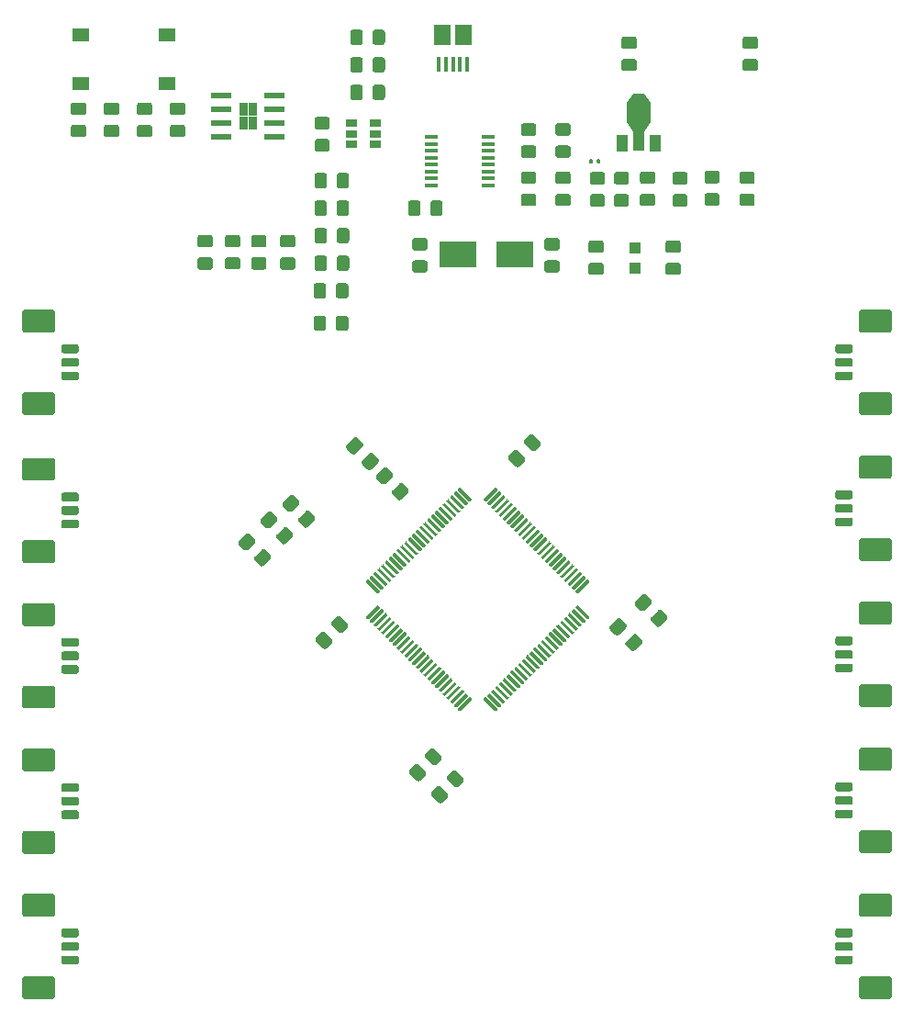
<source format=gtp>
G04 #@! TF.GenerationSoftware,KiCad,Pcbnew,(5.1.5)-3*
G04 #@! TF.CreationDate,2020-04-08T17:46:41-04:00*
G04 #@! TF.ProjectId,ControlBoard,436f6e74-726f-46c4-926f-6172642e6b69,rev?*
G04 #@! TF.SameCoordinates,Original*
G04 #@! TF.FileFunction,Paste,Top*
G04 #@! TF.FilePolarity,Positive*
%FSLAX46Y46*%
G04 Gerber Fmt 4.6, Leading zero omitted, Abs format (unit mm)*
G04 Created by KiCad (PCBNEW (5.1.5)-3) date 2020-04-08 17:46:41*
%MOMM*%
%LPD*%
G04 APERTURE LIST*
%ADD10C,0.010000*%
%ADD11C,0.100000*%
%ADD12R,1.200000X0.400000*%
%ADD13R,1.100000X1.050000*%
%ADD14R,3.500000X2.400000*%
%ADD15R,1.550000X1.300000*%
%ADD16R,1.970000X0.600000*%
%ADD17R,2.200000X1.840000*%
%ADD18R,1.000000X1.500000*%
%ADD19R,1.000000X1.800000*%
%ADD20R,1.060000X0.650000*%
%ADD21R,1.500000X1.900000*%
%ADD22R,0.400000X1.350000*%
G04 APERTURE END LIST*
D10*
G36*
X162040000Y-60186000D02*
G01*
X162710000Y-60186000D01*
X162710000Y-61276000D01*
X162040000Y-61276000D01*
X162040000Y-60186000D01*
G37*
X162040000Y-60186000D02*
X162710000Y-60186000D01*
X162710000Y-61276000D01*
X162040000Y-61276000D01*
X162040000Y-60186000D01*
G36*
X161140000Y-60186000D02*
G01*
X161810000Y-60186000D01*
X161810000Y-61276000D01*
X161140000Y-61276000D01*
X161140000Y-60186000D01*
G37*
X161140000Y-60186000D02*
X161810000Y-60186000D01*
X161810000Y-61276000D01*
X161140000Y-61276000D01*
X161140000Y-60186000D01*
G36*
X162040000Y-58866000D02*
G01*
X162710000Y-58866000D01*
X162710000Y-59956000D01*
X162040000Y-59956000D01*
X162040000Y-58866000D01*
G37*
X162040000Y-58866000D02*
X162710000Y-58866000D01*
X162710000Y-59956000D01*
X162040000Y-59956000D01*
X162040000Y-58866000D01*
G36*
X161140000Y-58866000D02*
G01*
X161810000Y-58866000D01*
X161810000Y-59956000D01*
X161140000Y-59956000D01*
X161140000Y-58866000D01*
G37*
X161140000Y-58866000D02*
X161810000Y-58866000D01*
X161810000Y-59956000D01*
X161140000Y-59956000D01*
X161140000Y-58866000D01*
D11*
G36*
X170974505Y-75501204D02*
G01*
X170998773Y-75504804D01*
X171022572Y-75510765D01*
X171045671Y-75519030D01*
X171067850Y-75529520D01*
X171088893Y-75542132D01*
X171108599Y-75556747D01*
X171126777Y-75573223D01*
X171143253Y-75591401D01*
X171157868Y-75611107D01*
X171170480Y-75632150D01*
X171180970Y-75654329D01*
X171189235Y-75677428D01*
X171195196Y-75701227D01*
X171198796Y-75725495D01*
X171200000Y-75749999D01*
X171200000Y-76650001D01*
X171198796Y-76674505D01*
X171195196Y-76698773D01*
X171189235Y-76722572D01*
X171180970Y-76745671D01*
X171170480Y-76767850D01*
X171157868Y-76788893D01*
X171143253Y-76808599D01*
X171126777Y-76826777D01*
X171108599Y-76843253D01*
X171088893Y-76857868D01*
X171067850Y-76870480D01*
X171045671Y-76880970D01*
X171022572Y-76889235D01*
X170998773Y-76895196D01*
X170974505Y-76898796D01*
X170950001Y-76900000D01*
X170299999Y-76900000D01*
X170275495Y-76898796D01*
X170251227Y-76895196D01*
X170227428Y-76889235D01*
X170204329Y-76880970D01*
X170182150Y-76870480D01*
X170161107Y-76857868D01*
X170141401Y-76843253D01*
X170123223Y-76826777D01*
X170106747Y-76808599D01*
X170092132Y-76788893D01*
X170079520Y-76767850D01*
X170069030Y-76745671D01*
X170060765Y-76722572D01*
X170054804Y-76698773D01*
X170051204Y-76674505D01*
X170050000Y-76650001D01*
X170050000Y-75749999D01*
X170051204Y-75725495D01*
X170054804Y-75701227D01*
X170060765Y-75677428D01*
X170069030Y-75654329D01*
X170079520Y-75632150D01*
X170092132Y-75611107D01*
X170106747Y-75591401D01*
X170123223Y-75573223D01*
X170141401Y-75556747D01*
X170161107Y-75542132D01*
X170182150Y-75529520D01*
X170204329Y-75519030D01*
X170227428Y-75510765D01*
X170251227Y-75504804D01*
X170275495Y-75501204D01*
X170299999Y-75500000D01*
X170950001Y-75500000D01*
X170974505Y-75501204D01*
G37*
G36*
X168924505Y-75501204D02*
G01*
X168948773Y-75504804D01*
X168972572Y-75510765D01*
X168995671Y-75519030D01*
X169017850Y-75529520D01*
X169038893Y-75542132D01*
X169058599Y-75556747D01*
X169076777Y-75573223D01*
X169093253Y-75591401D01*
X169107868Y-75611107D01*
X169120480Y-75632150D01*
X169130970Y-75654329D01*
X169139235Y-75677428D01*
X169145196Y-75701227D01*
X169148796Y-75725495D01*
X169150000Y-75749999D01*
X169150000Y-76650001D01*
X169148796Y-76674505D01*
X169145196Y-76698773D01*
X169139235Y-76722572D01*
X169130970Y-76745671D01*
X169120480Y-76767850D01*
X169107868Y-76788893D01*
X169093253Y-76808599D01*
X169076777Y-76826777D01*
X169058599Y-76843253D01*
X169038893Y-76857868D01*
X169017850Y-76870480D01*
X168995671Y-76880970D01*
X168972572Y-76889235D01*
X168948773Y-76895196D01*
X168924505Y-76898796D01*
X168900001Y-76900000D01*
X168249999Y-76900000D01*
X168225495Y-76898796D01*
X168201227Y-76895196D01*
X168177428Y-76889235D01*
X168154329Y-76880970D01*
X168132150Y-76870480D01*
X168111107Y-76857868D01*
X168091401Y-76843253D01*
X168073223Y-76826777D01*
X168056747Y-76808599D01*
X168042132Y-76788893D01*
X168029520Y-76767850D01*
X168019030Y-76745671D01*
X168010765Y-76722572D01*
X168004804Y-76698773D01*
X168001204Y-76674505D01*
X168000000Y-76650001D01*
X168000000Y-75749999D01*
X168001204Y-75725495D01*
X168004804Y-75701227D01*
X168010765Y-75677428D01*
X168019030Y-75654329D01*
X168029520Y-75632150D01*
X168042132Y-75611107D01*
X168056747Y-75591401D01*
X168073223Y-75573223D01*
X168091401Y-75556747D01*
X168111107Y-75542132D01*
X168132150Y-75529520D01*
X168154329Y-75519030D01*
X168177428Y-75510765D01*
X168201227Y-75504804D01*
X168225495Y-75501204D01*
X168249999Y-75500000D01*
X168900001Y-75500000D01*
X168924505Y-75501204D01*
G37*
G36*
X168924505Y-78501204D02*
G01*
X168948773Y-78504804D01*
X168972572Y-78510765D01*
X168995671Y-78519030D01*
X169017850Y-78529520D01*
X169038893Y-78542132D01*
X169058599Y-78556747D01*
X169076777Y-78573223D01*
X169093253Y-78591401D01*
X169107868Y-78611107D01*
X169120480Y-78632150D01*
X169130970Y-78654329D01*
X169139235Y-78677428D01*
X169145196Y-78701227D01*
X169148796Y-78725495D01*
X169150000Y-78749999D01*
X169150000Y-79650001D01*
X169148796Y-79674505D01*
X169145196Y-79698773D01*
X169139235Y-79722572D01*
X169130970Y-79745671D01*
X169120480Y-79767850D01*
X169107868Y-79788893D01*
X169093253Y-79808599D01*
X169076777Y-79826777D01*
X169058599Y-79843253D01*
X169038893Y-79857868D01*
X169017850Y-79870480D01*
X168995671Y-79880970D01*
X168972572Y-79889235D01*
X168948773Y-79895196D01*
X168924505Y-79898796D01*
X168900001Y-79900000D01*
X168249999Y-79900000D01*
X168225495Y-79898796D01*
X168201227Y-79895196D01*
X168177428Y-79889235D01*
X168154329Y-79880970D01*
X168132150Y-79870480D01*
X168111107Y-79857868D01*
X168091401Y-79843253D01*
X168073223Y-79826777D01*
X168056747Y-79808599D01*
X168042132Y-79788893D01*
X168029520Y-79767850D01*
X168019030Y-79745671D01*
X168010765Y-79722572D01*
X168004804Y-79698773D01*
X168001204Y-79674505D01*
X168000000Y-79650001D01*
X168000000Y-78749999D01*
X168001204Y-78725495D01*
X168004804Y-78701227D01*
X168010765Y-78677428D01*
X168019030Y-78654329D01*
X168029520Y-78632150D01*
X168042132Y-78611107D01*
X168056747Y-78591401D01*
X168073223Y-78573223D01*
X168091401Y-78556747D01*
X168111107Y-78542132D01*
X168132150Y-78529520D01*
X168154329Y-78519030D01*
X168177428Y-78510765D01*
X168201227Y-78504804D01*
X168225495Y-78501204D01*
X168249999Y-78500000D01*
X168900001Y-78500000D01*
X168924505Y-78501204D01*
G37*
G36*
X170974505Y-78501204D02*
G01*
X170998773Y-78504804D01*
X171022572Y-78510765D01*
X171045671Y-78519030D01*
X171067850Y-78529520D01*
X171088893Y-78542132D01*
X171108599Y-78556747D01*
X171126777Y-78573223D01*
X171143253Y-78591401D01*
X171157868Y-78611107D01*
X171170480Y-78632150D01*
X171180970Y-78654329D01*
X171189235Y-78677428D01*
X171195196Y-78701227D01*
X171198796Y-78725495D01*
X171200000Y-78749999D01*
X171200000Y-79650001D01*
X171198796Y-79674505D01*
X171195196Y-79698773D01*
X171189235Y-79722572D01*
X171180970Y-79745671D01*
X171170480Y-79767850D01*
X171157868Y-79788893D01*
X171143253Y-79808599D01*
X171126777Y-79826777D01*
X171108599Y-79843253D01*
X171088893Y-79857868D01*
X171067850Y-79870480D01*
X171045671Y-79880970D01*
X171022572Y-79889235D01*
X170998773Y-79895196D01*
X170974505Y-79898796D01*
X170950001Y-79900000D01*
X170299999Y-79900000D01*
X170275495Y-79898796D01*
X170251227Y-79895196D01*
X170227428Y-79889235D01*
X170204329Y-79880970D01*
X170182150Y-79870480D01*
X170161107Y-79857868D01*
X170141401Y-79843253D01*
X170123223Y-79826777D01*
X170106747Y-79808599D01*
X170092132Y-79788893D01*
X170079520Y-79767850D01*
X170069030Y-79745671D01*
X170060765Y-79722572D01*
X170054804Y-79698773D01*
X170051204Y-79674505D01*
X170050000Y-79650001D01*
X170050000Y-78749999D01*
X170051204Y-78725495D01*
X170054804Y-78701227D01*
X170060765Y-78677428D01*
X170069030Y-78654329D01*
X170079520Y-78632150D01*
X170092132Y-78611107D01*
X170106747Y-78591401D01*
X170123223Y-78573223D01*
X170141401Y-78556747D01*
X170161107Y-78542132D01*
X170182150Y-78529520D01*
X170204329Y-78519030D01*
X170227428Y-78510765D01*
X170251227Y-78504804D01*
X170275495Y-78501204D01*
X170299999Y-78500000D01*
X170950001Y-78500000D01*
X170974505Y-78501204D01*
G37*
G36*
X208474505Y-65201204D02*
G01*
X208498773Y-65204804D01*
X208522572Y-65210765D01*
X208545671Y-65219030D01*
X208567850Y-65229520D01*
X208588893Y-65242132D01*
X208608599Y-65256747D01*
X208626777Y-65273223D01*
X208643253Y-65291401D01*
X208657868Y-65311107D01*
X208670480Y-65332150D01*
X208680970Y-65354329D01*
X208689235Y-65377428D01*
X208695196Y-65401227D01*
X208698796Y-65425495D01*
X208700000Y-65449999D01*
X208700000Y-66100001D01*
X208698796Y-66124505D01*
X208695196Y-66148773D01*
X208689235Y-66172572D01*
X208680970Y-66195671D01*
X208670480Y-66217850D01*
X208657868Y-66238893D01*
X208643253Y-66258599D01*
X208626777Y-66276777D01*
X208608599Y-66293253D01*
X208588893Y-66307868D01*
X208567850Y-66320480D01*
X208545671Y-66330970D01*
X208522572Y-66339235D01*
X208498773Y-66345196D01*
X208474505Y-66348796D01*
X208450001Y-66350000D01*
X207549999Y-66350000D01*
X207525495Y-66348796D01*
X207501227Y-66345196D01*
X207477428Y-66339235D01*
X207454329Y-66330970D01*
X207432150Y-66320480D01*
X207411107Y-66307868D01*
X207391401Y-66293253D01*
X207373223Y-66276777D01*
X207356747Y-66258599D01*
X207342132Y-66238893D01*
X207329520Y-66217850D01*
X207319030Y-66195671D01*
X207310765Y-66172572D01*
X207304804Y-66148773D01*
X207301204Y-66124505D01*
X207300000Y-66100001D01*
X207300000Y-65449999D01*
X207301204Y-65425495D01*
X207304804Y-65401227D01*
X207310765Y-65377428D01*
X207319030Y-65354329D01*
X207329520Y-65332150D01*
X207342132Y-65311107D01*
X207356747Y-65291401D01*
X207373223Y-65273223D01*
X207391401Y-65256747D01*
X207411107Y-65242132D01*
X207432150Y-65229520D01*
X207454329Y-65219030D01*
X207477428Y-65210765D01*
X207501227Y-65204804D01*
X207525495Y-65201204D01*
X207549999Y-65200000D01*
X208450001Y-65200000D01*
X208474505Y-65201204D01*
G37*
G36*
X208474505Y-67251204D02*
G01*
X208498773Y-67254804D01*
X208522572Y-67260765D01*
X208545671Y-67269030D01*
X208567850Y-67279520D01*
X208588893Y-67292132D01*
X208608599Y-67306747D01*
X208626777Y-67323223D01*
X208643253Y-67341401D01*
X208657868Y-67361107D01*
X208670480Y-67382150D01*
X208680970Y-67404329D01*
X208689235Y-67427428D01*
X208695196Y-67451227D01*
X208698796Y-67475495D01*
X208700000Y-67499999D01*
X208700000Y-68150001D01*
X208698796Y-68174505D01*
X208695196Y-68198773D01*
X208689235Y-68222572D01*
X208680970Y-68245671D01*
X208670480Y-68267850D01*
X208657868Y-68288893D01*
X208643253Y-68308599D01*
X208626777Y-68326777D01*
X208608599Y-68343253D01*
X208588893Y-68357868D01*
X208567850Y-68370480D01*
X208545671Y-68380970D01*
X208522572Y-68389235D01*
X208498773Y-68395196D01*
X208474505Y-68398796D01*
X208450001Y-68400000D01*
X207549999Y-68400000D01*
X207525495Y-68398796D01*
X207501227Y-68395196D01*
X207477428Y-68389235D01*
X207454329Y-68380970D01*
X207432150Y-68370480D01*
X207411107Y-68357868D01*
X207391401Y-68343253D01*
X207373223Y-68326777D01*
X207356747Y-68308599D01*
X207342132Y-68288893D01*
X207329520Y-68267850D01*
X207319030Y-68245671D01*
X207310765Y-68222572D01*
X207304804Y-68198773D01*
X207301204Y-68174505D01*
X207300000Y-68150001D01*
X207300000Y-67499999D01*
X207301204Y-67475495D01*
X207304804Y-67451227D01*
X207310765Y-67427428D01*
X207319030Y-67404329D01*
X207329520Y-67382150D01*
X207342132Y-67361107D01*
X207356747Y-67341401D01*
X207373223Y-67323223D01*
X207391401Y-67306747D01*
X207411107Y-67292132D01*
X207432150Y-67279520D01*
X207454329Y-67269030D01*
X207477428Y-67260765D01*
X207501227Y-67254804D01*
X207525495Y-67251204D01*
X207549999Y-67250000D01*
X208450001Y-67250000D01*
X208474505Y-67251204D01*
G37*
G36*
X205224505Y-65151204D02*
G01*
X205248773Y-65154804D01*
X205272572Y-65160765D01*
X205295671Y-65169030D01*
X205317850Y-65179520D01*
X205338893Y-65192132D01*
X205358599Y-65206747D01*
X205376777Y-65223223D01*
X205393253Y-65241401D01*
X205407868Y-65261107D01*
X205420480Y-65282150D01*
X205430970Y-65304329D01*
X205439235Y-65327428D01*
X205445196Y-65351227D01*
X205448796Y-65375495D01*
X205450000Y-65399999D01*
X205450000Y-66050001D01*
X205448796Y-66074505D01*
X205445196Y-66098773D01*
X205439235Y-66122572D01*
X205430970Y-66145671D01*
X205420480Y-66167850D01*
X205407868Y-66188893D01*
X205393253Y-66208599D01*
X205376777Y-66226777D01*
X205358599Y-66243253D01*
X205338893Y-66257868D01*
X205317850Y-66270480D01*
X205295671Y-66280970D01*
X205272572Y-66289235D01*
X205248773Y-66295196D01*
X205224505Y-66298796D01*
X205200001Y-66300000D01*
X204299999Y-66300000D01*
X204275495Y-66298796D01*
X204251227Y-66295196D01*
X204227428Y-66289235D01*
X204204329Y-66280970D01*
X204182150Y-66270480D01*
X204161107Y-66257868D01*
X204141401Y-66243253D01*
X204123223Y-66226777D01*
X204106747Y-66208599D01*
X204092132Y-66188893D01*
X204079520Y-66167850D01*
X204069030Y-66145671D01*
X204060765Y-66122572D01*
X204054804Y-66098773D01*
X204051204Y-66074505D01*
X204050000Y-66050001D01*
X204050000Y-65399999D01*
X204051204Y-65375495D01*
X204054804Y-65351227D01*
X204060765Y-65327428D01*
X204069030Y-65304329D01*
X204079520Y-65282150D01*
X204092132Y-65261107D01*
X204106747Y-65241401D01*
X204123223Y-65223223D01*
X204141401Y-65206747D01*
X204161107Y-65192132D01*
X204182150Y-65179520D01*
X204204329Y-65169030D01*
X204227428Y-65160765D01*
X204251227Y-65154804D01*
X204275495Y-65151204D01*
X204299999Y-65150000D01*
X205200001Y-65150000D01*
X205224505Y-65151204D01*
G37*
G36*
X205224505Y-67201204D02*
G01*
X205248773Y-67204804D01*
X205272572Y-67210765D01*
X205295671Y-67219030D01*
X205317850Y-67229520D01*
X205338893Y-67242132D01*
X205358599Y-67256747D01*
X205376777Y-67273223D01*
X205393253Y-67291401D01*
X205407868Y-67311107D01*
X205420480Y-67332150D01*
X205430970Y-67354329D01*
X205439235Y-67377428D01*
X205445196Y-67401227D01*
X205448796Y-67425495D01*
X205450000Y-67449999D01*
X205450000Y-68100001D01*
X205448796Y-68124505D01*
X205445196Y-68148773D01*
X205439235Y-68172572D01*
X205430970Y-68195671D01*
X205420480Y-68217850D01*
X205407868Y-68238893D01*
X205393253Y-68258599D01*
X205376777Y-68276777D01*
X205358599Y-68293253D01*
X205338893Y-68307868D01*
X205317850Y-68320480D01*
X205295671Y-68330970D01*
X205272572Y-68339235D01*
X205248773Y-68345196D01*
X205224505Y-68348796D01*
X205200001Y-68350000D01*
X204299999Y-68350000D01*
X204275495Y-68348796D01*
X204251227Y-68345196D01*
X204227428Y-68339235D01*
X204204329Y-68330970D01*
X204182150Y-68320480D01*
X204161107Y-68307868D01*
X204141401Y-68293253D01*
X204123223Y-68276777D01*
X204106747Y-68258599D01*
X204092132Y-68238893D01*
X204079520Y-68217850D01*
X204069030Y-68195671D01*
X204060765Y-68172572D01*
X204054804Y-68148773D01*
X204051204Y-68124505D01*
X204050000Y-68100001D01*
X204050000Y-67449999D01*
X204051204Y-67425495D01*
X204054804Y-67401227D01*
X204060765Y-67377428D01*
X204069030Y-67354329D01*
X204079520Y-67332150D01*
X204092132Y-67311107D01*
X204106747Y-67291401D01*
X204123223Y-67273223D01*
X204141401Y-67256747D01*
X204161107Y-67242132D01*
X204182150Y-67229520D01*
X204204329Y-67219030D01*
X204227428Y-67210765D01*
X204251227Y-67204804D01*
X204275495Y-67201204D01*
X204299999Y-67200000D01*
X205200001Y-67200000D01*
X205224505Y-67201204D01*
G37*
G36*
X173340892Y-91151196D02*
G01*
X173365160Y-91154796D01*
X173388959Y-91160757D01*
X173412058Y-91169022D01*
X173434237Y-91179512D01*
X173455280Y-91192124D01*
X173474986Y-91206739D01*
X173493164Y-91223215D01*
X173952785Y-91682836D01*
X173969261Y-91701014D01*
X173983876Y-91720720D01*
X173996488Y-91741763D01*
X174006978Y-91763942D01*
X174015243Y-91787041D01*
X174021204Y-91810840D01*
X174024804Y-91835108D01*
X174026008Y-91859612D01*
X174024804Y-91884116D01*
X174021204Y-91908384D01*
X174015243Y-91932183D01*
X174006978Y-91955282D01*
X173996488Y-91977461D01*
X173983876Y-91998504D01*
X173969261Y-92018210D01*
X173952785Y-92036388D01*
X173316388Y-92672785D01*
X173298210Y-92689261D01*
X173278504Y-92703876D01*
X173257461Y-92716488D01*
X173235282Y-92726978D01*
X173212183Y-92735243D01*
X173188384Y-92741204D01*
X173164116Y-92744804D01*
X173139612Y-92746008D01*
X173115108Y-92744804D01*
X173090840Y-92741204D01*
X173067041Y-92735243D01*
X173043942Y-92726978D01*
X173021763Y-92716488D01*
X173000720Y-92703876D01*
X172981014Y-92689261D01*
X172962836Y-92672785D01*
X172503215Y-92213164D01*
X172486739Y-92194986D01*
X172472124Y-92175280D01*
X172459512Y-92154237D01*
X172449022Y-92132058D01*
X172440757Y-92108959D01*
X172434796Y-92085160D01*
X172431196Y-92060892D01*
X172429992Y-92036388D01*
X172431196Y-92011884D01*
X172434796Y-91987616D01*
X172440757Y-91963817D01*
X172449022Y-91940718D01*
X172459512Y-91918539D01*
X172472124Y-91897496D01*
X172486739Y-91877790D01*
X172503215Y-91859612D01*
X173139612Y-91223215D01*
X173157790Y-91206739D01*
X173177496Y-91192124D01*
X173198539Y-91179512D01*
X173220718Y-91169022D01*
X173243817Y-91160757D01*
X173267616Y-91154796D01*
X173291884Y-91151196D01*
X173316388Y-91149992D01*
X173340892Y-91151196D01*
G37*
G36*
X171891324Y-89701628D02*
G01*
X171915592Y-89705228D01*
X171939391Y-89711189D01*
X171962490Y-89719454D01*
X171984669Y-89729944D01*
X172005712Y-89742556D01*
X172025418Y-89757171D01*
X172043596Y-89773647D01*
X172503217Y-90233268D01*
X172519693Y-90251446D01*
X172534308Y-90271152D01*
X172546920Y-90292195D01*
X172557410Y-90314374D01*
X172565675Y-90337473D01*
X172571636Y-90361272D01*
X172575236Y-90385540D01*
X172576440Y-90410044D01*
X172575236Y-90434548D01*
X172571636Y-90458816D01*
X172565675Y-90482615D01*
X172557410Y-90505714D01*
X172546920Y-90527893D01*
X172534308Y-90548936D01*
X172519693Y-90568642D01*
X172503217Y-90586820D01*
X171866820Y-91223217D01*
X171848642Y-91239693D01*
X171828936Y-91254308D01*
X171807893Y-91266920D01*
X171785714Y-91277410D01*
X171762615Y-91285675D01*
X171738816Y-91291636D01*
X171714548Y-91295236D01*
X171690044Y-91296440D01*
X171665540Y-91295236D01*
X171641272Y-91291636D01*
X171617473Y-91285675D01*
X171594374Y-91277410D01*
X171572195Y-91266920D01*
X171551152Y-91254308D01*
X171531446Y-91239693D01*
X171513268Y-91223217D01*
X171053647Y-90763596D01*
X171037171Y-90745418D01*
X171022556Y-90725712D01*
X171009944Y-90704669D01*
X170999454Y-90682490D01*
X170991189Y-90659391D01*
X170985228Y-90635592D01*
X170981628Y-90611324D01*
X170980424Y-90586820D01*
X170981628Y-90562316D01*
X170985228Y-90538048D01*
X170991189Y-90514249D01*
X170999454Y-90491150D01*
X171009944Y-90468971D01*
X171022556Y-90447928D01*
X171037171Y-90428222D01*
X171053647Y-90410044D01*
X171690044Y-89773647D01*
X171708222Y-89757171D01*
X171727928Y-89742556D01*
X171748971Y-89729944D01*
X171771150Y-89719454D01*
X171794249Y-89711189D01*
X171818048Y-89705228D01*
X171842316Y-89701628D01*
X171866820Y-89700424D01*
X171891324Y-89701628D01*
G37*
G36*
X176097676Y-93907980D02*
G01*
X176121944Y-93911580D01*
X176145743Y-93917541D01*
X176168842Y-93925806D01*
X176191021Y-93936296D01*
X176212064Y-93948908D01*
X176231770Y-93963523D01*
X176249948Y-93979999D01*
X176709569Y-94439620D01*
X176726045Y-94457798D01*
X176740660Y-94477504D01*
X176753272Y-94498547D01*
X176763762Y-94520726D01*
X176772027Y-94543825D01*
X176777988Y-94567624D01*
X176781588Y-94591892D01*
X176782792Y-94616396D01*
X176781588Y-94640900D01*
X176777988Y-94665168D01*
X176772027Y-94688967D01*
X176763762Y-94712066D01*
X176753272Y-94734245D01*
X176740660Y-94755288D01*
X176726045Y-94774994D01*
X176709569Y-94793172D01*
X176073172Y-95429569D01*
X176054994Y-95446045D01*
X176035288Y-95460660D01*
X176014245Y-95473272D01*
X175992066Y-95483762D01*
X175968967Y-95492027D01*
X175945168Y-95497988D01*
X175920900Y-95501588D01*
X175896396Y-95502792D01*
X175871892Y-95501588D01*
X175847624Y-95497988D01*
X175823825Y-95492027D01*
X175800726Y-95483762D01*
X175778547Y-95473272D01*
X175757504Y-95460660D01*
X175737798Y-95446045D01*
X175719620Y-95429569D01*
X175259999Y-94969948D01*
X175243523Y-94951770D01*
X175228908Y-94932064D01*
X175216296Y-94911021D01*
X175205806Y-94888842D01*
X175197541Y-94865743D01*
X175191580Y-94841944D01*
X175187980Y-94817676D01*
X175186776Y-94793172D01*
X175187980Y-94768668D01*
X175191580Y-94744400D01*
X175197541Y-94720601D01*
X175205806Y-94697502D01*
X175216296Y-94675323D01*
X175228908Y-94654280D01*
X175243523Y-94634574D01*
X175259999Y-94616396D01*
X175896396Y-93979999D01*
X175914574Y-93963523D01*
X175934280Y-93948908D01*
X175955323Y-93936296D01*
X175977502Y-93925806D01*
X176000601Y-93917541D01*
X176024400Y-93911580D01*
X176048668Y-93907980D01*
X176073172Y-93906776D01*
X176097676Y-93907980D01*
G37*
G36*
X174648108Y-92458412D02*
G01*
X174672376Y-92462012D01*
X174696175Y-92467973D01*
X174719274Y-92476238D01*
X174741453Y-92486728D01*
X174762496Y-92499340D01*
X174782202Y-92513955D01*
X174800380Y-92530431D01*
X175260001Y-92990052D01*
X175276477Y-93008230D01*
X175291092Y-93027936D01*
X175303704Y-93048979D01*
X175314194Y-93071158D01*
X175322459Y-93094257D01*
X175328420Y-93118056D01*
X175332020Y-93142324D01*
X175333224Y-93166828D01*
X175332020Y-93191332D01*
X175328420Y-93215600D01*
X175322459Y-93239399D01*
X175314194Y-93262498D01*
X175303704Y-93284677D01*
X175291092Y-93305720D01*
X175276477Y-93325426D01*
X175260001Y-93343604D01*
X174623604Y-93980001D01*
X174605426Y-93996477D01*
X174585720Y-94011092D01*
X174564677Y-94023704D01*
X174542498Y-94034194D01*
X174519399Y-94042459D01*
X174495600Y-94048420D01*
X174471332Y-94052020D01*
X174446828Y-94053224D01*
X174422324Y-94052020D01*
X174398056Y-94048420D01*
X174374257Y-94042459D01*
X174351158Y-94034194D01*
X174328979Y-94023704D01*
X174307936Y-94011092D01*
X174288230Y-93996477D01*
X174270052Y-93980001D01*
X173810431Y-93520380D01*
X173793955Y-93502202D01*
X173779340Y-93482496D01*
X173766728Y-93461453D01*
X173756238Y-93439274D01*
X173747973Y-93416175D01*
X173742012Y-93392376D01*
X173738412Y-93368108D01*
X173737208Y-93343604D01*
X173738412Y-93319100D01*
X173742012Y-93294832D01*
X173747973Y-93271033D01*
X173756238Y-93247934D01*
X173766728Y-93225755D01*
X173779340Y-93204712D01*
X173793955Y-93185006D01*
X173810431Y-93166828D01*
X174446828Y-92530431D01*
X174465006Y-92513955D01*
X174484712Y-92499340D01*
X174505755Y-92486728D01*
X174527934Y-92476238D01*
X174551033Y-92467973D01*
X174574832Y-92462012D01*
X174599100Y-92458412D01*
X174623604Y-92457208D01*
X174648108Y-92458412D01*
G37*
G36*
X184785374Y-94337991D02*
G01*
X184792655Y-94339071D01*
X184799794Y-94340859D01*
X184806724Y-94343339D01*
X184813378Y-94346486D01*
X184819691Y-94350270D01*
X184825602Y-94354654D01*
X184831056Y-94359597D01*
X184937122Y-94465663D01*
X184942065Y-94471117D01*
X184946449Y-94477028D01*
X184950233Y-94483341D01*
X184953380Y-94489995D01*
X184955860Y-94496925D01*
X184957648Y-94504064D01*
X184958728Y-94511345D01*
X184959089Y-94518696D01*
X184958728Y-94526047D01*
X184957648Y-94533328D01*
X184955860Y-94540467D01*
X184953380Y-94547397D01*
X184950233Y-94554051D01*
X184946449Y-94560364D01*
X184942065Y-94566275D01*
X184937122Y-94571729D01*
X183911818Y-95597033D01*
X183906364Y-95601976D01*
X183900453Y-95606360D01*
X183894140Y-95610144D01*
X183887486Y-95613291D01*
X183880556Y-95615771D01*
X183873417Y-95617559D01*
X183866136Y-95618639D01*
X183858785Y-95619000D01*
X183851434Y-95618639D01*
X183844153Y-95617559D01*
X183837014Y-95615771D01*
X183830084Y-95613291D01*
X183823430Y-95610144D01*
X183817117Y-95606360D01*
X183811206Y-95601976D01*
X183805752Y-95597033D01*
X183699686Y-95490967D01*
X183694743Y-95485513D01*
X183690359Y-95479602D01*
X183686575Y-95473289D01*
X183683428Y-95466635D01*
X183680948Y-95459705D01*
X183679160Y-95452566D01*
X183678080Y-95445285D01*
X183677719Y-95437934D01*
X183678080Y-95430583D01*
X183679160Y-95423302D01*
X183680948Y-95416163D01*
X183683428Y-95409233D01*
X183686575Y-95402579D01*
X183690359Y-95396266D01*
X183694743Y-95390355D01*
X183699686Y-95384901D01*
X184724990Y-94359597D01*
X184730444Y-94354654D01*
X184736355Y-94350270D01*
X184742668Y-94346486D01*
X184749322Y-94343339D01*
X184756252Y-94340859D01*
X184763391Y-94339071D01*
X184770672Y-94337991D01*
X184778023Y-94337630D01*
X184785374Y-94337991D01*
G37*
G36*
X185138927Y-94691544D02*
G01*
X185146208Y-94692624D01*
X185153347Y-94694412D01*
X185160277Y-94696892D01*
X185166931Y-94700039D01*
X185173244Y-94703823D01*
X185179155Y-94708207D01*
X185184609Y-94713150D01*
X185290675Y-94819216D01*
X185295618Y-94824670D01*
X185300002Y-94830581D01*
X185303786Y-94836894D01*
X185306933Y-94843548D01*
X185309413Y-94850478D01*
X185311201Y-94857617D01*
X185312281Y-94864898D01*
X185312642Y-94872249D01*
X185312281Y-94879600D01*
X185311201Y-94886881D01*
X185309413Y-94894020D01*
X185306933Y-94900950D01*
X185303786Y-94907604D01*
X185300002Y-94913917D01*
X185295618Y-94919828D01*
X185290675Y-94925282D01*
X184265371Y-95950586D01*
X184259917Y-95955529D01*
X184254006Y-95959913D01*
X184247693Y-95963697D01*
X184241039Y-95966844D01*
X184234109Y-95969324D01*
X184226970Y-95971112D01*
X184219689Y-95972192D01*
X184212338Y-95972553D01*
X184204987Y-95972192D01*
X184197706Y-95971112D01*
X184190567Y-95969324D01*
X184183637Y-95966844D01*
X184176983Y-95963697D01*
X184170670Y-95959913D01*
X184164759Y-95955529D01*
X184159305Y-95950586D01*
X184053239Y-95844520D01*
X184048296Y-95839066D01*
X184043912Y-95833155D01*
X184040128Y-95826842D01*
X184036981Y-95820188D01*
X184034501Y-95813258D01*
X184032713Y-95806119D01*
X184031633Y-95798838D01*
X184031272Y-95791487D01*
X184031633Y-95784136D01*
X184032713Y-95776855D01*
X184034501Y-95769716D01*
X184036981Y-95762786D01*
X184040128Y-95756132D01*
X184043912Y-95749819D01*
X184048296Y-95743908D01*
X184053239Y-95738454D01*
X185078543Y-94713150D01*
X185083997Y-94708207D01*
X185089908Y-94703823D01*
X185096221Y-94700039D01*
X185102875Y-94696892D01*
X185109805Y-94694412D01*
X185116944Y-94692624D01*
X185124225Y-94691544D01*
X185131576Y-94691183D01*
X185138927Y-94691544D01*
G37*
G36*
X185492481Y-95045098D02*
G01*
X185499762Y-95046178D01*
X185506901Y-95047966D01*
X185513831Y-95050446D01*
X185520485Y-95053593D01*
X185526798Y-95057377D01*
X185532709Y-95061761D01*
X185538163Y-95066704D01*
X185644229Y-95172770D01*
X185649172Y-95178224D01*
X185653556Y-95184135D01*
X185657340Y-95190448D01*
X185660487Y-95197102D01*
X185662967Y-95204032D01*
X185664755Y-95211171D01*
X185665835Y-95218452D01*
X185666196Y-95225803D01*
X185665835Y-95233154D01*
X185664755Y-95240435D01*
X185662967Y-95247574D01*
X185660487Y-95254504D01*
X185657340Y-95261158D01*
X185653556Y-95267471D01*
X185649172Y-95273382D01*
X185644229Y-95278836D01*
X184618925Y-96304140D01*
X184613471Y-96309083D01*
X184607560Y-96313467D01*
X184601247Y-96317251D01*
X184594593Y-96320398D01*
X184587663Y-96322878D01*
X184580524Y-96324666D01*
X184573243Y-96325746D01*
X184565892Y-96326107D01*
X184558541Y-96325746D01*
X184551260Y-96324666D01*
X184544121Y-96322878D01*
X184537191Y-96320398D01*
X184530537Y-96317251D01*
X184524224Y-96313467D01*
X184518313Y-96309083D01*
X184512859Y-96304140D01*
X184406793Y-96198074D01*
X184401850Y-96192620D01*
X184397466Y-96186709D01*
X184393682Y-96180396D01*
X184390535Y-96173742D01*
X184388055Y-96166812D01*
X184386267Y-96159673D01*
X184385187Y-96152392D01*
X184384826Y-96145041D01*
X184385187Y-96137690D01*
X184386267Y-96130409D01*
X184388055Y-96123270D01*
X184390535Y-96116340D01*
X184393682Y-96109686D01*
X184397466Y-96103373D01*
X184401850Y-96097462D01*
X184406793Y-96092008D01*
X185432097Y-95066704D01*
X185437551Y-95061761D01*
X185443462Y-95057377D01*
X185449775Y-95053593D01*
X185456429Y-95050446D01*
X185463359Y-95047966D01*
X185470498Y-95046178D01*
X185477779Y-95045098D01*
X185485130Y-95044737D01*
X185492481Y-95045098D01*
G37*
G36*
X185846034Y-95398651D02*
G01*
X185853315Y-95399731D01*
X185860454Y-95401519D01*
X185867384Y-95403999D01*
X185874038Y-95407146D01*
X185880351Y-95410930D01*
X185886262Y-95415314D01*
X185891716Y-95420257D01*
X185997782Y-95526323D01*
X186002725Y-95531777D01*
X186007109Y-95537688D01*
X186010893Y-95544001D01*
X186014040Y-95550655D01*
X186016520Y-95557585D01*
X186018308Y-95564724D01*
X186019388Y-95572005D01*
X186019749Y-95579356D01*
X186019388Y-95586707D01*
X186018308Y-95593988D01*
X186016520Y-95601127D01*
X186014040Y-95608057D01*
X186010893Y-95614711D01*
X186007109Y-95621024D01*
X186002725Y-95626935D01*
X185997782Y-95632389D01*
X184972478Y-96657693D01*
X184967024Y-96662636D01*
X184961113Y-96667020D01*
X184954800Y-96670804D01*
X184948146Y-96673951D01*
X184941216Y-96676431D01*
X184934077Y-96678219D01*
X184926796Y-96679299D01*
X184919445Y-96679660D01*
X184912094Y-96679299D01*
X184904813Y-96678219D01*
X184897674Y-96676431D01*
X184890744Y-96673951D01*
X184884090Y-96670804D01*
X184877777Y-96667020D01*
X184871866Y-96662636D01*
X184866412Y-96657693D01*
X184760346Y-96551627D01*
X184755403Y-96546173D01*
X184751019Y-96540262D01*
X184747235Y-96533949D01*
X184744088Y-96527295D01*
X184741608Y-96520365D01*
X184739820Y-96513226D01*
X184738740Y-96505945D01*
X184738379Y-96498594D01*
X184738740Y-96491243D01*
X184739820Y-96483962D01*
X184741608Y-96476823D01*
X184744088Y-96469893D01*
X184747235Y-96463239D01*
X184751019Y-96456926D01*
X184755403Y-96451015D01*
X184760346Y-96445561D01*
X185785650Y-95420257D01*
X185791104Y-95415314D01*
X185797015Y-95410930D01*
X185803328Y-95407146D01*
X185809982Y-95403999D01*
X185816912Y-95401519D01*
X185824051Y-95399731D01*
X185831332Y-95398651D01*
X185838683Y-95398290D01*
X185846034Y-95398651D01*
G37*
G36*
X186199587Y-95752204D02*
G01*
X186206868Y-95753284D01*
X186214007Y-95755072D01*
X186220937Y-95757552D01*
X186227591Y-95760699D01*
X186233904Y-95764483D01*
X186239815Y-95768867D01*
X186245269Y-95773810D01*
X186351335Y-95879876D01*
X186356278Y-95885330D01*
X186360662Y-95891241D01*
X186364446Y-95897554D01*
X186367593Y-95904208D01*
X186370073Y-95911138D01*
X186371861Y-95918277D01*
X186372941Y-95925558D01*
X186373302Y-95932909D01*
X186372941Y-95940260D01*
X186371861Y-95947541D01*
X186370073Y-95954680D01*
X186367593Y-95961610D01*
X186364446Y-95968264D01*
X186360662Y-95974577D01*
X186356278Y-95980488D01*
X186351335Y-95985942D01*
X185326031Y-97011246D01*
X185320577Y-97016189D01*
X185314666Y-97020573D01*
X185308353Y-97024357D01*
X185301699Y-97027504D01*
X185294769Y-97029984D01*
X185287630Y-97031772D01*
X185280349Y-97032852D01*
X185272998Y-97033213D01*
X185265647Y-97032852D01*
X185258366Y-97031772D01*
X185251227Y-97029984D01*
X185244297Y-97027504D01*
X185237643Y-97024357D01*
X185231330Y-97020573D01*
X185225419Y-97016189D01*
X185219965Y-97011246D01*
X185113899Y-96905180D01*
X185108956Y-96899726D01*
X185104572Y-96893815D01*
X185100788Y-96887502D01*
X185097641Y-96880848D01*
X185095161Y-96873918D01*
X185093373Y-96866779D01*
X185092293Y-96859498D01*
X185091932Y-96852147D01*
X185092293Y-96844796D01*
X185093373Y-96837515D01*
X185095161Y-96830376D01*
X185097641Y-96823446D01*
X185100788Y-96816792D01*
X185104572Y-96810479D01*
X185108956Y-96804568D01*
X185113899Y-96799114D01*
X186139203Y-95773810D01*
X186144657Y-95768867D01*
X186150568Y-95764483D01*
X186156881Y-95760699D01*
X186163535Y-95757552D01*
X186170465Y-95755072D01*
X186177604Y-95753284D01*
X186184885Y-95752204D01*
X186192236Y-95751843D01*
X186199587Y-95752204D01*
G37*
G36*
X186553141Y-96105758D02*
G01*
X186560422Y-96106838D01*
X186567561Y-96108626D01*
X186574491Y-96111106D01*
X186581145Y-96114253D01*
X186587458Y-96118037D01*
X186593369Y-96122421D01*
X186598823Y-96127364D01*
X186704889Y-96233430D01*
X186709832Y-96238884D01*
X186714216Y-96244795D01*
X186718000Y-96251108D01*
X186721147Y-96257762D01*
X186723627Y-96264692D01*
X186725415Y-96271831D01*
X186726495Y-96279112D01*
X186726856Y-96286463D01*
X186726495Y-96293814D01*
X186725415Y-96301095D01*
X186723627Y-96308234D01*
X186721147Y-96315164D01*
X186718000Y-96321818D01*
X186714216Y-96328131D01*
X186709832Y-96334042D01*
X186704889Y-96339496D01*
X185679585Y-97364800D01*
X185674131Y-97369743D01*
X185668220Y-97374127D01*
X185661907Y-97377911D01*
X185655253Y-97381058D01*
X185648323Y-97383538D01*
X185641184Y-97385326D01*
X185633903Y-97386406D01*
X185626552Y-97386767D01*
X185619201Y-97386406D01*
X185611920Y-97385326D01*
X185604781Y-97383538D01*
X185597851Y-97381058D01*
X185591197Y-97377911D01*
X185584884Y-97374127D01*
X185578973Y-97369743D01*
X185573519Y-97364800D01*
X185467453Y-97258734D01*
X185462510Y-97253280D01*
X185458126Y-97247369D01*
X185454342Y-97241056D01*
X185451195Y-97234402D01*
X185448715Y-97227472D01*
X185446927Y-97220333D01*
X185445847Y-97213052D01*
X185445486Y-97205701D01*
X185445847Y-97198350D01*
X185446927Y-97191069D01*
X185448715Y-97183930D01*
X185451195Y-97177000D01*
X185454342Y-97170346D01*
X185458126Y-97164033D01*
X185462510Y-97158122D01*
X185467453Y-97152668D01*
X186492757Y-96127364D01*
X186498211Y-96122421D01*
X186504122Y-96118037D01*
X186510435Y-96114253D01*
X186517089Y-96111106D01*
X186524019Y-96108626D01*
X186531158Y-96106838D01*
X186538439Y-96105758D01*
X186545790Y-96105397D01*
X186553141Y-96105758D01*
G37*
G36*
X186906694Y-96459311D02*
G01*
X186913975Y-96460391D01*
X186921114Y-96462179D01*
X186928044Y-96464659D01*
X186934698Y-96467806D01*
X186941011Y-96471590D01*
X186946922Y-96475974D01*
X186952376Y-96480917D01*
X187058442Y-96586983D01*
X187063385Y-96592437D01*
X187067769Y-96598348D01*
X187071553Y-96604661D01*
X187074700Y-96611315D01*
X187077180Y-96618245D01*
X187078968Y-96625384D01*
X187080048Y-96632665D01*
X187080409Y-96640016D01*
X187080048Y-96647367D01*
X187078968Y-96654648D01*
X187077180Y-96661787D01*
X187074700Y-96668717D01*
X187071553Y-96675371D01*
X187067769Y-96681684D01*
X187063385Y-96687595D01*
X187058442Y-96693049D01*
X186033138Y-97718353D01*
X186027684Y-97723296D01*
X186021773Y-97727680D01*
X186015460Y-97731464D01*
X186008806Y-97734611D01*
X186001876Y-97737091D01*
X185994737Y-97738879D01*
X185987456Y-97739959D01*
X185980105Y-97740320D01*
X185972754Y-97739959D01*
X185965473Y-97738879D01*
X185958334Y-97737091D01*
X185951404Y-97734611D01*
X185944750Y-97731464D01*
X185938437Y-97727680D01*
X185932526Y-97723296D01*
X185927072Y-97718353D01*
X185821006Y-97612287D01*
X185816063Y-97606833D01*
X185811679Y-97600922D01*
X185807895Y-97594609D01*
X185804748Y-97587955D01*
X185802268Y-97581025D01*
X185800480Y-97573886D01*
X185799400Y-97566605D01*
X185799039Y-97559254D01*
X185799400Y-97551903D01*
X185800480Y-97544622D01*
X185802268Y-97537483D01*
X185804748Y-97530553D01*
X185807895Y-97523899D01*
X185811679Y-97517586D01*
X185816063Y-97511675D01*
X185821006Y-97506221D01*
X186846310Y-96480917D01*
X186851764Y-96475974D01*
X186857675Y-96471590D01*
X186863988Y-96467806D01*
X186870642Y-96464659D01*
X186877572Y-96462179D01*
X186884711Y-96460391D01*
X186891992Y-96459311D01*
X186899343Y-96458950D01*
X186906694Y-96459311D01*
G37*
G36*
X187260248Y-96812865D02*
G01*
X187267529Y-96813945D01*
X187274668Y-96815733D01*
X187281598Y-96818213D01*
X187288252Y-96821360D01*
X187294565Y-96825144D01*
X187300476Y-96829528D01*
X187305930Y-96834471D01*
X187411996Y-96940537D01*
X187416939Y-96945991D01*
X187421323Y-96951902D01*
X187425107Y-96958215D01*
X187428254Y-96964869D01*
X187430734Y-96971799D01*
X187432522Y-96978938D01*
X187433602Y-96986219D01*
X187433963Y-96993570D01*
X187433602Y-97000921D01*
X187432522Y-97008202D01*
X187430734Y-97015341D01*
X187428254Y-97022271D01*
X187425107Y-97028925D01*
X187421323Y-97035238D01*
X187416939Y-97041149D01*
X187411996Y-97046603D01*
X186386692Y-98071907D01*
X186381238Y-98076850D01*
X186375327Y-98081234D01*
X186369014Y-98085018D01*
X186362360Y-98088165D01*
X186355430Y-98090645D01*
X186348291Y-98092433D01*
X186341010Y-98093513D01*
X186333659Y-98093874D01*
X186326308Y-98093513D01*
X186319027Y-98092433D01*
X186311888Y-98090645D01*
X186304958Y-98088165D01*
X186298304Y-98085018D01*
X186291991Y-98081234D01*
X186286080Y-98076850D01*
X186280626Y-98071907D01*
X186174560Y-97965841D01*
X186169617Y-97960387D01*
X186165233Y-97954476D01*
X186161449Y-97948163D01*
X186158302Y-97941509D01*
X186155822Y-97934579D01*
X186154034Y-97927440D01*
X186152954Y-97920159D01*
X186152593Y-97912808D01*
X186152954Y-97905457D01*
X186154034Y-97898176D01*
X186155822Y-97891037D01*
X186158302Y-97884107D01*
X186161449Y-97877453D01*
X186165233Y-97871140D01*
X186169617Y-97865229D01*
X186174560Y-97859775D01*
X187199864Y-96834471D01*
X187205318Y-96829528D01*
X187211229Y-96825144D01*
X187217542Y-96821360D01*
X187224196Y-96818213D01*
X187231126Y-96815733D01*
X187238265Y-96813945D01*
X187245546Y-96812865D01*
X187252897Y-96812504D01*
X187260248Y-96812865D01*
G37*
G36*
X187613801Y-97166418D02*
G01*
X187621082Y-97167498D01*
X187628221Y-97169286D01*
X187635151Y-97171766D01*
X187641805Y-97174913D01*
X187648118Y-97178697D01*
X187654029Y-97183081D01*
X187659483Y-97188024D01*
X187765549Y-97294090D01*
X187770492Y-97299544D01*
X187774876Y-97305455D01*
X187778660Y-97311768D01*
X187781807Y-97318422D01*
X187784287Y-97325352D01*
X187786075Y-97332491D01*
X187787155Y-97339772D01*
X187787516Y-97347123D01*
X187787155Y-97354474D01*
X187786075Y-97361755D01*
X187784287Y-97368894D01*
X187781807Y-97375824D01*
X187778660Y-97382478D01*
X187774876Y-97388791D01*
X187770492Y-97394702D01*
X187765549Y-97400156D01*
X186740245Y-98425460D01*
X186734791Y-98430403D01*
X186728880Y-98434787D01*
X186722567Y-98438571D01*
X186715913Y-98441718D01*
X186708983Y-98444198D01*
X186701844Y-98445986D01*
X186694563Y-98447066D01*
X186687212Y-98447427D01*
X186679861Y-98447066D01*
X186672580Y-98445986D01*
X186665441Y-98444198D01*
X186658511Y-98441718D01*
X186651857Y-98438571D01*
X186645544Y-98434787D01*
X186639633Y-98430403D01*
X186634179Y-98425460D01*
X186528113Y-98319394D01*
X186523170Y-98313940D01*
X186518786Y-98308029D01*
X186515002Y-98301716D01*
X186511855Y-98295062D01*
X186509375Y-98288132D01*
X186507587Y-98280993D01*
X186506507Y-98273712D01*
X186506146Y-98266361D01*
X186506507Y-98259010D01*
X186507587Y-98251729D01*
X186509375Y-98244590D01*
X186511855Y-98237660D01*
X186515002Y-98231006D01*
X186518786Y-98224693D01*
X186523170Y-98218782D01*
X186528113Y-98213328D01*
X187553417Y-97188024D01*
X187558871Y-97183081D01*
X187564782Y-97178697D01*
X187571095Y-97174913D01*
X187577749Y-97171766D01*
X187584679Y-97169286D01*
X187591818Y-97167498D01*
X187599099Y-97166418D01*
X187606450Y-97166057D01*
X187613801Y-97166418D01*
G37*
G36*
X187967354Y-97519971D02*
G01*
X187974635Y-97521051D01*
X187981774Y-97522839D01*
X187988704Y-97525319D01*
X187995358Y-97528466D01*
X188001671Y-97532250D01*
X188007582Y-97536634D01*
X188013036Y-97541577D01*
X188119102Y-97647643D01*
X188124045Y-97653097D01*
X188128429Y-97659008D01*
X188132213Y-97665321D01*
X188135360Y-97671975D01*
X188137840Y-97678905D01*
X188139628Y-97686044D01*
X188140708Y-97693325D01*
X188141069Y-97700676D01*
X188140708Y-97708027D01*
X188139628Y-97715308D01*
X188137840Y-97722447D01*
X188135360Y-97729377D01*
X188132213Y-97736031D01*
X188128429Y-97742344D01*
X188124045Y-97748255D01*
X188119102Y-97753709D01*
X187093798Y-98779013D01*
X187088344Y-98783956D01*
X187082433Y-98788340D01*
X187076120Y-98792124D01*
X187069466Y-98795271D01*
X187062536Y-98797751D01*
X187055397Y-98799539D01*
X187048116Y-98800619D01*
X187040765Y-98800980D01*
X187033414Y-98800619D01*
X187026133Y-98799539D01*
X187018994Y-98797751D01*
X187012064Y-98795271D01*
X187005410Y-98792124D01*
X186999097Y-98788340D01*
X186993186Y-98783956D01*
X186987732Y-98779013D01*
X186881666Y-98672947D01*
X186876723Y-98667493D01*
X186872339Y-98661582D01*
X186868555Y-98655269D01*
X186865408Y-98648615D01*
X186862928Y-98641685D01*
X186861140Y-98634546D01*
X186860060Y-98627265D01*
X186859699Y-98619914D01*
X186860060Y-98612563D01*
X186861140Y-98605282D01*
X186862928Y-98598143D01*
X186865408Y-98591213D01*
X186868555Y-98584559D01*
X186872339Y-98578246D01*
X186876723Y-98572335D01*
X186881666Y-98566881D01*
X187906970Y-97541577D01*
X187912424Y-97536634D01*
X187918335Y-97532250D01*
X187924648Y-97528466D01*
X187931302Y-97525319D01*
X187938232Y-97522839D01*
X187945371Y-97521051D01*
X187952652Y-97519971D01*
X187960003Y-97519610D01*
X187967354Y-97519971D01*
G37*
G36*
X188320908Y-97873525D02*
G01*
X188328189Y-97874605D01*
X188335328Y-97876393D01*
X188342258Y-97878873D01*
X188348912Y-97882020D01*
X188355225Y-97885804D01*
X188361136Y-97890188D01*
X188366590Y-97895131D01*
X188472656Y-98001197D01*
X188477599Y-98006651D01*
X188481983Y-98012562D01*
X188485767Y-98018875D01*
X188488914Y-98025529D01*
X188491394Y-98032459D01*
X188493182Y-98039598D01*
X188494262Y-98046879D01*
X188494623Y-98054230D01*
X188494262Y-98061581D01*
X188493182Y-98068862D01*
X188491394Y-98076001D01*
X188488914Y-98082931D01*
X188485767Y-98089585D01*
X188481983Y-98095898D01*
X188477599Y-98101809D01*
X188472656Y-98107263D01*
X187447352Y-99132567D01*
X187441898Y-99137510D01*
X187435987Y-99141894D01*
X187429674Y-99145678D01*
X187423020Y-99148825D01*
X187416090Y-99151305D01*
X187408951Y-99153093D01*
X187401670Y-99154173D01*
X187394319Y-99154534D01*
X187386968Y-99154173D01*
X187379687Y-99153093D01*
X187372548Y-99151305D01*
X187365618Y-99148825D01*
X187358964Y-99145678D01*
X187352651Y-99141894D01*
X187346740Y-99137510D01*
X187341286Y-99132567D01*
X187235220Y-99026501D01*
X187230277Y-99021047D01*
X187225893Y-99015136D01*
X187222109Y-99008823D01*
X187218962Y-99002169D01*
X187216482Y-98995239D01*
X187214694Y-98988100D01*
X187213614Y-98980819D01*
X187213253Y-98973468D01*
X187213614Y-98966117D01*
X187214694Y-98958836D01*
X187216482Y-98951697D01*
X187218962Y-98944767D01*
X187222109Y-98938113D01*
X187225893Y-98931800D01*
X187230277Y-98925889D01*
X187235220Y-98920435D01*
X188260524Y-97895131D01*
X188265978Y-97890188D01*
X188271889Y-97885804D01*
X188278202Y-97882020D01*
X188284856Y-97878873D01*
X188291786Y-97876393D01*
X188298925Y-97874605D01*
X188306206Y-97873525D01*
X188313557Y-97873164D01*
X188320908Y-97873525D01*
G37*
G36*
X188674461Y-98227078D02*
G01*
X188681742Y-98228158D01*
X188688881Y-98229946D01*
X188695811Y-98232426D01*
X188702465Y-98235573D01*
X188708778Y-98239357D01*
X188714689Y-98243741D01*
X188720143Y-98248684D01*
X188826209Y-98354750D01*
X188831152Y-98360204D01*
X188835536Y-98366115D01*
X188839320Y-98372428D01*
X188842467Y-98379082D01*
X188844947Y-98386012D01*
X188846735Y-98393151D01*
X188847815Y-98400432D01*
X188848176Y-98407783D01*
X188847815Y-98415134D01*
X188846735Y-98422415D01*
X188844947Y-98429554D01*
X188842467Y-98436484D01*
X188839320Y-98443138D01*
X188835536Y-98449451D01*
X188831152Y-98455362D01*
X188826209Y-98460816D01*
X187800905Y-99486120D01*
X187795451Y-99491063D01*
X187789540Y-99495447D01*
X187783227Y-99499231D01*
X187776573Y-99502378D01*
X187769643Y-99504858D01*
X187762504Y-99506646D01*
X187755223Y-99507726D01*
X187747872Y-99508087D01*
X187740521Y-99507726D01*
X187733240Y-99506646D01*
X187726101Y-99504858D01*
X187719171Y-99502378D01*
X187712517Y-99499231D01*
X187706204Y-99495447D01*
X187700293Y-99491063D01*
X187694839Y-99486120D01*
X187588773Y-99380054D01*
X187583830Y-99374600D01*
X187579446Y-99368689D01*
X187575662Y-99362376D01*
X187572515Y-99355722D01*
X187570035Y-99348792D01*
X187568247Y-99341653D01*
X187567167Y-99334372D01*
X187566806Y-99327021D01*
X187567167Y-99319670D01*
X187568247Y-99312389D01*
X187570035Y-99305250D01*
X187572515Y-99298320D01*
X187575662Y-99291666D01*
X187579446Y-99285353D01*
X187583830Y-99279442D01*
X187588773Y-99273988D01*
X188614077Y-98248684D01*
X188619531Y-98243741D01*
X188625442Y-98239357D01*
X188631755Y-98235573D01*
X188638409Y-98232426D01*
X188645339Y-98229946D01*
X188652478Y-98228158D01*
X188659759Y-98227078D01*
X188667110Y-98226717D01*
X188674461Y-98227078D01*
G37*
G36*
X189028015Y-98580631D02*
G01*
X189035296Y-98581711D01*
X189042435Y-98583499D01*
X189049365Y-98585979D01*
X189056019Y-98589126D01*
X189062332Y-98592910D01*
X189068243Y-98597294D01*
X189073697Y-98602237D01*
X189179763Y-98708303D01*
X189184706Y-98713757D01*
X189189090Y-98719668D01*
X189192874Y-98725981D01*
X189196021Y-98732635D01*
X189198501Y-98739565D01*
X189200289Y-98746704D01*
X189201369Y-98753985D01*
X189201730Y-98761336D01*
X189201369Y-98768687D01*
X189200289Y-98775968D01*
X189198501Y-98783107D01*
X189196021Y-98790037D01*
X189192874Y-98796691D01*
X189189090Y-98803004D01*
X189184706Y-98808915D01*
X189179763Y-98814369D01*
X188154459Y-99839673D01*
X188149005Y-99844616D01*
X188143094Y-99849000D01*
X188136781Y-99852784D01*
X188130127Y-99855931D01*
X188123197Y-99858411D01*
X188116058Y-99860199D01*
X188108777Y-99861279D01*
X188101426Y-99861640D01*
X188094075Y-99861279D01*
X188086794Y-99860199D01*
X188079655Y-99858411D01*
X188072725Y-99855931D01*
X188066071Y-99852784D01*
X188059758Y-99849000D01*
X188053847Y-99844616D01*
X188048393Y-99839673D01*
X187942327Y-99733607D01*
X187937384Y-99728153D01*
X187933000Y-99722242D01*
X187929216Y-99715929D01*
X187926069Y-99709275D01*
X187923589Y-99702345D01*
X187921801Y-99695206D01*
X187920721Y-99687925D01*
X187920360Y-99680574D01*
X187920721Y-99673223D01*
X187921801Y-99665942D01*
X187923589Y-99658803D01*
X187926069Y-99651873D01*
X187929216Y-99645219D01*
X187933000Y-99638906D01*
X187937384Y-99632995D01*
X187942327Y-99627541D01*
X188967631Y-98602237D01*
X188973085Y-98597294D01*
X188978996Y-98592910D01*
X188985309Y-98589126D01*
X188991963Y-98585979D01*
X188998893Y-98583499D01*
X189006032Y-98581711D01*
X189013313Y-98580631D01*
X189020664Y-98580270D01*
X189028015Y-98580631D01*
G37*
G36*
X189381568Y-98934185D02*
G01*
X189388849Y-98935265D01*
X189395988Y-98937053D01*
X189402918Y-98939533D01*
X189409572Y-98942680D01*
X189415885Y-98946464D01*
X189421796Y-98950848D01*
X189427250Y-98955791D01*
X189533316Y-99061857D01*
X189538259Y-99067311D01*
X189542643Y-99073222D01*
X189546427Y-99079535D01*
X189549574Y-99086189D01*
X189552054Y-99093119D01*
X189553842Y-99100258D01*
X189554922Y-99107539D01*
X189555283Y-99114890D01*
X189554922Y-99122241D01*
X189553842Y-99129522D01*
X189552054Y-99136661D01*
X189549574Y-99143591D01*
X189546427Y-99150245D01*
X189542643Y-99156558D01*
X189538259Y-99162469D01*
X189533316Y-99167923D01*
X188508012Y-100193227D01*
X188502558Y-100198170D01*
X188496647Y-100202554D01*
X188490334Y-100206338D01*
X188483680Y-100209485D01*
X188476750Y-100211965D01*
X188469611Y-100213753D01*
X188462330Y-100214833D01*
X188454979Y-100215194D01*
X188447628Y-100214833D01*
X188440347Y-100213753D01*
X188433208Y-100211965D01*
X188426278Y-100209485D01*
X188419624Y-100206338D01*
X188413311Y-100202554D01*
X188407400Y-100198170D01*
X188401946Y-100193227D01*
X188295880Y-100087161D01*
X188290937Y-100081707D01*
X188286553Y-100075796D01*
X188282769Y-100069483D01*
X188279622Y-100062829D01*
X188277142Y-100055899D01*
X188275354Y-100048760D01*
X188274274Y-100041479D01*
X188273913Y-100034128D01*
X188274274Y-100026777D01*
X188275354Y-100019496D01*
X188277142Y-100012357D01*
X188279622Y-100005427D01*
X188282769Y-99998773D01*
X188286553Y-99992460D01*
X188290937Y-99986549D01*
X188295880Y-99981095D01*
X189321184Y-98955791D01*
X189326638Y-98950848D01*
X189332549Y-98946464D01*
X189338862Y-98942680D01*
X189345516Y-98939533D01*
X189352446Y-98937053D01*
X189359585Y-98935265D01*
X189366866Y-98934185D01*
X189374217Y-98933824D01*
X189381568Y-98934185D01*
G37*
G36*
X189735121Y-99287738D02*
G01*
X189742402Y-99288818D01*
X189749541Y-99290606D01*
X189756471Y-99293086D01*
X189763125Y-99296233D01*
X189769438Y-99300017D01*
X189775349Y-99304401D01*
X189780803Y-99309344D01*
X189886869Y-99415410D01*
X189891812Y-99420864D01*
X189896196Y-99426775D01*
X189899980Y-99433088D01*
X189903127Y-99439742D01*
X189905607Y-99446672D01*
X189907395Y-99453811D01*
X189908475Y-99461092D01*
X189908836Y-99468443D01*
X189908475Y-99475794D01*
X189907395Y-99483075D01*
X189905607Y-99490214D01*
X189903127Y-99497144D01*
X189899980Y-99503798D01*
X189896196Y-99510111D01*
X189891812Y-99516022D01*
X189886869Y-99521476D01*
X188861565Y-100546780D01*
X188856111Y-100551723D01*
X188850200Y-100556107D01*
X188843887Y-100559891D01*
X188837233Y-100563038D01*
X188830303Y-100565518D01*
X188823164Y-100567306D01*
X188815883Y-100568386D01*
X188808532Y-100568747D01*
X188801181Y-100568386D01*
X188793900Y-100567306D01*
X188786761Y-100565518D01*
X188779831Y-100563038D01*
X188773177Y-100559891D01*
X188766864Y-100556107D01*
X188760953Y-100551723D01*
X188755499Y-100546780D01*
X188649433Y-100440714D01*
X188644490Y-100435260D01*
X188640106Y-100429349D01*
X188636322Y-100423036D01*
X188633175Y-100416382D01*
X188630695Y-100409452D01*
X188628907Y-100402313D01*
X188627827Y-100395032D01*
X188627466Y-100387681D01*
X188627827Y-100380330D01*
X188628907Y-100373049D01*
X188630695Y-100365910D01*
X188633175Y-100358980D01*
X188636322Y-100352326D01*
X188640106Y-100346013D01*
X188644490Y-100340102D01*
X188649433Y-100334648D01*
X189674737Y-99309344D01*
X189680191Y-99304401D01*
X189686102Y-99300017D01*
X189692415Y-99296233D01*
X189699069Y-99293086D01*
X189705999Y-99290606D01*
X189713138Y-99288818D01*
X189720419Y-99287738D01*
X189727770Y-99287377D01*
X189735121Y-99287738D01*
G37*
G36*
X190088675Y-99641292D02*
G01*
X190095956Y-99642372D01*
X190103095Y-99644160D01*
X190110025Y-99646640D01*
X190116679Y-99649787D01*
X190122992Y-99653571D01*
X190128903Y-99657955D01*
X190134357Y-99662898D01*
X190240423Y-99768964D01*
X190245366Y-99774418D01*
X190249750Y-99780329D01*
X190253534Y-99786642D01*
X190256681Y-99793296D01*
X190259161Y-99800226D01*
X190260949Y-99807365D01*
X190262029Y-99814646D01*
X190262390Y-99821997D01*
X190262029Y-99829348D01*
X190260949Y-99836629D01*
X190259161Y-99843768D01*
X190256681Y-99850698D01*
X190253534Y-99857352D01*
X190249750Y-99863665D01*
X190245366Y-99869576D01*
X190240423Y-99875030D01*
X189215119Y-100900334D01*
X189209665Y-100905277D01*
X189203754Y-100909661D01*
X189197441Y-100913445D01*
X189190787Y-100916592D01*
X189183857Y-100919072D01*
X189176718Y-100920860D01*
X189169437Y-100921940D01*
X189162086Y-100922301D01*
X189154735Y-100921940D01*
X189147454Y-100920860D01*
X189140315Y-100919072D01*
X189133385Y-100916592D01*
X189126731Y-100913445D01*
X189120418Y-100909661D01*
X189114507Y-100905277D01*
X189109053Y-100900334D01*
X189002987Y-100794268D01*
X188998044Y-100788814D01*
X188993660Y-100782903D01*
X188989876Y-100776590D01*
X188986729Y-100769936D01*
X188984249Y-100763006D01*
X188982461Y-100755867D01*
X188981381Y-100748586D01*
X188981020Y-100741235D01*
X188981381Y-100733884D01*
X188982461Y-100726603D01*
X188984249Y-100719464D01*
X188986729Y-100712534D01*
X188989876Y-100705880D01*
X188993660Y-100699567D01*
X188998044Y-100693656D01*
X189002987Y-100688202D01*
X190028291Y-99662898D01*
X190033745Y-99657955D01*
X190039656Y-99653571D01*
X190045969Y-99649787D01*
X190052623Y-99646640D01*
X190059553Y-99644160D01*
X190066692Y-99642372D01*
X190073973Y-99641292D01*
X190081324Y-99640931D01*
X190088675Y-99641292D01*
G37*
G36*
X190442228Y-99994845D02*
G01*
X190449509Y-99995925D01*
X190456648Y-99997713D01*
X190463578Y-100000193D01*
X190470232Y-100003340D01*
X190476545Y-100007124D01*
X190482456Y-100011508D01*
X190487910Y-100016451D01*
X190593976Y-100122517D01*
X190598919Y-100127971D01*
X190603303Y-100133882D01*
X190607087Y-100140195D01*
X190610234Y-100146849D01*
X190612714Y-100153779D01*
X190614502Y-100160918D01*
X190615582Y-100168199D01*
X190615943Y-100175550D01*
X190615582Y-100182901D01*
X190614502Y-100190182D01*
X190612714Y-100197321D01*
X190610234Y-100204251D01*
X190607087Y-100210905D01*
X190603303Y-100217218D01*
X190598919Y-100223129D01*
X190593976Y-100228583D01*
X189568672Y-101253887D01*
X189563218Y-101258830D01*
X189557307Y-101263214D01*
X189550994Y-101266998D01*
X189544340Y-101270145D01*
X189537410Y-101272625D01*
X189530271Y-101274413D01*
X189522990Y-101275493D01*
X189515639Y-101275854D01*
X189508288Y-101275493D01*
X189501007Y-101274413D01*
X189493868Y-101272625D01*
X189486938Y-101270145D01*
X189480284Y-101266998D01*
X189473971Y-101263214D01*
X189468060Y-101258830D01*
X189462606Y-101253887D01*
X189356540Y-101147821D01*
X189351597Y-101142367D01*
X189347213Y-101136456D01*
X189343429Y-101130143D01*
X189340282Y-101123489D01*
X189337802Y-101116559D01*
X189336014Y-101109420D01*
X189334934Y-101102139D01*
X189334573Y-101094788D01*
X189334934Y-101087437D01*
X189336014Y-101080156D01*
X189337802Y-101073017D01*
X189340282Y-101066087D01*
X189343429Y-101059433D01*
X189347213Y-101053120D01*
X189351597Y-101047209D01*
X189356540Y-101041755D01*
X190381844Y-100016451D01*
X190387298Y-100011508D01*
X190393209Y-100007124D01*
X190399522Y-100003340D01*
X190406176Y-100000193D01*
X190413106Y-99997713D01*
X190420245Y-99995925D01*
X190427526Y-99994845D01*
X190434877Y-99994484D01*
X190442228Y-99994845D01*
G37*
G36*
X190795781Y-100348398D02*
G01*
X190803062Y-100349478D01*
X190810201Y-100351266D01*
X190817131Y-100353746D01*
X190823785Y-100356893D01*
X190830098Y-100360677D01*
X190836009Y-100365061D01*
X190841463Y-100370004D01*
X190947529Y-100476070D01*
X190952472Y-100481524D01*
X190956856Y-100487435D01*
X190960640Y-100493748D01*
X190963787Y-100500402D01*
X190966267Y-100507332D01*
X190968055Y-100514471D01*
X190969135Y-100521752D01*
X190969496Y-100529103D01*
X190969135Y-100536454D01*
X190968055Y-100543735D01*
X190966267Y-100550874D01*
X190963787Y-100557804D01*
X190960640Y-100564458D01*
X190956856Y-100570771D01*
X190952472Y-100576682D01*
X190947529Y-100582136D01*
X189922225Y-101607440D01*
X189916771Y-101612383D01*
X189910860Y-101616767D01*
X189904547Y-101620551D01*
X189897893Y-101623698D01*
X189890963Y-101626178D01*
X189883824Y-101627966D01*
X189876543Y-101629046D01*
X189869192Y-101629407D01*
X189861841Y-101629046D01*
X189854560Y-101627966D01*
X189847421Y-101626178D01*
X189840491Y-101623698D01*
X189833837Y-101620551D01*
X189827524Y-101616767D01*
X189821613Y-101612383D01*
X189816159Y-101607440D01*
X189710093Y-101501374D01*
X189705150Y-101495920D01*
X189700766Y-101490009D01*
X189696982Y-101483696D01*
X189693835Y-101477042D01*
X189691355Y-101470112D01*
X189689567Y-101462973D01*
X189688487Y-101455692D01*
X189688126Y-101448341D01*
X189688487Y-101440990D01*
X189689567Y-101433709D01*
X189691355Y-101426570D01*
X189693835Y-101419640D01*
X189696982Y-101412986D01*
X189700766Y-101406673D01*
X189705150Y-101400762D01*
X189710093Y-101395308D01*
X190735397Y-100370004D01*
X190740851Y-100365061D01*
X190746762Y-100360677D01*
X190753075Y-100356893D01*
X190759729Y-100353746D01*
X190766659Y-100351266D01*
X190773798Y-100349478D01*
X190781079Y-100348398D01*
X190788430Y-100348037D01*
X190795781Y-100348398D01*
G37*
G36*
X191149335Y-100701952D02*
G01*
X191156616Y-100703032D01*
X191163755Y-100704820D01*
X191170685Y-100707300D01*
X191177339Y-100710447D01*
X191183652Y-100714231D01*
X191189563Y-100718615D01*
X191195017Y-100723558D01*
X191301083Y-100829624D01*
X191306026Y-100835078D01*
X191310410Y-100840989D01*
X191314194Y-100847302D01*
X191317341Y-100853956D01*
X191319821Y-100860886D01*
X191321609Y-100868025D01*
X191322689Y-100875306D01*
X191323050Y-100882657D01*
X191322689Y-100890008D01*
X191321609Y-100897289D01*
X191319821Y-100904428D01*
X191317341Y-100911358D01*
X191314194Y-100918012D01*
X191310410Y-100924325D01*
X191306026Y-100930236D01*
X191301083Y-100935690D01*
X190275779Y-101960994D01*
X190270325Y-101965937D01*
X190264414Y-101970321D01*
X190258101Y-101974105D01*
X190251447Y-101977252D01*
X190244517Y-101979732D01*
X190237378Y-101981520D01*
X190230097Y-101982600D01*
X190222746Y-101982961D01*
X190215395Y-101982600D01*
X190208114Y-101981520D01*
X190200975Y-101979732D01*
X190194045Y-101977252D01*
X190187391Y-101974105D01*
X190181078Y-101970321D01*
X190175167Y-101965937D01*
X190169713Y-101960994D01*
X190063647Y-101854928D01*
X190058704Y-101849474D01*
X190054320Y-101843563D01*
X190050536Y-101837250D01*
X190047389Y-101830596D01*
X190044909Y-101823666D01*
X190043121Y-101816527D01*
X190042041Y-101809246D01*
X190041680Y-101801895D01*
X190042041Y-101794544D01*
X190043121Y-101787263D01*
X190044909Y-101780124D01*
X190047389Y-101773194D01*
X190050536Y-101766540D01*
X190054320Y-101760227D01*
X190058704Y-101754316D01*
X190063647Y-101748862D01*
X191088951Y-100723558D01*
X191094405Y-100718615D01*
X191100316Y-100714231D01*
X191106629Y-100710447D01*
X191113283Y-100707300D01*
X191120213Y-100704820D01*
X191127352Y-100703032D01*
X191134633Y-100701952D01*
X191141984Y-100701591D01*
X191149335Y-100701952D01*
G37*
G36*
X191502888Y-101055505D02*
G01*
X191510169Y-101056585D01*
X191517308Y-101058373D01*
X191524238Y-101060853D01*
X191530892Y-101064000D01*
X191537205Y-101067784D01*
X191543116Y-101072168D01*
X191548570Y-101077111D01*
X191654636Y-101183177D01*
X191659579Y-101188631D01*
X191663963Y-101194542D01*
X191667747Y-101200855D01*
X191670894Y-101207509D01*
X191673374Y-101214439D01*
X191675162Y-101221578D01*
X191676242Y-101228859D01*
X191676603Y-101236210D01*
X191676242Y-101243561D01*
X191675162Y-101250842D01*
X191673374Y-101257981D01*
X191670894Y-101264911D01*
X191667747Y-101271565D01*
X191663963Y-101277878D01*
X191659579Y-101283789D01*
X191654636Y-101289243D01*
X190629332Y-102314547D01*
X190623878Y-102319490D01*
X190617967Y-102323874D01*
X190611654Y-102327658D01*
X190605000Y-102330805D01*
X190598070Y-102333285D01*
X190590931Y-102335073D01*
X190583650Y-102336153D01*
X190576299Y-102336514D01*
X190568948Y-102336153D01*
X190561667Y-102335073D01*
X190554528Y-102333285D01*
X190547598Y-102330805D01*
X190540944Y-102327658D01*
X190534631Y-102323874D01*
X190528720Y-102319490D01*
X190523266Y-102314547D01*
X190417200Y-102208481D01*
X190412257Y-102203027D01*
X190407873Y-102197116D01*
X190404089Y-102190803D01*
X190400942Y-102184149D01*
X190398462Y-102177219D01*
X190396674Y-102170080D01*
X190395594Y-102162799D01*
X190395233Y-102155448D01*
X190395594Y-102148097D01*
X190396674Y-102140816D01*
X190398462Y-102133677D01*
X190400942Y-102126747D01*
X190404089Y-102120093D01*
X190407873Y-102113780D01*
X190412257Y-102107869D01*
X190417200Y-102102415D01*
X191442504Y-101077111D01*
X191447958Y-101072168D01*
X191453869Y-101067784D01*
X191460182Y-101064000D01*
X191466836Y-101060853D01*
X191473766Y-101058373D01*
X191480905Y-101056585D01*
X191488186Y-101055505D01*
X191495537Y-101055144D01*
X191502888Y-101055505D01*
G37*
G36*
X191856442Y-101409059D02*
G01*
X191863723Y-101410139D01*
X191870862Y-101411927D01*
X191877792Y-101414407D01*
X191884446Y-101417554D01*
X191890759Y-101421338D01*
X191896670Y-101425722D01*
X191902124Y-101430665D01*
X192008190Y-101536731D01*
X192013133Y-101542185D01*
X192017517Y-101548096D01*
X192021301Y-101554409D01*
X192024448Y-101561063D01*
X192026928Y-101567993D01*
X192028716Y-101575132D01*
X192029796Y-101582413D01*
X192030157Y-101589764D01*
X192029796Y-101597115D01*
X192028716Y-101604396D01*
X192026928Y-101611535D01*
X192024448Y-101618465D01*
X192021301Y-101625119D01*
X192017517Y-101631432D01*
X192013133Y-101637343D01*
X192008190Y-101642797D01*
X190982886Y-102668101D01*
X190977432Y-102673044D01*
X190971521Y-102677428D01*
X190965208Y-102681212D01*
X190958554Y-102684359D01*
X190951624Y-102686839D01*
X190944485Y-102688627D01*
X190937204Y-102689707D01*
X190929853Y-102690068D01*
X190922502Y-102689707D01*
X190915221Y-102688627D01*
X190908082Y-102686839D01*
X190901152Y-102684359D01*
X190894498Y-102681212D01*
X190888185Y-102677428D01*
X190882274Y-102673044D01*
X190876820Y-102668101D01*
X190770754Y-102562035D01*
X190765811Y-102556581D01*
X190761427Y-102550670D01*
X190757643Y-102544357D01*
X190754496Y-102537703D01*
X190752016Y-102530773D01*
X190750228Y-102523634D01*
X190749148Y-102516353D01*
X190748787Y-102509002D01*
X190749148Y-102501651D01*
X190750228Y-102494370D01*
X190752016Y-102487231D01*
X190754496Y-102480301D01*
X190757643Y-102473647D01*
X190761427Y-102467334D01*
X190765811Y-102461423D01*
X190770754Y-102455969D01*
X191796058Y-101430665D01*
X191801512Y-101425722D01*
X191807423Y-101421338D01*
X191813736Y-101417554D01*
X191820390Y-101414407D01*
X191827320Y-101411927D01*
X191834459Y-101410139D01*
X191841740Y-101409059D01*
X191849091Y-101408698D01*
X191856442Y-101409059D01*
G37*
G36*
X192209995Y-101762612D02*
G01*
X192217276Y-101763692D01*
X192224415Y-101765480D01*
X192231345Y-101767960D01*
X192237999Y-101771107D01*
X192244312Y-101774891D01*
X192250223Y-101779275D01*
X192255677Y-101784218D01*
X192361743Y-101890284D01*
X192366686Y-101895738D01*
X192371070Y-101901649D01*
X192374854Y-101907962D01*
X192378001Y-101914616D01*
X192380481Y-101921546D01*
X192382269Y-101928685D01*
X192383349Y-101935966D01*
X192383710Y-101943317D01*
X192383349Y-101950668D01*
X192382269Y-101957949D01*
X192380481Y-101965088D01*
X192378001Y-101972018D01*
X192374854Y-101978672D01*
X192371070Y-101984985D01*
X192366686Y-101990896D01*
X192361743Y-101996350D01*
X191336439Y-103021654D01*
X191330985Y-103026597D01*
X191325074Y-103030981D01*
X191318761Y-103034765D01*
X191312107Y-103037912D01*
X191305177Y-103040392D01*
X191298038Y-103042180D01*
X191290757Y-103043260D01*
X191283406Y-103043621D01*
X191276055Y-103043260D01*
X191268774Y-103042180D01*
X191261635Y-103040392D01*
X191254705Y-103037912D01*
X191248051Y-103034765D01*
X191241738Y-103030981D01*
X191235827Y-103026597D01*
X191230373Y-103021654D01*
X191124307Y-102915588D01*
X191119364Y-102910134D01*
X191114980Y-102904223D01*
X191111196Y-102897910D01*
X191108049Y-102891256D01*
X191105569Y-102884326D01*
X191103781Y-102877187D01*
X191102701Y-102869906D01*
X191102340Y-102862555D01*
X191102701Y-102855204D01*
X191103781Y-102847923D01*
X191105569Y-102840784D01*
X191108049Y-102833854D01*
X191111196Y-102827200D01*
X191114980Y-102820887D01*
X191119364Y-102814976D01*
X191124307Y-102809522D01*
X192149611Y-101784218D01*
X192155065Y-101779275D01*
X192160976Y-101774891D01*
X192167289Y-101771107D01*
X192173943Y-101767960D01*
X192180873Y-101765480D01*
X192188012Y-101763692D01*
X192195293Y-101762612D01*
X192202644Y-101762251D01*
X192209995Y-101762612D01*
G37*
G36*
X192563548Y-102116165D02*
G01*
X192570829Y-102117245D01*
X192577968Y-102119033D01*
X192584898Y-102121513D01*
X192591552Y-102124660D01*
X192597865Y-102128444D01*
X192603776Y-102132828D01*
X192609230Y-102137771D01*
X192715296Y-102243837D01*
X192720239Y-102249291D01*
X192724623Y-102255202D01*
X192728407Y-102261515D01*
X192731554Y-102268169D01*
X192734034Y-102275099D01*
X192735822Y-102282238D01*
X192736902Y-102289519D01*
X192737263Y-102296870D01*
X192736902Y-102304221D01*
X192735822Y-102311502D01*
X192734034Y-102318641D01*
X192731554Y-102325571D01*
X192728407Y-102332225D01*
X192724623Y-102338538D01*
X192720239Y-102344449D01*
X192715296Y-102349903D01*
X191689992Y-103375207D01*
X191684538Y-103380150D01*
X191678627Y-103384534D01*
X191672314Y-103388318D01*
X191665660Y-103391465D01*
X191658730Y-103393945D01*
X191651591Y-103395733D01*
X191644310Y-103396813D01*
X191636959Y-103397174D01*
X191629608Y-103396813D01*
X191622327Y-103395733D01*
X191615188Y-103393945D01*
X191608258Y-103391465D01*
X191601604Y-103388318D01*
X191595291Y-103384534D01*
X191589380Y-103380150D01*
X191583926Y-103375207D01*
X191477860Y-103269141D01*
X191472917Y-103263687D01*
X191468533Y-103257776D01*
X191464749Y-103251463D01*
X191461602Y-103244809D01*
X191459122Y-103237879D01*
X191457334Y-103230740D01*
X191456254Y-103223459D01*
X191455893Y-103216108D01*
X191456254Y-103208757D01*
X191457334Y-103201476D01*
X191459122Y-103194337D01*
X191461602Y-103187407D01*
X191464749Y-103180753D01*
X191468533Y-103174440D01*
X191472917Y-103168529D01*
X191477860Y-103163075D01*
X192503164Y-102137771D01*
X192508618Y-102132828D01*
X192514529Y-102128444D01*
X192520842Y-102124660D01*
X192527496Y-102121513D01*
X192534426Y-102119033D01*
X192541565Y-102117245D01*
X192548846Y-102116165D01*
X192556197Y-102115804D01*
X192563548Y-102116165D01*
G37*
G36*
X192917102Y-102469719D02*
G01*
X192924383Y-102470799D01*
X192931522Y-102472587D01*
X192938452Y-102475067D01*
X192945106Y-102478214D01*
X192951419Y-102481998D01*
X192957330Y-102486382D01*
X192962784Y-102491325D01*
X193068850Y-102597391D01*
X193073793Y-102602845D01*
X193078177Y-102608756D01*
X193081961Y-102615069D01*
X193085108Y-102621723D01*
X193087588Y-102628653D01*
X193089376Y-102635792D01*
X193090456Y-102643073D01*
X193090817Y-102650424D01*
X193090456Y-102657775D01*
X193089376Y-102665056D01*
X193087588Y-102672195D01*
X193085108Y-102679125D01*
X193081961Y-102685779D01*
X193078177Y-102692092D01*
X193073793Y-102698003D01*
X193068850Y-102703457D01*
X192043546Y-103728761D01*
X192038092Y-103733704D01*
X192032181Y-103738088D01*
X192025868Y-103741872D01*
X192019214Y-103745019D01*
X192012284Y-103747499D01*
X192005145Y-103749287D01*
X191997864Y-103750367D01*
X191990513Y-103750728D01*
X191983162Y-103750367D01*
X191975881Y-103749287D01*
X191968742Y-103747499D01*
X191961812Y-103745019D01*
X191955158Y-103741872D01*
X191948845Y-103738088D01*
X191942934Y-103733704D01*
X191937480Y-103728761D01*
X191831414Y-103622695D01*
X191826471Y-103617241D01*
X191822087Y-103611330D01*
X191818303Y-103605017D01*
X191815156Y-103598363D01*
X191812676Y-103591433D01*
X191810888Y-103584294D01*
X191809808Y-103577013D01*
X191809447Y-103569662D01*
X191809808Y-103562311D01*
X191810888Y-103555030D01*
X191812676Y-103547891D01*
X191815156Y-103540961D01*
X191818303Y-103534307D01*
X191822087Y-103527994D01*
X191826471Y-103522083D01*
X191831414Y-103516629D01*
X192856718Y-102491325D01*
X192862172Y-102486382D01*
X192868083Y-102481998D01*
X192874396Y-102478214D01*
X192881050Y-102475067D01*
X192887980Y-102472587D01*
X192895119Y-102470799D01*
X192902400Y-102469719D01*
X192909751Y-102469358D01*
X192917102Y-102469719D01*
G37*
G36*
X193270655Y-102823272D02*
G01*
X193277936Y-102824352D01*
X193285075Y-102826140D01*
X193292005Y-102828620D01*
X193298659Y-102831767D01*
X193304972Y-102835551D01*
X193310883Y-102839935D01*
X193316337Y-102844878D01*
X193422403Y-102950944D01*
X193427346Y-102956398D01*
X193431730Y-102962309D01*
X193435514Y-102968622D01*
X193438661Y-102975276D01*
X193441141Y-102982206D01*
X193442929Y-102989345D01*
X193444009Y-102996626D01*
X193444370Y-103003977D01*
X193444009Y-103011328D01*
X193442929Y-103018609D01*
X193441141Y-103025748D01*
X193438661Y-103032678D01*
X193435514Y-103039332D01*
X193431730Y-103045645D01*
X193427346Y-103051556D01*
X193422403Y-103057010D01*
X192397099Y-104082314D01*
X192391645Y-104087257D01*
X192385734Y-104091641D01*
X192379421Y-104095425D01*
X192372767Y-104098572D01*
X192365837Y-104101052D01*
X192358698Y-104102840D01*
X192351417Y-104103920D01*
X192344066Y-104104281D01*
X192336715Y-104103920D01*
X192329434Y-104102840D01*
X192322295Y-104101052D01*
X192315365Y-104098572D01*
X192308711Y-104095425D01*
X192302398Y-104091641D01*
X192296487Y-104087257D01*
X192291033Y-104082314D01*
X192184967Y-103976248D01*
X192180024Y-103970794D01*
X192175640Y-103964883D01*
X192171856Y-103958570D01*
X192168709Y-103951916D01*
X192166229Y-103944986D01*
X192164441Y-103937847D01*
X192163361Y-103930566D01*
X192163000Y-103923215D01*
X192163361Y-103915864D01*
X192164441Y-103908583D01*
X192166229Y-103901444D01*
X192168709Y-103894514D01*
X192171856Y-103887860D01*
X192175640Y-103881547D01*
X192180024Y-103875636D01*
X192184967Y-103870182D01*
X193210271Y-102844878D01*
X193215725Y-102839935D01*
X193221636Y-102835551D01*
X193227949Y-102831767D01*
X193234603Y-102828620D01*
X193241533Y-102826140D01*
X193248672Y-102824352D01*
X193255953Y-102823272D01*
X193263304Y-102822911D01*
X193270655Y-102823272D01*
G37*
G36*
X192351417Y-105192080D02*
G01*
X192358698Y-105193160D01*
X192365837Y-105194948D01*
X192372767Y-105197428D01*
X192379421Y-105200575D01*
X192385734Y-105204359D01*
X192391645Y-105208743D01*
X192397099Y-105213686D01*
X193422403Y-106238990D01*
X193427346Y-106244444D01*
X193431730Y-106250355D01*
X193435514Y-106256668D01*
X193438661Y-106263322D01*
X193441141Y-106270252D01*
X193442929Y-106277391D01*
X193444009Y-106284672D01*
X193444370Y-106292023D01*
X193444009Y-106299374D01*
X193442929Y-106306655D01*
X193441141Y-106313794D01*
X193438661Y-106320724D01*
X193435514Y-106327378D01*
X193431730Y-106333691D01*
X193427346Y-106339602D01*
X193422403Y-106345056D01*
X193316337Y-106451122D01*
X193310883Y-106456065D01*
X193304972Y-106460449D01*
X193298659Y-106464233D01*
X193292005Y-106467380D01*
X193285075Y-106469860D01*
X193277936Y-106471648D01*
X193270655Y-106472728D01*
X193263304Y-106473089D01*
X193255953Y-106472728D01*
X193248672Y-106471648D01*
X193241533Y-106469860D01*
X193234603Y-106467380D01*
X193227949Y-106464233D01*
X193221636Y-106460449D01*
X193215725Y-106456065D01*
X193210271Y-106451122D01*
X192184967Y-105425818D01*
X192180024Y-105420364D01*
X192175640Y-105414453D01*
X192171856Y-105408140D01*
X192168709Y-105401486D01*
X192166229Y-105394556D01*
X192164441Y-105387417D01*
X192163361Y-105380136D01*
X192163000Y-105372785D01*
X192163361Y-105365434D01*
X192164441Y-105358153D01*
X192166229Y-105351014D01*
X192168709Y-105344084D01*
X192171856Y-105337430D01*
X192175640Y-105331117D01*
X192180024Y-105325206D01*
X192184967Y-105319752D01*
X192291033Y-105213686D01*
X192296487Y-105208743D01*
X192302398Y-105204359D01*
X192308711Y-105200575D01*
X192315365Y-105197428D01*
X192322295Y-105194948D01*
X192329434Y-105193160D01*
X192336715Y-105192080D01*
X192344066Y-105191719D01*
X192351417Y-105192080D01*
G37*
G36*
X191997864Y-105545633D02*
G01*
X192005145Y-105546713D01*
X192012284Y-105548501D01*
X192019214Y-105550981D01*
X192025868Y-105554128D01*
X192032181Y-105557912D01*
X192038092Y-105562296D01*
X192043546Y-105567239D01*
X193068850Y-106592543D01*
X193073793Y-106597997D01*
X193078177Y-106603908D01*
X193081961Y-106610221D01*
X193085108Y-106616875D01*
X193087588Y-106623805D01*
X193089376Y-106630944D01*
X193090456Y-106638225D01*
X193090817Y-106645576D01*
X193090456Y-106652927D01*
X193089376Y-106660208D01*
X193087588Y-106667347D01*
X193085108Y-106674277D01*
X193081961Y-106680931D01*
X193078177Y-106687244D01*
X193073793Y-106693155D01*
X193068850Y-106698609D01*
X192962784Y-106804675D01*
X192957330Y-106809618D01*
X192951419Y-106814002D01*
X192945106Y-106817786D01*
X192938452Y-106820933D01*
X192931522Y-106823413D01*
X192924383Y-106825201D01*
X192917102Y-106826281D01*
X192909751Y-106826642D01*
X192902400Y-106826281D01*
X192895119Y-106825201D01*
X192887980Y-106823413D01*
X192881050Y-106820933D01*
X192874396Y-106817786D01*
X192868083Y-106814002D01*
X192862172Y-106809618D01*
X192856718Y-106804675D01*
X191831414Y-105779371D01*
X191826471Y-105773917D01*
X191822087Y-105768006D01*
X191818303Y-105761693D01*
X191815156Y-105755039D01*
X191812676Y-105748109D01*
X191810888Y-105740970D01*
X191809808Y-105733689D01*
X191809447Y-105726338D01*
X191809808Y-105718987D01*
X191810888Y-105711706D01*
X191812676Y-105704567D01*
X191815156Y-105697637D01*
X191818303Y-105690983D01*
X191822087Y-105684670D01*
X191826471Y-105678759D01*
X191831414Y-105673305D01*
X191937480Y-105567239D01*
X191942934Y-105562296D01*
X191948845Y-105557912D01*
X191955158Y-105554128D01*
X191961812Y-105550981D01*
X191968742Y-105548501D01*
X191975881Y-105546713D01*
X191983162Y-105545633D01*
X191990513Y-105545272D01*
X191997864Y-105545633D01*
G37*
G36*
X191644310Y-105899187D02*
G01*
X191651591Y-105900267D01*
X191658730Y-105902055D01*
X191665660Y-105904535D01*
X191672314Y-105907682D01*
X191678627Y-105911466D01*
X191684538Y-105915850D01*
X191689992Y-105920793D01*
X192715296Y-106946097D01*
X192720239Y-106951551D01*
X192724623Y-106957462D01*
X192728407Y-106963775D01*
X192731554Y-106970429D01*
X192734034Y-106977359D01*
X192735822Y-106984498D01*
X192736902Y-106991779D01*
X192737263Y-106999130D01*
X192736902Y-107006481D01*
X192735822Y-107013762D01*
X192734034Y-107020901D01*
X192731554Y-107027831D01*
X192728407Y-107034485D01*
X192724623Y-107040798D01*
X192720239Y-107046709D01*
X192715296Y-107052163D01*
X192609230Y-107158229D01*
X192603776Y-107163172D01*
X192597865Y-107167556D01*
X192591552Y-107171340D01*
X192584898Y-107174487D01*
X192577968Y-107176967D01*
X192570829Y-107178755D01*
X192563548Y-107179835D01*
X192556197Y-107180196D01*
X192548846Y-107179835D01*
X192541565Y-107178755D01*
X192534426Y-107176967D01*
X192527496Y-107174487D01*
X192520842Y-107171340D01*
X192514529Y-107167556D01*
X192508618Y-107163172D01*
X192503164Y-107158229D01*
X191477860Y-106132925D01*
X191472917Y-106127471D01*
X191468533Y-106121560D01*
X191464749Y-106115247D01*
X191461602Y-106108593D01*
X191459122Y-106101663D01*
X191457334Y-106094524D01*
X191456254Y-106087243D01*
X191455893Y-106079892D01*
X191456254Y-106072541D01*
X191457334Y-106065260D01*
X191459122Y-106058121D01*
X191461602Y-106051191D01*
X191464749Y-106044537D01*
X191468533Y-106038224D01*
X191472917Y-106032313D01*
X191477860Y-106026859D01*
X191583926Y-105920793D01*
X191589380Y-105915850D01*
X191595291Y-105911466D01*
X191601604Y-105907682D01*
X191608258Y-105904535D01*
X191615188Y-105902055D01*
X191622327Y-105900267D01*
X191629608Y-105899187D01*
X191636959Y-105898826D01*
X191644310Y-105899187D01*
G37*
G36*
X191290757Y-106252740D02*
G01*
X191298038Y-106253820D01*
X191305177Y-106255608D01*
X191312107Y-106258088D01*
X191318761Y-106261235D01*
X191325074Y-106265019D01*
X191330985Y-106269403D01*
X191336439Y-106274346D01*
X192361743Y-107299650D01*
X192366686Y-107305104D01*
X192371070Y-107311015D01*
X192374854Y-107317328D01*
X192378001Y-107323982D01*
X192380481Y-107330912D01*
X192382269Y-107338051D01*
X192383349Y-107345332D01*
X192383710Y-107352683D01*
X192383349Y-107360034D01*
X192382269Y-107367315D01*
X192380481Y-107374454D01*
X192378001Y-107381384D01*
X192374854Y-107388038D01*
X192371070Y-107394351D01*
X192366686Y-107400262D01*
X192361743Y-107405716D01*
X192255677Y-107511782D01*
X192250223Y-107516725D01*
X192244312Y-107521109D01*
X192237999Y-107524893D01*
X192231345Y-107528040D01*
X192224415Y-107530520D01*
X192217276Y-107532308D01*
X192209995Y-107533388D01*
X192202644Y-107533749D01*
X192195293Y-107533388D01*
X192188012Y-107532308D01*
X192180873Y-107530520D01*
X192173943Y-107528040D01*
X192167289Y-107524893D01*
X192160976Y-107521109D01*
X192155065Y-107516725D01*
X192149611Y-107511782D01*
X191124307Y-106486478D01*
X191119364Y-106481024D01*
X191114980Y-106475113D01*
X191111196Y-106468800D01*
X191108049Y-106462146D01*
X191105569Y-106455216D01*
X191103781Y-106448077D01*
X191102701Y-106440796D01*
X191102340Y-106433445D01*
X191102701Y-106426094D01*
X191103781Y-106418813D01*
X191105569Y-106411674D01*
X191108049Y-106404744D01*
X191111196Y-106398090D01*
X191114980Y-106391777D01*
X191119364Y-106385866D01*
X191124307Y-106380412D01*
X191230373Y-106274346D01*
X191235827Y-106269403D01*
X191241738Y-106265019D01*
X191248051Y-106261235D01*
X191254705Y-106258088D01*
X191261635Y-106255608D01*
X191268774Y-106253820D01*
X191276055Y-106252740D01*
X191283406Y-106252379D01*
X191290757Y-106252740D01*
G37*
G36*
X190937204Y-106606293D02*
G01*
X190944485Y-106607373D01*
X190951624Y-106609161D01*
X190958554Y-106611641D01*
X190965208Y-106614788D01*
X190971521Y-106618572D01*
X190977432Y-106622956D01*
X190982886Y-106627899D01*
X192008190Y-107653203D01*
X192013133Y-107658657D01*
X192017517Y-107664568D01*
X192021301Y-107670881D01*
X192024448Y-107677535D01*
X192026928Y-107684465D01*
X192028716Y-107691604D01*
X192029796Y-107698885D01*
X192030157Y-107706236D01*
X192029796Y-107713587D01*
X192028716Y-107720868D01*
X192026928Y-107728007D01*
X192024448Y-107734937D01*
X192021301Y-107741591D01*
X192017517Y-107747904D01*
X192013133Y-107753815D01*
X192008190Y-107759269D01*
X191902124Y-107865335D01*
X191896670Y-107870278D01*
X191890759Y-107874662D01*
X191884446Y-107878446D01*
X191877792Y-107881593D01*
X191870862Y-107884073D01*
X191863723Y-107885861D01*
X191856442Y-107886941D01*
X191849091Y-107887302D01*
X191841740Y-107886941D01*
X191834459Y-107885861D01*
X191827320Y-107884073D01*
X191820390Y-107881593D01*
X191813736Y-107878446D01*
X191807423Y-107874662D01*
X191801512Y-107870278D01*
X191796058Y-107865335D01*
X190770754Y-106840031D01*
X190765811Y-106834577D01*
X190761427Y-106828666D01*
X190757643Y-106822353D01*
X190754496Y-106815699D01*
X190752016Y-106808769D01*
X190750228Y-106801630D01*
X190749148Y-106794349D01*
X190748787Y-106786998D01*
X190749148Y-106779647D01*
X190750228Y-106772366D01*
X190752016Y-106765227D01*
X190754496Y-106758297D01*
X190757643Y-106751643D01*
X190761427Y-106745330D01*
X190765811Y-106739419D01*
X190770754Y-106733965D01*
X190876820Y-106627899D01*
X190882274Y-106622956D01*
X190888185Y-106618572D01*
X190894498Y-106614788D01*
X190901152Y-106611641D01*
X190908082Y-106609161D01*
X190915221Y-106607373D01*
X190922502Y-106606293D01*
X190929853Y-106605932D01*
X190937204Y-106606293D01*
G37*
G36*
X190583650Y-106959847D02*
G01*
X190590931Y-106960927D01*
X190598070Y-106962715D01*
X190605000Y-106965195D01*
X190611654Y-106968342D01*
X190617967Y-106972126D01*
X190623878Y-106976510D01*
X190629332Y-106981453D01*
X191654636Y-108006757D01*
X191659579Y-108012211D01*
X191663963Y-108018122D01*
X191667747Y-108024435D01*
X191670894Y-108031089D01*
X191673374Y-108038019D01*
X191675162Y-108045158D01*
X191676242Y-108052439D01*
X191676603Y-108059790D01*
X191676242Y-108067141D01*
X191675162Y-108074422D01*
X191673374Y-108081561D01*
X191670894Y-108088491D01*
X191667747Y-108095145D01*
X191663963Y-108101458D01*
X191659579Y-108107369D01*
X191654636Y-108112823D01*
X191548570Y-108218889D01*
X191543116Y-108223832D01*
X191537205Y-108228216D01*
X191530892Y-108232000D01*
X191524238Y-108235147D01*
X191517308Y-108237627D01*
X191510169Y-108239415D01*
X191502888Y-108240495D01*
X191495537Y-108240856D01*
X191488186Y-108240495D01*
X191480905Y-108239415D01*
X191473766Y-108237627D01*
X191466836Y-108235147D01*
X191460182Y-108232000D01*
X191453869Y-108228216D01*
X191447958Y-108223832D01*
X191442504Y-108218889D01*
X190417200Y-107193585D01*
X190412257Y-107188131D01*
X190407873Y-107182220D01*
X190404089Y-107175907D01*
X190400942Y-107169253D01*
X190398462Y-107162323D01*
X190396674Y-107155184D01*
X190395594Y-107147903D01*
X190395233Y-107140552D01*
X190395594Y-107133201D01*
X190396674Y-107125920D01*
X190398462Y-107118781D01*
X190400942Y-107111851D01*
X190404089Y-107105197D01*
X190407873Y-107098884D01*
X190412257Y-107092973D01*
X190417200Y-107087519D01*
X190523266Y-106981453D01*
X190528720Y-106976510D01*
X190534631Y-106972126D01*
X190540944Y-106968342D01*
X190547598Y-106965195D01*
X190554528Y-106962715D01*
X190561667Y-106960927D01*
X190568948Y-106959847D01*
X190576299Y-106959486D01*
X190583650Y-106959847D01*
G37*
G36*
X190230097Y-107313400D02*
G01*
X190237378Y-107314480D01*
X190244517Y-107316268D01*
X190251447Y-107318748D01*
X190258101Y-107321895D01*
X190264414Y-107325679D01*
X190270325Y-107330063D01*
X190275779Y-107335006D01*
X191301083Y-108360310D01*
X191306026Y-108365764D01*
X191310410Y-108371675D01*
X191314194Y-108377988D01*
X191317341Y-108384642D01*
X191319821Y-108391572D01*
X191321609Y-108398711D01*
X191322689Y-108405992D01*
X191323050Y-108413343D01*
X191322689Y-108420694D01*
X191321609Y-108427975D01*
X191319821Y-108435114D01*
X191317341Y-108442044D01*
X191314194Y-108448698D01*
X191310410Y-108455011D01*
X191306026Y-108460922D01*
X191301083Y-108466376D01*
X191195017Y-108572442D01*
X191189563Y-108577385D01*
X191183652Y-108581769D01*
X191177339Y-108585553D01*
X191170685Y-108588700D01*
X191163755Y-108591180D01*
X191156616Y-108592968D01*
X191149335Y-108594048D01*
X191141984Y-108594409D01*
X191134633Y-108594048D01*
X191127352Y-108592968D01*
X191120213Y-108591180D01*
X191113283Y-108588700D01*
X191106629Y-108585553D01*
X191100316Y-108581769D01*
X191094405Y-108577385D01*
X191088951Y-108572442D01*
X190063647Y-107547138D01*
X190058704Y-107541684D01*
X190054320Y-107535773D01*
X190050536Y-107529460D01*
X190047389Y-107522806D01*
X190044909Y-107515876D01*
X190043121Y-107508737D01*
X190042041Y-107501456D01*
X190041680Y-107494105D01*
X190042041Y-107486754D01*
X190043121Y-107479473D01*
X190044909Y-107472334D01*
X190047389Y-107465404D01*
X190050536Y-107458750D01*
X190054320Y-107452437D01*
X190058704Y-107446526D01*
X190063647Y-107441072D01*
X190169713Y-107335006D01*
X190175167Y-107330063D01*
X190181078Y-107325679D01*
X190187391Y-107321895D01*
X190194045Y-107318748D01*
X190200975Y-107316268D01*
X190208114Y-107314480D01*
X190215395Y-107313400D01*
X190222746Y-107313039D01*
X190230097Y-107313400D01*
G37*
G36*
X189876543Y-107666954D02*
G01*
X189883824Y-107668034D01*
X189890963Y-107669822D01*
X189897893Y-107672302D01*
X189904547Y-107675449D01*
X189910860Y-107679233D01*
X189916771Y-107683617D01*
X189922225Y-107688560D01*
X190947529Y-108713864D01*
X190952472Y-108719318D01*
X190956856Y-108725229D01*
X190960640Y-108731542D01*
X190963787Y-108738196D01*
X190966267Y-108745126D01*
X190968055Y-108752265D01*
X190969135Y-108759546D01*
X190969496Y-108766897D01*
X190969135Y-108774248D01*
X190968055Y-108781529D01*
X190966267Y-108788668D01*
X190963787Y-108795598D01*
X190960640Y-108802252D01*
X190956856Y-108808565D01*
X190952472Y-108814476D01*
X190947529Y-108819930D01*
X190841463Y-108925996D01*
X190836009Y-108930939D01*
X190830098Y-108935323D01*
X190823785Y-108939107D01*
X190817131Y-108942254D01*
X190810201Y-108944734D01*
X190803062Y-108946522D01*
X190795781Y-108947602D01*
X190788430Y-108947963D01*
X190781079Y-108947602D01*
X190773798Y-108946522D01*
X190766659Y-108944734D01*
X190759729Y-108942254D01*
X190753075Y-108939107D01*
X190746762Y-108935323D01*
X190740851Y-108930939D01*
X190735397Y-108925996D01*
X189710093Y-107900692D01*
X189705150Y-107895238D01*
X189700766Y-107889327D01*
X189696982Y-107883014D01*
X189693835Y-107876360D01*
X189691355Y-107869430D01*
X189689567Y-107862291D01*
X189688487Y-107855010D01*
X189688126Y-107847659D01*
X189688487Y-107840308D01*
X189689567Y-107833027D01*
X189691355Y-107825888D01*
X189693835Y-107818958D01*
X189696982Y-107812304D01*
X189700766Y-107805991D01*
X189705150Y-107800080D01*
X189710093Y-107794626D01*
X189816159Y-107688560D01*
X189821613Y-107683617D01*
X189827524Y-107679233D01*
X189833837Y-107675449D01*
X189840491Y-107672302D01*
X189847421Y-107669822D01*
X189854560Y-107668034D01*
X189861841Y-107666954D01*
X189869192Y-107666593D01*
X189876543Y-107666954D01*
G37*
G36*
X189522990Y-108020507D02*
G01*
X189530271Y-108021587D01*
X189537410Y-108023375D01*
X189544340Y-108025855D01*
X189550994Y-108029002D01*
X189557307Y-108032786D01*
X189563218Y-108037170D01*
X189568672Y-108042113D01*
X190593976Y-109067417D01*
X190598919Y-109072871D01*
X190603303Y-109078782D01*
X190607087Y-109085095D01*
X190610234Y-109091749D01*
X190612714Y-109098679D01*
X190614502Y-109105818D01*
X190615582Y-109113099D01*
X190615943Y-109120450D01*
X190615582Y-109127801D01*
X190614502Y-109135082D01*
X190612714Y-109142221D01*
X190610234Y-109149151D01*
X190607087Y-109155805D01*
X190603303Y-109162118D01*
X190598919Y-109168029D01*
X190593976Y-109173483D01*
X190487910Y-109279549D01*
X190482456Y-109284492D01*
X190476545Y-109288876D01*
X190470232Y-109292660D01*
X190463578Y-109295807D01*
X190456648Y-109298287D01*
X190449509Y-109300075D01*
X190442228Y-109301155D01*
X190434877Y-109301516D01*
X190427526Y-109301155D01*
X190420245Y-109300075D01*
X190413106Y-109298287D01*
X190406176Y-109295807D01*
X190399522Y-109292660D01*
X190393209Y-109288876D01*
X190387298Y-109284492D01*
X190381844Y-109279549D01*
X189356540Y-108254245D01*
X189351597Y-108248791D01*
X189347213Y-108242880D01*
X189343429Y-108236567D01*
X189340282Y-108229913D01*
X189337802Y-108222983D01*
X189336014Y-108215844D01*
X189334934Y-108208563D01*
X189334573Y-108201212D01*
X189334934Y-108193861D01*
X189336014Y-108186580D01*
X189337802Y-108179441D01*
X189340282Y-108172511D01*
X189343429Y-108165857D01*
X189347213Y-108159544D01*
X189351597Y-108153633D01*
X189356540Y-108148179D01*
X189462606Y-108042113D01*
X189468060Y-108037170D01*
X189473971Y-108032786D01*
X189480284Y-108029002D01*
X189486938Y-108025855D01*
X189493868Y-108023375D01*
X189501007Y-108021587D01*
X189508288Y-108020507D01*
X189515639Y-108020146D01*
X189522990Y-108020507D01*
G37*
G36*
X189169437Y-108374060D02*
G01*
X189176718Y-108375140D01*
X189183857Y-108376928D01*
X189190787Y-108379408D01*
X189197441Y-108382555D01*
X189203754Y-108386339D01*
X189209665Y-108390723D01*
X189215119Y-108395666D01*
X190240423Y-109420970D01*
X190245366Y-109426424D01*
X190249750Y-109432335D01*
X190253534Y-109438648D01*
X190256681Y-109445302D01*
X190259161Y-109452232D01*
X190260949Y-109459371D01*
X190262029Y-109466652D01*
X190262390Y-109474003D01*
X190262029Y-109481354D01*
X190260949Y-109488635D01*
X190259161Y-109495774D01*
X190256681Y-109502704D01*
X190253534Y-109509358D01*
X190249750Y-109515671D01*
X190245366Y-109521582D01*
X190240423Y-109527036D01*
X190134357Y-109633102D01*
X190128903Y-109638045D01*
X190122992Y-109642429D01*
X190116679Y-109646213D01*
X190110025Y-109649360D01*
X190103095Y-109651840D01*
X190095956Y-109653628D01*
X190088675Y-109654708D01*
X190081324Y-109655069D01*
X190073973Y-109654708D01*
X190066692Y-109653628D01*
X190059553Y-109651840D01*
X190052623Y-109649360D01*
X190045969Y-109646213D01*
X190039656Y-109642429D01*
X190033745Y-109638045D01*
X190028291Y-109633102D01*
X189002987Y-108607798D01*
X188998044Y-108602344D01*
X188993660Y-108596433D01*
X188989876Y-108590120D01*
X188986729Y-108583466D01*
X188984249Y-108576536D01*
X188982461Y-108569397D01*
X188981381Y-108562116D01*
X188981020Y-108554765D01*
X188981381Y-108547414D01*
X188982461Y-108540133D01*
X188984249Y-108532994D01*
X188986729Y-108526064D01*
X188989876Y-108519410D01*
X188993660Y-108513097D01*
X188998044Y-108507186D01*
X189002987Y-108501732D01*
X189109053Y-108395666D01*
X189114507Y-108390723D01*
X189120418Y-108386339D01*
X189126731Y-108382555D01*
X189133385Y-108379408D01*
X189140315Y-108376928D01*
X189147454Y-108375140D01*
X189154735Y-108374060D01*
X189162086Y-108373699D01*
X189169437Y-108374060D01*
G37*
G36*
X188815883Y-108727614D02*
G01*
X188823164Y-108728694D01*
X188830303Y-108730482D01*
X188837233Y-108732962D01*
X188843887Y-108736109D01*
X188850200Y-108739893D01*
X188856111Y-108744277D01*
X188861565Y-108749220D01*
X189886869Y-109774524D01*
X189891812Y-109779978D01*
X189896196Y-109785889D01*
X189899980Y-109792202D01*
X189903127Y-109798856D01*
X189905607Y-109805786D01*
X189907395Y-109812925D01*
X189908475Y-109820206D01*
X189908836Y-109827557D01*
X189908475Y-109834908D01*
X189907395Y-109842189D01*
X189905607Y-109849328D01*
X189903127Y-109856258D01*
X189899980Y-109862912D01*
X189896196Y-109869225D01*
X189891812Y-109875136D01*
X189886869Y-109880590D01*
X189780803Y-109986656D01*
X189775349Y-109991599D01*
X189769438Y-109995983D01*
X189763125Y-109999767D01*
X189756471Y-110002914D01*
X189749541Y-110005394D01*
X189742402Y-110007182D01*
X189735121Y-110008262D01*
X189727770Y-110008623D01*
X189720419Y-110008262D01*
X189713138Y-110007182D01*
X189705999Y-110005394D01*
X189699069Y-110002914D01*
X189692415Y-109999767D01*
X189686102Y-109995983D01*
X189680191Y-109991599D01*
X189674737Y-109986656D01*
X188649433Y-108961352D01*
X188644490Y-108955898D01*
X188640106Y-108949987D01*
X188636322Y-108943674D01*
X188633175Y-108937020D01*
X188630695Y-108930090D01*
X188628907Y-108922951D01*
X188627827Y-108915670D01*
X188627466Y-108908319D01*
X188627827Y-108900968D01*
X188628907Y-108893687D01*
X188630695Y-108886548D01*
X188633175Y-108879618D01*
X188636322Y-108872964D01*
X188640106Y-108866651D01*
X188644490Y-108860740D01*
X188649433Y-108855286D01*
X188755499Y-108749220D01*
X188760953Y-108744277D01*
X188766864Y-108739893D01*
X188773177Y-108736109D01*
X188779831Y-108732962D01*
X188786761Y-108730482D01*
X188793900Y-108728694D01*
X188801181Y-108727614D01*
X188808532Y-108727253D01*
X188815883Y-108727614D01*
G37*
G36*
X188462330Y-109081167D02*
G01*
X188469611Y-109082247D01*
X188476750Y-109084035D01*
X188483680Y-109086515D01*
X188490334Y-109089662D01*
X188496647Y-109093446D01*
X188502558Y-109097830D01*
X188508012Y-109102773D01*
X189533316Y-110128077D01*
X189538259Y-110133531D01*
X189542643Y-110139442D01*
X189546427Y-110145755D01*
X189549574Y-110152409D01*
X189552054Y-110159339D01*
X189553842Y-110166478D01*
X189554922Y-110173759D01*
X189555283Y-110181110D01*
X189554922Y-110188461D01*
X189553842Y-110195742D01*
X189552054Y-110202881D01*
X189549574Y-110209811D01*
X189546427Y-110216465D01*
X189542643Y-110222778D01*
X189538259Y-110228689D01*
X189533316Y-110234143D01*
X189427250Y-110340209D01*
X189421796Y-110345152D01*
X189415885Y-110349536D01*
X189409572Y-110353320D01*
X189402918Y-110356467D01*
X189395988Y-110358947D01*
X189388849Y-110360735D01*
X189381568Y-110361815D01*
X189374217Y-110362176D01*
X189366866Y-110361815D01*
X189359585Y-110360735D01*
X189352446Y-110358947D01*
X189345516Y-110356467D01*
X189338862Y-110353320D01*
X189332549Y-110349536D01*
X189326638Y-110345152D01*
X189321184Y-110340209D01*
X188295880Y-109314905D01*
X188290937Y-109309451D01*
X188286553Y-109303540D01*
X188282769Y-109297227D01*
X188279622Y-109290573D01*
X188277142Y-109283643D01*
X188275354Y-109276504D01*
X188274274Y-109269223D01*
X188273913Y-109261872D01*
X188274274Y-109254521D01*
X188275354Y-109247240D01*
X188277142Y-109240101D01*
X188279622Y-109233171D01*
X188282769Y-109226517D01*
X188286553Y-109220204D01*
X188290937Y-109214293D01*
X188295880Y-109208839D01*
X188401946Y-109102773D01*
X188407400Y-109097830D01*
X188413311Y-109093446D01*
X188419624Y-109089662D01*
X188426278Y-109086515D01*
X188433208Y-109084035D01*
X188440347Y-109082247D01*
X188447628Y-109081167D01*
X188454979Y-109080806D01*
X188462330Y-109081167D01*
G37*
G36*
X188108777Y-109434721D02*
G01*
X188116058Y-109435801D01*
X188123197Y-109437589D01*
X188130127Y-109440069D01*
X188136781Y-109443216D01*
X188143094Y-109447000D01*
X188149005Y-109451384D01*
X188154459Y-109456327D01*
X189179763Y-110481631D01*
X189184706Y-110487085D01*
X189189090Y-110492996D01*
X189192874Y-110499309D01*
X189196021Y-110505963D01*
X189198501Y-110512893D01*
X189200289Y-110520032D01*
X189201369Y-110527313D01*
X189201730Y-110534664D01*
X189201369Y-110542015D01*
X189200289Y-110549296D01*
X189198501Y-110556435D01*
X189196021Y-110563365D01*
X189192874Y-110570019D01*
X189189090Y-110576332D01*
X189184706Y-110582243D01*
X189179763Y-110587697D01*
X189073697Y-110693763D01*
X189068243Y-110698706D01*
X189062332Y-110703090D01*
X189056019Y-110706874D01*
X189049365Y-110710021D01*
X189042435Y-110712501D01*
X189035296Y-110714289D01*
X189028015Y-110715369D01*
X189020664Y-110715730D01*
X189013313Y-110715369D01*
X189006032Y-110714289D01*
X188998893Y-110712501D01*
X188991963Y-110710021D01*
X188985309Y-110706874D01*
X188978996Y-110703090D01*
X188973085Y-110698706D01*
X188967631Y-110693763D01*
X187942327Y-109668459D01*
X187937384Y-109663005D01*
X187933000Y-109657094D01*
X187929216Y-109650781D01*
X187926069Y-109644127D01*
X187923589Y-109637197D01*
X187921801Y-109630058D01*
X187920721Y-109622777D01*
X187920360Y-109615426D01*
X187920721Y-109608075D01*
X187921801Y-109600794D01*
X187923589Y-109593655D01*
X187926069Y-109586725D01*
X187929216Y-109580071D01*
X187933000Y-109573758D01*
X187937384Y-109567847D01*
X187942327Y-109562393D01*
X188048393Y-109456327D01*
X188053847Y-109451384D01*
X188059758Y-109447000D01*
X188066071Y-109443216D01*
X188072725Y-109440069D01*
X188079655Y-109437589D01*
X188086794Y-109435801D01*
X188094075Y-109434721D01*
X188101426Y-109434360D01*
X188108777Y-109434721D01*
G37*
G36*
X187755223Y-109788274D02*
G01*
X187762504Y-109789354D01*
X187769643Y-109791142D01*
X187776573Y-109793622D01*
X187783227Y-109796769D01*
X187789540Y-109800553D01*
X187795451Y-109804937D01*
X187800905Y-109809880D01*
X188826209Y-110835184D01*
X188831152Y-110840638D01*
X188835536Y-110846549D01*
X188839320Y-110852862D01*
X188842467Y-110859516D01*
X188844947Y-110866446D01*
X188846735Y-110873585D01*
X188847815Y-110880866D01*
X188848176Y-110888217D01*
X188847815Y-110895568D01*
X188846735Y-110902849D01*
X188844947Y-110909988D01*
X188842467Y-110916918D01*
X188839320Y-110923572D01*
X188835536Y-110929885D01*
X188831152Y-110935796D01*
X188826209Y-110941250D01*
X188720143Y-111047316D01*
X188714689Y-111052259D01*
X188708778Y-111056643D01*
X188702465Y-111060427D01*
X188695811Y-111063574D01*
X188688881Y-111066054D01*
X188681742Y-111067842D01*
X188674461Y-111068922D01*
X188667110Y-111069283D01*
X188659759Y-111068922D01*
X188652478Y-111067842D01*
X188645339Y-111066054D01*
X188638409Y-111063574D01*
X188631755Y-111060427D01*
X188625442Y-111056643D01*
X188619531Y-111052259D01*
X188614077Y-111047316D01*
X187588773Y-110022012D01*
X187583830Y-110016558D01*
X187579446Y-110010647D01*
X187575662Y-110004334D01*
X187572515Y-109997680D01*
X187570035Y-109990750D01*
X187568247Y-109983611D01*
X187567167Y-109976330D01*
X187566806Y-109968979D01*
X187567167Y-109961628D01*
X187568247Y-109954347D01*
X187570035Y-109947208D01*
X187572515Y-109940278D01*
X187575662Y-109933624D01*
X187579446Y-109927311D01*
X187583830Y-109921400D01*
X187588773Y-109915946D01*
X187694839Y-109809880D01*
X187700293Y-109804937D01*
X187706204Y-109800553D01*
X187712517Y-109796769D01*
X187719171Y-109793622D01*
X187726101Y-109791142D01*
X187733240Y-109789354D01*
X187740521Y-109788274D01*
X187747872Y-109787913D01*
X187755223Y-109788274D01*
G37*
G36*
X187401670Y-110141827D02*
G01*
X187408951Y-110142907D01*
X187416090Y-110144695D01*
X187423020Y-110147175D01*
X187429674Y-110150322D01*
X187435987Y-110154106D01*
X187441898Y-110158490D01*
X187447352Y-110163433D01*
X188472656Y-111188737D01*
X188477599Y-111194191D01*
X188481983Y-111200102D01*
X188485767Y-111206415D01*
X188488914Y-111213069D01*
X188491394Y-111219999D01*
X188493182Y-111227138D01*
X188494262Y-111234419D01*
X188494623Y-111241770D01*
X188494262Y-111249121D01*
X188493182Y-111256402D01*
X188491394Y-111263541D01*
X188488914Y-111270471D01*
X188485767Y-111277125D01*
X188481983Y-111283438D01*
X188477599Y-111289349D01*
X188472656Y-111294803D01*
X188366590Y-111400869D01*
X188361136Y-111405812D01*
X188355225Y-111410196D01*
X188348912Y-111413980D01*
X188342258Y-111417127D01*
X188335328Y-111419607D01*
X188328189Y-111421395D01*
X188320908Y-111422475D01*
X188313557Y-111422836D01*
X188306206Y-111422475D01*
X188298925Y-111421395D01*
X188291786Y-111419607D01*
X188284856Y-111417127D01*
X188278202Y-111413980D01*
X188271889Y-111410196D01*
X188265978Y-111405812D01*
X188260524Y-111400869D01*
X187235220Y-110375565D01*
X187230277Y-110370111D01*
X187225893Y-110364200D01*
X187222109Y-110357887D01*
X187218962Y-110351233D01*
X187216482Y-110344303D01*
X187214694Y-110337164D01*
X187213614Y-110329883D01*
X187213253Y-110322532D01*
X187213614Y-110315181D01*
X187214694Y-110307900D01*
X187216482Y-110300761D01*
X187218962Y-110293831D01*
X187222109Y-110287177D01*
X187225893Y-110280864D01*
X187230277Y-110274953D01*
X187235220Y-110269499D01*
X187341286Y-110163433D01*
X187346740Y-110158490D01*
X187352651Y-110154106D01*
X187358964Y-110150322D01*
X187365618Y-110147175D01*
X187372548Y-110144695D01*
X187379687Y-110142907D01*
X187386968Y-110141827D01*
X187394319Y-110141466D01*
X187401670Y-110141827D01*
G37*
G36*
X187048116Y-110495381D02*
G01*
X187055397Y-110496461D01*
X187062536Y-110498249D01*
X187069466Y-110500729D01*
X187076120Y-110503876D01*
X187082433Y-110507660D01*
X187088344Y-110512044D01*
X187093798Y-110516987D01*
X188119102Y-111542291D01*
X188124045Y-111547745D01*
X188128429Y-111553656D01*
X188132213Y-111559969D01*
X188135360Y-111566623D01*
X188137840Y-111573553D01*
X188139628Y-111580692D01*
X188140708Y-111587973D01*
X188141069Y-111595324D01*
X188140708Y-111602675D01*
X188139628Y-111609956D01*
X188137840Y-111617095D01*
X188135360Y-111624025D01*
X188132213Y-111630679D01*
X188128429Y-111636992D01*
X188124045Y-111642903D01*
X188119102Y-111648357D01*
X188013036Y-111754423D01*
X188007582Y-111759366D01*
X188001671Y-111763750D01*
X187995358Y-111767534D01*
X187988704Y-111770681D01*
X187981774Y-111773161D01*
X187974635Y-111774949D01*
X187967354Y-111776029D01*
X187960003Y-111776390D01*
X187952652Y-111776029D01*
X187945371Y-111774949D01*
X187938232Y-111773161D01*
X187931302Y-111770681D01*
X187924648Y-111767534D01*
X187918335Y-111763750D01*
X187912424Y-111759366D01*
X187906970Y-111754423D01*
X186881666Y-110729119D01*
X186876723Y-110723665D01*
X186872339Y-110717754D01*
X186868555Y-110711441D01*
X186865408Y-110704787D01*
X186862928Y-110697857D01*
X186861140Y-110690718D01*
X186860060Y-110683437D01*
X186859699Y-110676086D01*
X186860060Y-110668735D01*
X186861140Y-110661454D01*
X186862928Y-110654315D01*
X186865408Y-110647385D01*
X186868555Y-110640731D01*
X186872339Y-110634418D01*
X186876723Y-110628507D01*
X186881666Y-110623053D01*
X186987732Y-110516987D01*
X186993186Y-110512044D01*
X186999097Y-110507660D01*
X187005410Y-110503876D01*
X187012064Y-110500729D01*
X187018994Y-110498249D01*
X187026133Y-110496461D01*
X187033414Y-110495381D01*
X187040765Y-110495020D01*
X187048116Y-110495381D01*
G37*
G36*
X186694563Y-110848934D02*
G01*
X186701844Y-110850014D01*
X186708983Y-110851802D01*
X186715913Y-110854282D01*
X186722567Y-110857429D01*
X186728880Y-110861213D01*
X186734791Y-110865597D01*
X186740245Y-110870540D01*
X187765549Y-111895844D01*
X187770492Y-111901298D01*
X187774876Y-111907209D01*
X187778660Y-111913522D01*
X187781807Y-111920176D01*
X187784287Y-111927106D01*
X187786075Y-111934245D01*
X187787155Y-111941526D01*
X187787516Y-111948877D01*
X187787155Y-111956228D01*
X187786075Y-111963509D01*
X187784287Y-111970648D01*
X187781807Y-111977578D01*
X187778660Y-111984232D01*
X187774876Y-111990545D01*
X187770492Y-111996456D01*
X187765549Y-112001910D01*
X187659483Y-112107976D01*
X187654029Y-112112919D01*
X187648118Y-112117303D01*
X187641805Y-112121087D01*
X187635151Y-112124234D01*
X187628221Y-112126714D01*
X187621082Y-112128502D01*
X187613801Y-112129582D01*
X187606450Y-112129943D01*
X187599099Y-112129582D01*
X187591818Y-112128502D01*
X187584679Y-112126714D01*
X187577749Y-112124234D01*
X187571095Y-112121087D01*
X187564782Y-112117303D01*
X187558871Y-112112919D01*
X187553417Y-112107976D01*
X186528113Y-111082672D01*
X186523170Y-111077218D01*
X186518786Y-111071307D01*
X186515002Y-111064994D01*
X186511855Y-111058340D01*
X186509375Y-111051410D01*
X186507587Y-111044271D01*
X186506507Y-111036990D01*
X186506146Y-111029639D01*
X186506507Y-111022288D01*
X186507587Y-111015007D01*
X186509375Y-111007868D01*
X186511855Y-111000938D01*
X186515002Y-110994284D01*
X186518786Y-110987971D01*
X186523170Y-110982060D01*
X186528113Y-110976606D01*
X186634179Y-110870540D01*
X186639633Y-110865597D01*
X186645544Y-110861213D01*
X186651857Y-110857429D01*
X186658511Y-110854282D01*
X186665441Y-110851802D01*
X186672580Y-110850014D01*
X186679861Y-110848934D01*
X186687212Y-110848573D01*
X186694563Y-110848934D01*
G37*
G36*
X186341010Y-111202487D02*
G01*
X186348291Y-111203567D01*
X186355430Y-111205355D01*
X186362360Y-111207835D01*
X186369014Y-111210982D01*
X186375327Y-111214766D01*
X186381238Y-111219150D01*
X186386692Y-111224093D01*
X187411996Y-112249397D01*
X187416939Y-112254851D01*
X187421323Y-112260762D01*
X187425107Y-112267075D01*
X187428254Y-112273729D01*
X187430734Y-112280659D01*
X187432522Y-112287798D01*
X187433602Y-112295079D01*
X187433963Y-112302430D01*
X187433602Y-112309781D01*
X187432522Y-112317062D01*
X187430734Y-112324201D01*
X187428254Y-112331131D01*
X187425107Y-112337785D01*
X187421323Y-112344098D01*
X187416939Y-112350009D01*
X187411996Y-112355463D01*
X187305930Y-112461529D01*
X187300476Y-112466472D01*
X187294565Y-112470856D01*
X187288252Y-112474640D01*
X187281598Y-112477787D01*
X187274668Y-112480267D01*
X187267529Y-112482055D01*
X187260248Y-112483135D01*
X187252897Y-112483496D01*
X187245546Y-112483135D01*
X187238265Y-112482055D01*
X187231126Y-112480267D01*
X187224196Y-112477787D01*
X187217542Y-112474640D01*
X187211229Y-112470856D01*
X187205318Y-112466472D01*
X187199864Y-112461529D01*
X186174560Y-111436225D01*
X186169617Y-111430771D01*
X186165233Y-111424860D01*
X186161449Y-111418547D01*
X186158302Y-111411893D01*
X186155822Y-111404963D01*
X186154034Y-111397824D01*
X186152954Y-111390543D01*
X186152593Y-111383192D01*
X186152954Y-111375841D01*
X186154034Y-111368560D01*
X186155822Y-111361421D01*
X186158302Y-111354491D01*
X186161449Y-111347837D01*
X186165233Y-111341524D01*
X186169617Y-111335613D01*
X186174560Y-111330159D01*
X186280626Y-111224093D01*
X186286080Y-111219150D01*
X186291991Y-111214766D01*
X186298304Y-111210982D01*
X186304958Y-111207835D01*
X186311888Y-111205355D01*
X186319027Y-111203567D01*
X186326308Y-111202487D01*
X186333659Y-111202126D01*
X186341010Y-111202487D01*
G37*
G36*
X185987456Y-111556041D02*
G01*
X185994737Y-111557121D01*
X186001876Y-111558909D01*
X186008806Y-111561389D01*
X186015460Y-111564536D01*
X186021773Y-111568320D01*
X186027684Y-111572704D01*
X186033138Y-111577647D01*
X187058442Y-112602951D01*
X187063385Y-112608405D01*
X187067769Y-112614316D01*
X187071553Y-112620629D01*
X187074700Y-112627283D01*
X187077180Y-112634213D01*
X187078968Y-112641352D01*
X187080048Y-112648633D01*
X187080409Y-112655984D01*
X187080048Y-112663335D01*
X187078968Y-112670616D01*
X187077180Y-112677755D01*
X187074700Y-112684685D01*
X187071553Y-112691339D01*
X187067769Y-112697652D01*
X187063385Y-112703563D01*
X187058442Y-112709017D01*
X186952376Y-112815083D01*
X186946922Y-112820026D01*
X186941011Y-112824410D01*
X186934698Y-112828194D01*
X186928044Y-112831341D01*
X186921114Y-112833821D01*
X186913975Y-112835609D01*
X186906694Y-112836689D01*
X186899343Y-112837050D01*
X186891992Y-112836689D01*
X186884711Y-112835609D01*
X186877572Y-112833821D01*
X186870642Y-112831341D01*
X186863988Y-112828194D01*
X186857675Y-112824410D01*
X186851764Y-112820026D01*
X186846310Y-112815083D01*
X185821006Y-111789779D01*
X185816063Y-111784325D01*
X185811679Y-111778414D01*
X185807895Y-111772101D01*
X185804748Y-111765447D01*
X185802268Y-111758517D01*
X185800480Y-111751378D01*
X185799400Y-111744097D01*
X185799039Y-111736746D01*
X185799400Y-111729395D01*
X185800480Y-111722114D01*
X185802268Y-111714975D01*
X185804748Y-111708045D01*
X185807895Y-111701391D01*
X185811679Y-111695078D01*
X185816063Y-111689167D01*
X185821006Y-111683713D01*
X185927072Y-111577647D01*
X185932526Y-111572704D01*
X185938437Y-111568320D01*
X185944750Y-111564536D01*
X185951404Y-111561389D01*
X185958334Y-111558909D01*
X185965473Y-111557121D01*
X185972754Y-111556041D01*
X185980105Y-111555680D01*
X185987456Y-111556041D01*
G37*
G36*
X185633903Y-111909594D02*
G01*
X185641184Y-111910674D01*
X185648323Y-111912462D01*
X185655253Y-111914942D01*
X185661907Y-111918089D01*
X185668220Y-111921873D01*
X185674131Y-111926257D01*
X185679585Y-111931200D01*
X186704889Y-112956504D01*
X186709832Y-112961958D01*
X186714216Y-112967869D01*
X186718000Y-112974182D01*
X186721147Y-112980836D01*
X186723627Y-112987766D01*
X186725415Y-112994905D01*
X186726495Y-113002186D01*
X186726856Y-113009537D01*
X186726495Y-113016888D01*
X186725415Y-113024169D01*
X186723627Y-113031308D01*
X186721147Y-113038238D01*
X186718000Y-113044892D01*
X186714216Y-113051205D01*
X186709832Y-113057116D01*
X186704889Y-113062570D01*
X186598823Y-113168636D01*
X186593369Y-113173579D01*
X186587458Y-113177963D01*
X186581145Y-113181747D01*
X186574491Y-113184894D01*
X186567561Y-113187374D01*
X186560422Y-113189162D01*
X186553141Y-113190242D01*
X186545790Y-113190603D01*
X186538439Y-113190242D01*
X186531158Y-113189162D01*
X186524019Y-113187374D01*
X186517089Y-113184894D01*
X186510435Y-113181747D01*
X186504122Y-113177963D01*
X186498211Y-113173579D01*
X186492757Y-113168636D01*
X185467453Y-112143332D01*
X185462510Y-112137878D01*
X185458126Y-112131967D01*
X185454342Y-112125654D01*
X185451195Y-112119000D01*
X185448715Y-112112070D01*
X185446927Y-112104931D01*
X185445847Y-112097650D01*
X185445486Y-112090299D01*
X185445847Y-112082948D01*
X185446927Y-112075667D01*
X185448715Y-112068528D01*
X185451195Y-112061598D01*
X185454342Y-112054944D01*
X185458126Y-112048631D01*
X185462510Y-112042720D01*
X185467453Y-112037266D01*
X185573519Y-111931200D01*
X185578973Y-111926257D01*
X185584884Y-111921873D01*
X185591197Y-111918089D01*
X185597851Y-111914942D01*
X185604781Y-111912462D01*
X185611920Y-111910674D01*
X185619201Y-111909594D01*
X185626552Y-111909233D01*
X185633903Y-111909594D01*
G37*
G36*
X185280349Y-112263148D02*
G01*
X185287630Y-112264228D01*
X185294769Y-112266016D01*
X185301699Y-112268496D01*
X185308353Y-112271643D01*
X185314666Y-112275427D01*
X185320577Y-112279811D01*
X185326031Y-112284754D01*
X186351335Y-113310058D01*
X186356278Y-113315512D01*
X186360662Y-113321423D01*
X186364446Y-113327736D01*
X186367593Y-113334390D01*
X186370073Y-113341320D01*
X186371861Y-113348459D01*
X186372941Y-113355740D01*
X186373302Y-113363091D01*
X186372941Y-113370442D01*
X186371861Y-113377723D01*
X186370073Y-113384862D01*
X186367593Y-113391792D01*
X186364446Y-113398446D01*
X186360662Y-113404759D01*
X186356278Y-113410670D01*
X186351335Y-113416124D01*
X186245269Y-113522190D01*
X186239815Y-113527133D01*
X186233904Y-113531517D01*
X186227591Y-113535301D01*
X186220937Y-113538448D01*
X186214007Y-113540928D01*
X186206868Y-113542716D01*
X186199587Y-113543796D01*
X186192236Y-113544157D01*
X186184885Y-113543796D01*
X186177604Y-113542716D01*
X186170465Y-113540928D01*
X186163535Y-113538448D01*
X186156881Y-113535301D01*
X186150568Y-113531517D01*
X186144657Y-113527133D01*
X186139203Y-113522190D01*
X185113899Y-112496886D01*
X185108956Y-112491432D01*
X185104572Y-112485521D01*
X185100788Y-112479208D01*
X185097641Y-112472554D01*
X185095161Y-112465624D01*
X185093373Y-112458485D01*
X185092293Y-112451204D01*
X185091932Y-112443853D01*
X185092293Y-112436502D01*
X185093373Y-112429221D01*
X185095161Y-112422082D01*
X185097641Y-112415152D01*
X185100788Y-112408498D01*
X185104572Y-112402185D01*
X185108956Y-112396274D01*
X185113899Y-112390820D01*
X185219965Y-112284754D01*
X185225419Y-112279811D01*
X185231330Y-112275427D01*
X185237643Y-112271643D01*
X185244297Y-112268496D01*
X185251227Y-112266016D01*
X185258366Y-112264228D01*
X185265647Y-112263148D01*
X185272998Y-112262787D01*
X185280349Y-112263148D01*
G37*
G36*
X184926796Y-112616701D02*
G01*
X184934077Y-112617781D01*
X184941216Y-112619569D01*
X184948146Y-112622049D01*
X184954800Y-112625196D01*
X184961113Y-112628980D01*
X184967024Y-112633364D01*
X184972478Y-112638307D01*
X185997782Y-113663611D01*
X186002725Y-113669065D01*
X186007109Y-113674976D01*
X186010893Y-113681289D01*
X186014040Y-113687943D01*
X186016520Y-113694873D01*
X186018308Y-113702012D01*
X186019388Y-113709293D01*
X186019749Y-113716644D01*
X186019388Y-113723995D01*
X186018308Y-113731276D01*
X186016520Y-113738415D01*
X186014040Y-113745345D01*
X186010893Y-113751999D01*
X186007109Y-113758312D01*
X186002725Y-113764223D01*
X185997782Y-113769677D01*
X185891716Y-113875743D01*
X185886262Y-113880686D01*
X185880351Y-113885070D01*
X185874038Y-113888854D01*
X185867384Y-113892001D01*
X185860454Y-113894481D01*
X185853315Y-113896269D01*
X185846034Y-113897349D01*
X185838683Y-113897710D01*
X185831332Y-113897349D01*
X185824051Y-113896269D01*
X185816912Y-113894481D01*
X185809982Y-113892001D01*
X185803328Y-113888854D01*
X185797015Y-113885070D01*
X185791104Y-113880686D01*
X185785650Y-113875743D01*
X184760346Y-112850439D01*
X184755403Y-112844985D01*
X184751019Y-112839074D01*
X184747235Y-112832761D01*
X184744088Y-112826107D01*
X184741608Y-112819177D01*
X184739820Y-112812038D01*
X184738740Y-112804757D01*
X184738379Y-112797406D01*
X184738740Y-112790055D01*
X184739820Y-112782774D01*
X184741608Y-112775635D01*
X184744088Y-112768705D01*
X184747235Y-112762051D01*
X184751019Y-112755738D01*
X184755403Y-112749827D01*
X184760346Y-112744373D01*
X184866412Y-112638307D01*
X184871866Y-112633364D01*
X184877777Y-112628980D01*
X184884090Y-112625196D01*
X184890744Y-112622049D01*
X184897674Y-112619569D01*
X184904813Y-112617781D01*
X184912094Y-112616701D01*
X184919445Y-112616340D01*
X184926796Y-112616701D01*
G37*
G36*
X184573243Y-112970254D02*
G01*
X184580524Y-112971334D01*
X184587663Y-112973122D01*
X184594593Y-112975602D01*
X184601247Y-112978749D01*
X184607560Y-112982533D01*
X184613471Y-112986917D01*
X184618925Y-112991860D01*
X185644229Y-114017164D01*
X185649172Y-114022618D01*
X185653556Y-114028529D01*
X185657340Y-114034842D01*
X185660487Y-114041496D01*
X185662967Y-114048426D01*
X185664755Y-114055565D01*
X185665835Y-114062846D01*
X185666196Y-114070197D01*
X185665835Y-114077548D01*
X185664755Y-114084829D01*
X185662967Y-114091968D01*
X185660487Y-114098898D01*
X185657340Y-114105552D01*
X185653556Y-114111865D01*
X185649172Y-114117776D01*
X185644229Y-114123230D01*
X185538163Y-114229296D01*
X185532709Y-114234239D01*
X185526798Y-114238623D01*
X185520485Y-114242407D01*
X185513831Y-114245554D01*
X185506901Y-114248034D01*
X185499762Y-114249822D01*
X185492481Y-114250902D01*
X185485130Y-114251263D01*
X185477779Y-114250902D01*
X185470498Y-114249822D01*
X185463359Y-114248034D01*
X185456429Y-114245554D01*
X185449775Y-114242407D01*
X185443462Y-114238623D01*
X185437551Y-114234239D01*
X185432097Y-114229296D01*
X184406793Y-113203992D01*
X184401850Y-113198538D01*
X184397466Y-113192627D01*
X184393682Y-113186314D01*
X184390535Y-113179660D01*
X184388055Y-113172730D01*
X184386267Y-113165591D01*
X184385187Y-113158310D01*
X184384826Y-113150959D01*
X184385187Y-113143608D01*
X184386267Y-113136327D01*
X184388055Y-113129188D01*
X184390535Y-113122258D01*
X184393682Y-113115604D01*
X184397466Y-113109291D01*
X184401850Y-113103380D01*
X184406793Y-113097926D01*
X184512859Y-112991860D01*
X184518313Y-112986917D01*
X184524224Y-112982533D01*
X184530537Y-112978749D01*
X184537191Y-112975602D01*
X184544121Y-112973122D01*
X184551260Y-112971334D01*
X184558541Y-112970254D01*
X184565892Y-112969893D01*
X184573243Y-112970254D01*
G37*
G36*
X184219689Y-113323808D02*
G01*
X184226970Y-113324888D01*
X184234109Y-113326676D01*
X184241039Y-113329156D01*
X184247693Y-113332303D01*
X184254006Y-113336087D01*
X184259917Y-113340471D01*
X184265371Y-113345414D01*
X185290675Y-114370718D01*
X185295618Y-114376172D01*
X185300002Y-114382083D01*
X185303786Y-114388396D01*
X185306933Y-114395050D01*
X185309413Y-114401980D01*
X185311201Y-114409119D01*
X185312281Y-114416400D01*
X185312642Y-114423751D01*
X185312281Y-114431102D01*
X185311201Y-114438383D01*
X185309413Y-114445522D01*
X185306933Y-114452452D01*
X185303786Y-114459106D01*
X185300002Y-114465419D01*
X185295618Y-114471330D01*
X185290675Y-114476784D01*
X185184609Y-114582850D01*
X185179155Y-114587793D01*
X185173244Y-114592177D01*
X185166931Y-114595961D01*
X185160277Y-114599108D01*
X185153347Y-114601588D01*
X185146208Y-114603376D01*
X185138927Y-114604456D01*
X185131576Y-114604817D01*
X185124225Y-114604456D01*
X185116944Y-114603376D01*
X185109805Y-114601588D01*
X185102875Y-114599108D01*
X185096221Y-114595961D01*
X185089908Y-114592177D01*
X185083997Y-114587793D01*
X185078543Y-114582850D01*
X184053239Y-113557546D01*
X184048296Y-113552092D01*
X184043912Y-113546181D01*
X184040128Y-113539868D01*
X184036981Y-113533214D01*
X184034501Y-113526284D01*
X184032713Y-113519145D01*
X184031633Y-113511864D01*
X184031272Y-113504513D01*
X184031633Y-113497162D01*
X184032713Y-113489881D01*
X184034501Y-113482742D01*
X184036981Y-113475812D01*
X184040128Y-113469158D01*
X184043912Y-113462845D01*
X184048296Y-113456934D01*
X184053239Y-113451480D01*
X184159305Y-113345414D01*
X184164759Y-113340471D01*
X184170670Y-113336087D01*
X184176983Y-113332303D01*
X184183637Y-113329156D01*
X184190567Y-113326676D01*
X184197706Y-113324888D01*
X184204987Y-113323808D01*
X184212338Y-113323447D01*
X184219689Y-113323808D01*
G37*
G36*
X183866136Y-113677361D02*
G01*
X183873417Y-113678441D01*
X183880556Y-113680229D01*
X183887486Y-113682709D01*
X183894140Y-113685856D01*
X183900453Y-113689640D01*
X183906364Y-113694024D01*
X183911818Y-113698967D01*
X184937122Y-114724271D01*
X184942065Y-114729725D01*
X184946449Y-114735636D01*
X184950233Y-114741949D01*
X184953380Y-114748603D01*
X184955860Y-114755533D01*
X184957648Y-114762672D01*
X184958728Y-114769953D01*
X184959089Y-114777304D01*
X184958728Y-114784655D01*
X184957648Y-114791936D01*
X184955860Y-114799075D01*
X184953380Y-114806005D01*
X184950233Y-114812659D01*
X184946449Y-114818972D01*
X184942065Y-114824883D01*
X184937122Y-114830337D01*
X184831056Y-114936403D01*
X184825602Y-114941346D01*
X184819691Y-114945730D01*
X184813378Y-114949514D01*
X184806724Y-114952661D01*
X184799794Y-114955141D01*
X184792655Y-114956929D01*
X184785374Y-114958009D01*
X184778023Y-114958370D01*
X184770672Y-114958009D01*
X184763391Y-114956929D01*
X184756252Y-114955141D01*
X184749322Y-114952661D01*
X184742668Y-114949514D01*
X184736355Y-114945730D01*
X184730444Y-114941346D01*
X184724990Y-114936403D01*
X183699686Y-113911099D01*
X183694743Y-113905645D01*
X183690359Y-113899734D01*
X183686575Y-113893421D01*
X183683428Y-113886767D01*
X183680948Y-113879837D01*
X183679160Y-113872698D01*
X183678080Y-113865417D01*
X183677719Y-113858066D01*
X183678080Y-113850715D01*
X183679160Y-113843434D01*
X183680948Y-113836295D01*
X183683428Y-113829365D01*
X183686575Y-113822711D01*
X183690359Y-113816398D01*
X183694743Y-113810487D01*
X183699686Y-113805033D01*
X183805752Y-113698967D01*
X183811206Y-113694024D01*
X183817117Y-113689640D01*
X183823430Y-113685856D01*
X183830084Y-113682709D01*
X183837014Y-113680229D01*
X183844153Y-113678441D01*
X183851434Y-113677361D01*
X183858785Y-113677000D01*
X183866136Y-113677361D01*
G37*
G36*
X182416566Y-113677361D02*
G01*
X182423847Y-113678441D01*
X182430986Y-113680229D01*
X182437916Y-113682709D01*
X182444570Y-113685856D01*
X182450883Y-113689640D01*
X182456794Y-113694024D01*
X182462248Y-113698967D01*
X182568314Y-113805033D01*
X182573257Y-113810487D01*
X182577641Y-113816398D01*
X182581425Y-113822711D01*
X182584572Y-113829365D01*
X182587052Y-113836295D01*
X182588840Y-113843434D01*
X182589920Y-113850715D01*
X182590281Y-113858066D01*
X182589920Y-113865417D01*
X182588840Y-113872698D01*
X182587052Y-113879837D01*
X182584572Y-113886767D01*
X182581425Y-113893421D01*
X182577641Y-113899734D01*
X182573257Y-113905645D01*
X182568314Y-113911099D01*
X181543010Y-114936403D01*
X181537556Y-114941346D01*
X181531645Y-114945730D01*
X181525332Y-114949514D01*
X181518678Y-114952661D01*
X181511748Y-114955141D01*
X181504609Y-114956929D01*
X181497328Y-114958009D01*
X181489977Y-114958370D01*
X181482626Y-114958009D01*
X181475345Y-114956929D01*
X181468206Y-114955141D01*
X181461276Y-114952661D01*
X181454622Y-114949514D01*
X181448309Y-114945730D01*
X181442398Y-114941346D01*
X181436944Y-114936403D01*
X181330878Y-114830337D01*
X181325935Y-114824883D01*
X181321551Y-114818972D01*
X181317767Y-114812659D01*
X181314620Y-114806005D01*
X181312140Y-114799075D01*
X181310352Y-114791936D01*
X181309272Y-114784655D01*
X181308911Y-114777304D01*
X181309272Y-114769953D01*
X181310352Y-114762672D01*
X181312140Y-114755533D01*
X181314620Y-114748603D01*
X181317767Y-114741949D01*
X181321551Y-114735636D01*
X181325935Y-114729725D01*
X181330878Y-114724271D01*
X182356182Y-113698967D01*
X182361636Y-113694024D01*
X182367547Y-113689640D01*
X182373860Y-113685856D01*
X182380514Y-113682709D01*
X182387444Y-113680229D01*
X182394583Y-113678441D01*
X182401864Y-113677361D01*
X182409215Y-113677000D01*
X182416566Y-113677361D01*
G37*
G36*
X182063013Y-113323808D02*
G01*
X182070294Y-113324888D01*
X182077433Y-113326676D01*
X182084363Y-113329156D01*
X182091017Y-113332303D01*
X182097330Y-113336087D01*
X182103241Y-113340471D01*
X182108695Y-113345414D01*
X182214761Y-113451480D01*
X182219704Y-113456934D01*
X182224088Y-113462845D01*
X182227872Y-113469158D01*
X182231019Y-113475812D01*
X182233499Y-113482742D01*
X182235287Y-113489881D01*
X182236367Y-113497162D01*
X182236728Y-113504513D01*
X182236367Y-113511864D01*
X182235287Y-113519145D01*
X182233499Y-113526284D01*
X182231019Y-113533214D01*
X182227872Y-113539868D01*
X182224088Y-113546181D01*
X182219704Y-113552092D01*
X182214761Y-113557546D01*
X181189457Y-114582850D01*
X181184003Y-114587793D01*
X181178092Y-114592177D01*
X181171779Y-114595961D01*
X181165125Y-114599108D01*
X181158195Y-114601588D01*
X181151056Y-114603376D01*
X181143775Y-114604456D01*
X181136424Y-114604817D01*
X181129073Y-114604456D01*
X181121792Y-114603376D01*
X181114653Y-114601588D01*
X181107723Y-114599108D01*
X181101069Y-114595961D01*
X181094756Y-114592177D01*
X181088845Y-114587793D01*
X181083391Y-114582850D01*
X180977325Y-114476784D01*
X180972382Y-114471330D01*
X180967998Y-114465419D01*
X180964214Y-114459106D01*
X180961067Y-114452452D01*
X180958587Y-114445522D01*
X180956799Y-114438383D01*
X180955719Y-114431102D01*
X180955358Y-114423751D01*
X180955719Y-114416400D01*
X180956799Y-114409119D01*
X180958587Y-114401980D01*
X180961067Y-114395050D01*
X180964214Y-114388396D01*
X180967998Y-114382083D01*
X180972382Y-114376172D01*
X180977325Y-114370718D01*
X182002629Y-113345414D01*
X182008083Y-113340471D01*
X182013994Y-113336087D01*
X182020307Y-113332303D01*
X182026961Y-113329156D01*
X182033891Y-113326676D01*
X182041030Y-113324888D01*
X182048311Y-113323808D01*
X182055662Y-113323447D01*
X182063013Y-113323808D01*
G37*
G36*
X181709459Y-112970254D02*
G01*
X181716740Y-112971334D01*
X181723879Y-112973122D01*
X181730809Y-112975602D01*
X181737463Y-112978749D01*
X181743776Y-112982533D01*
X181749687Y-112986917D01*
X181755141Y-112991860D01*
X181861207Y-113097926D01*
X181866150Y-113103380D01*
X181870534Y-113109291D01*
X181874318Y-113115604D01*
X181877465Y-113122258D01*
X181879945Y-113129188D01*
X181881733Y-113136327D01*
X181882813Y-113143608D01*
X181883174Y-113150959D01*
X181882813Y-113158310D01*
X181881733Y-113165591D01*
X181879945Y-113172730D01*
X181877465Y-113179660D01*
X181874318Y-113186314D01*
X181870534Y-113192627D01*
X181866150Y-113198538D01*
X181861207Y-113203992D01*
X180835903Y-114229296D01*
X180830449Y-114234239D01*
X180824538Y-114238623D01*
X180818225Y-114242407D01*
X180811571Y-114245554D01*
X180804641Y-114248034D01*
X180797502Y-114249822D01*
X180790221Y-114250902D01*
X180782870Y-114251263D01*
X180775519Y-114250902D01*
X180768238Y-114249822D01*
X180761099Y-114248034D01*
X180754169Y-114245554D01*
X180747515Y-114242407D01*
X180741202Y-114238623D01*
X180735291Y-114234239D01*
X180729837Y-114229296D01*
X180623771Y-114123230D01*
X180618828Y-114117776D01*
X180614444Y-114111865D01*
X180610660Y-114105552D01*
X180607513Y-114098898D01*
X180605033Y-114091968D01*
X180603245Y-114084829D01*
X180602165Y-114077548D01*
X180601804Y-114070197D01*
X180602165Y-114062846D01*
X180603245Y-114055565D01*
X180605033Y-114048426D01*
X180607513Y-114041496D01*
X180610660Y-114034842D01*
X180614444Y-114028529D01*
X180618828Y-114022618D01*
X180623771Y-114017164D01*
X181649075Y-112991860D01*
X181654529Y-112986917D01*
X181660440Y-112982533D01*
X181666753Y-112978749D01*
X181673407Y-112975602D01*
X181680337Y-112973122D01*
X181687476Y-112971334D01*
X181694757Y-112970254D01*
X181702108Y-112969893D01*
X181709459Y-112970254D01*
G37*
G36*
X181355906Y-112616701D02*
G01*
X181363187Y-112617781D01*
X181370326Y-112619569D01*
X181377256Y-112622049D01*
X181383910Y-112625196D01*
X181390223Y-112628980D01*
X181396134Y-112633364D01*
X181401588Y-112638307D01*
X181507654Y-112744373D01*
X181512597Y-112749827D01*
X181516981Y-112755738D01*
X181520765Y-112762051D01*
X181523912Y-112768705D01*
X181526392Y-112775635D01*
X181528180Y-112782774D01*
X181529260Y-112790055D01*
X181529621Y-112797406D01*
X181529260Y-112804757D01*
X181528180Y-112812038D01*
X181526392Y-112819177D01*
X181523912Y-112826107D01*
X181520765Y-112832761D01*
X181516981Y-112839074D01*
X181512597Y-112844985D01*
X181507654Y-112850439D01*
X180482350Y-113875743D01*
X180476896Y-113880686D01*
X180470985Y-113885070D01*
X180464672Y-113888854D01*
X180458018Y-113892001D01*
X180451088Y-113894481D01*
X180443949Y-113896269D01*
X180436668Y-113897349D01*
X180429317Y-113897710D01*
X180421966Y-113897349D01*
X180414685Y-113896269D01*
X180407546Y-113894481D01*
X180400616Y-113892001D01*
X180393962Y-113888854D01*
X180387649Y-113885070D01*
X180381738Y-113880686D01*
X180376284Y-113875743D01*
X180270218Y-113769677D01*
X180265275Y-113764223D01*
X180260891Y-113758312D01*
X180257107Y-113751999D01*
X180253960Y-113745345D01*
X180251480Y-113738415D01*
X180249692Y-113731276D01*
X180248612Y-113723995D01*
X180248251Y-113716644D01*
X180248612Y-113709293D01*
X180249692Y-113702012D01*
X180251480Y-113694873D01*
X180253960Y-113687943D01*
X180257107Y-113681289D01*
X180260891Y-113674976D01*
X180265275Y-113669065D01*
X180270218Y-113663611D01*
X181295522Y-112638307D01*
X181300976Y-112633364D01*
X181306887Y-112628980D01*
X181313200Y-112625196D01*
X181319854Y-112622049D01*
X181326784Y-112619569D01*
X181333923Y-112617781D01*
X181341204Y-112616701D01*
X181348555Y-112616340D01*
X181355906Y-112616701D01*
G37*
G36*
X181002353Y-112263148D02*
G01*
X181009634Y-112264228D01*
X181016773Y-112266016D01*
X181023703Y-112268496D01*
X181030357Y-112271643D01*
X181036670Y-112275427D01*
X181042581Y-112279811D01*
X181048035Y-112284754D01*
X181154101Y-112390820D01*
X181159044Y-112396274D01*
X181163428Y-112402185D01*
X181167212Y-112408498D01*
X181170359Y-112415152D01*
X181172839Y-112422082D01*
X181174627Y-112429221D01*
X181175707Y-112436502D01*
X181176068Y-112443853D01*
X181175707Y-112451204D01*
X181174627Y-112458485D01*
X181172839Y-112465624D01*
X181170359Y-112472554D01*
X181167212Y-112479208D01*
X181163428Y-112485521D01*
X181159044Y-112491432D01*
X181154101Y-112496886D01*
X180128797Y-113522190D01*
X180123343Y-113527133D01*
X180117432Y-113531517D01*
X180111119Y-113535301D01*
X180104465Y-113538448D01*
X180097535Y-113540928D01*
X180090396Y-113542716D01*
X180083115Y-113543796D01*
X180075764Y-113544157D01*
X180068413Y-113543796D01*
X180061132Y-113542716D01*
X180053993Y-113540928D01*
X180047063Y-113538448D01*
X180040409Y-113535301D01*
X180034096Y-113531517D01*
X180028185Y-113527133D01*
X180022731Y-113522190D01*
X179916665Y-113416124D01*
X179911722Y-113410670D01*
X179907338Y-113404759D01*
X179903554Y-113398446D01*
X179900407Y-113391792D01*
X179897927Y-113384862D01*
X179896139Y-113377723D01*
X179895059Y-113370442D01*
X179894698Y-113363091D01*
X179895059Y-113355740D01*
X179896139Y-113348459D01*
X179897927Y-113341320D01*
X179900407Y-113334390D01*
X179903554Y-113327736D01*
X179907338Y-113321423D01*
X179911722Y-113315512D01*
X179916665Y-113310058D01*
X180941969Y-112284754D01*
X180947423Y-112279811D01*
X180953334Y-112275427D01*
X180959647Y-112271643D01*
X180966301Y-112268496D01*
X180973231Y-112266016D01*
X180980370Y-112264228D01*
X180987651Y-112263148D01*
X180995002Y-112262787D01*
X181002353Y-112263148D01*
G37*
G36*
X180648799Y-111909594D02*
G01*
X180656080Y-111910674D01*
X180663219Y-111912462D01*
X180670149Y-111914942D01*
X180676803Y-111918089D01*
X180683116Y-111921873D01*
X180689027Y-111926257D01*
X180694481Y-111931200D01*
X180800547Y-112037266D01*
X180805490Y-112042720D01*
X180809874Y-112048631D01*
X180813658Y-112054944D01*
X180816805Y-112061598D01*
X180819285Y-112068528D01*
X180821073Y-112075667D01*
X180822153Y-112082948D01*
X180822514Y-112090299D01*
X180822153Y-112097650D01*
X180821073Y-112104931D01*
X180819285Y-112112070D01*
X180816805Y-112119000D01*
X180813658Y-112125654D01*
X180809874Y-112131967D01*
X180805490Y-112137878D01*
X180800547Y-112143332D01*
X179775243Y-113168636D01*
X179769789Y-113173579D01*
X179763878Y-113177963D01*
X179757565Y-113181747D01*
X179750911Y-113184894D01*
X179743981Y-113187374D01*
X179736842Y-113189162D01*
X179729561Y-113190242D01*
X179722210Y-113190603D01*
X179714859Y-113190242D01*
X179707578Y-113189162D01*
X179700439Y-113187374D01*
X179693509Y-113184894D01*
X179686855Y-113181747D01*
X179680542Y-113177963D01*
X179674631Y-113173579D01*
X179669177Y-113168636D01*
X179563111Y-113062570D01*
X179558168Y-113057116D01*
X179553784Y-113051205D01*
X179550000Y-113044892D01*
X179546853Y-113038238D01*
X179544373Y-113031308D01*
X179542585Y-113024169D01*
X179541505Y-113016888D01*
X179541144Y-113009537D01*
X179541505Y-113002186D01*
X179542585Y-112994905D01*
X179544373Y-112987766D01*
X179546853Y-112980836D01*
X179550000Y-112974182D01*
X179553784Y-112967869D01*
X179558168Y-112961958D01*
X179563111Y-112956504D01*
X180588415Y-111931200D01*
X180593869Y-111926257D01*
X180599780Y-111921873D01*
X180606093Y-111918089D01*
X180612747Y-111914942D01*
X180619677Y-111912462D01*
X180626816Y-111910674D01*
X180634097Y-111909594D01*
X180641448Y-111909233D01*
X180648799Y-111909594D01*
G37*
G36*
X180295246Y-111556041D02*
G01*
X180302527Y-111557121D01*
X180309666Y-111558909D01*
X180316596Y-111561389D01*
X180323250Y-111564536D01*
X180329563Y-111568320D01*
X180335474Y-111572704D01*
X180340928Y-111577647D01*
X180446994Y-111683713D01*
X180451937Y-111689167D01*
X180456321Y-111695078D01*
X180460105Y-111701391D01*
X180463252Y-111708045D01*
X180465732Y-111714975D01*
X180467520Y-111722114D01*
X180468600Y-111729395D01*
X180468961Y-111736746D01*
X180468600Y-111744097D01*
X180467520Y-111751378D01*
X180465732Y-111758517D01*
X180463252Y-111765447D01*
X180460105Y-111772101D01*
X180456321Y-111778414D01*
X180451937Y-111784325D01*
X180446994Y-111789779D01*
X179421690Y-112815083D01*
X179416236Y-112820026D01*
X179410325Y-112824410D01*
X179404012Y-112828194D01*
X179397358Y-112831341D01*
X179390428Y-112833821D01*
X179383289Y-112835609D01*
X179376008Y-112836689D01*
X179368657Y-112837050D01*
X179361306Y-112836689D01*
X179354025Y-112835609D01*
X179346886Y-112833821D01*
X179339956Y-112831341D01*
X179333302Y-112828194D01*
X179326989Y-112824410D01*
X179321078Y-112820026D01*
X179315624Y-112815083D01*
X179209558Y-112709017D01*
X179204615Y-112703563D01*
X179200231Y-112697652D01*
X179196447Y-112691339D01*
X179193300Y-112684685D01*
X179190820Y-112677755D01*
X179189032Y-112670616D01*
X179187952Y-112663335D01*
X179187591Y-112655984D01*
X179187952Y-112648633D01*
X179189032Y-112641352D01*
X179190820Y-112634213D01*
X179193300Y-112627283D01*
X179196447Y-112620629D01*
X179200231Y-112614316D01*
X179204615Y-112608405D01*
X179209558Y-112602951D01*
X180234862Y-111577647D01*
X180240316Y-111572704D01*
X180246227Y-111568320D01*
X180252540Y-111564536D01*
X180259194Y-111561389D01*
X180266124Y-111558909D01*
X180273263Y-111557121D01*
X180280544Y-111556041D01*
X180287895Y-111555680D01*
X180295246Y-111556041D01*
G37*
G36*
X179941692Y-111202487D02*
G01*
X179948973Y-111203567D01*
X179956112Y-111205355D01*
X179963042Y-111207835D01*
X179969696Y-111210982D01*
X179976009Y-111214766D01*
X179981920Y-111219150D01*
X179987374Y-111224093D01*
X180093440Y-111330159D01*
X180098383Y-111335613D01*
X180102767Y-111341524D01*
X180106551Y-111347837D01*
X180109698Y-111354491D01*
X180112178Y-111361421D01*
X180113966Y-111368560D01*
X180115046Y-111375841D01*
X180115407Y-111383192D01*
X180115046Y-111390543D01*
X180113966Y-111397824D01*
X180112178Y-111404963D01*
X180109698Y-111411893D01*
X180106551Y-111418547D01*
X180102767Y-111424860D01*
X180098383Y-111430771D01*
X180093440Y-111436225D01*
X179068136Y-112461529D01*
X179062682Y-112466472D01*
X179056771Y-112470856D01*
X179050458Y-112474640D01*
X179043804Y-112477787D01*
X179036874Y-112480267D01*
X179029735Y-112482055D01*
X179022454Y-112483135D01*
X179015103Y-112483496D01*
X179007752Y-112483135D01*
X179000471Y-112482055D01*
X178993332Y-112480267D01*
X178986402Y-112477787D01*
X178979748Y-112474640D01*
X178973435Y-112470856D01*
X178967524Y-112466472D01*
X178962070Y-112461529D01*
X178856004Y-112355463D01*
X178851061Y-112350009D01*
X178846677Y-112344098D01*
X178842893Y-112337785D01*
X178839746Y-112331131D01*
X178837266Y-112324201D01*
X178835478Y-112317062D01*
X178834398Y-112309781D01*
X178834037Y-112302430D01*
X178834398Y-112295079D01*
X178835478Y-112287798D01*
X178837266Y-112280659D01*
X178839746Y-112273729D01*
X178842893Y-112267075D01*
X178846677Y-112260762D01*
X178851061Y-112254851D01*
X178856004Y-112249397D01*
X179881308Y-111224093D01*
X179886762Y-111219150D01*
X179892673Y-111214766D01*
X179898986Y-111210982D01*
X179905640Y-111207835D01*
X179912570Y-111205355D01*
X179919709Y-111203567D01*
X179926990Y-111202487D01*
X179934341Y-111202126D01*
X179941692Y-111202487D01*
G37*
G36*
X179588139Y-110848934D02*
G01*
X179595420Y-110850014D01*
X179602559Y-110851802D01*
X179609489Y-110854282D01*
X179616143Y-110857429D01*
X179622456Y-110861213D01*
X179628367Y-110865597D01*
X179633821Y-110870540D01*
X179739887Y-110976606D01*
X179744830Y-110982060D01*
X179749214Y-110987971D01*
X179752998Y-110994284D01*
X179756145Y-111000938D01*
X179758625Y-111007868D01*
X179760413Y-111015007D01*
X179761493Y-111022288D01*
X179761854Y-111029639D01*
X179761493Y-111036990D01*
X179760413Y-111044271D01*
X179758625Y-111051410D01*
X179756145Y-111058340D01*
X179752998Y-111064994D01*
X179749214Y-111071307D01*
X179744830Y-111077218D01*
X179739887Y-111082672D01*
X178714583Y-112107976D01*
X178709129Y-112112919D01*
X178703218Y-112117303D01*
X178696905Y-112121087D01*
X178690251Y-112124234D01*
X178683321Y-112126714D01*
X178676182Y-112128502D01*
X178668901Y-112129582D01*
X178661550Y-112129943D01*
X178654199Y-112129582D01*
X178646918Y-112128502D01*
X178639779Y-112126714D01*
X178632849Y-112124234D01*
X178626195Y-112121087D01*
X178619882Y-112117303D01*
X178613971Y-112112919D01*
X178608517Y-112107976D01*
X178502451Y-112001910D01*
X178497508Y-111996456D01*
X178493124Y-111990545D01*
X178489340Y-111984232D01*
X178486193Y-111977578D01*
X178483713Y-111970648D01*
X178481925Y-111963509D01*
X178480845Y-111956228D01*
X178480484Y-111948877D01*
X178480845Y-111941526D01*
X178481925Y-111934245D01*
X178483713Y-111927106D01*
X178486193Y-111920176D01*
X178489340Y-111913522D01*
X178493124Y-111907209D01*
X178497508Y-111901298D01*
X178502451Y-111895844D01*
X179527755Y-110870540D01*
X179533209Y-110865597D01*
X179539120Y-110861213D01*
X179545433Y-110857429D01*
X179552087Y-110854282D01*
X179559017Y-110851802D01*
X179566156Y-110850014D01*
X179573437Y-110848934D01*
X179580788Y-110848573D01*
X179588139Y-110848934D01*
G37*
G36*
X179234586Y-110495381D02*
G01*
X179241867Y-110496461D01*
X179249006Y-110498249D01*
X179255936Y-110500729D01*
X179262590Y-110503876D01*
X179268903Y-110507660D01*
X179274814Y-110512044D01*
X179280268Y-110516987D01*
X179386334Y-110623053D01*
X179391277Y-110628507D01*
X179395661Y-110634418D01*
X179399445Y-110640731D01*
X179402592Y-110647385D01*
X179405072Y-110654315D01*
X179406860Y-110661454D01*
X179407940Y-110668735D01*
X179408301Y-110676086D01*
X179407940Y-110683437D01*
X179406860Y-110690718D01*
X179405072Y-110697857D01*
X179402592Y-110704787D01*
X179399445Y-110711441D01*
X179395661Y-110717754D01*
X179391277Y-110723665D01*
X179386334Y-110729119D01*
X178361030Y-111754423D01*
X178355576Y-111759366D01*
X178349665Y-111763750D01*
X178343352Y-111767534D01*
X178336698Y-111770681D01*
X178329768Y-111773161D01*
X178322629Y-111774949D01*
X178315348Y-111776029D01*
X178307997Y-111776390D01*
X178300646Y-111776029D01*
X178293365Y-111774949D01*
X178286226Y-111773161D01*
X178279296Y-111770681D01*
X178272642Y-111767534D01*
X178266329Y-111763750D01*
X178260418Y-111759366D01*
X178254964Y-111754423D01*
X178148898Y-111648357D01*
X178143955Y-111642903D01*
X178139571Y-111636992D01*
X178135787Y-111630679D01*
X178132640Y-111624025D01*
X178130160Y-111617095D01*
X178128372Y-111609956D01*
X178127292Y-111602675D01*
X178126931Y-111595324D01*
X178127292Y-111587973D01*
X178128372Y-111580692D01*
X178130160Y-111573553D01*
X178132640Y-111566623D01*
X178135787Y-111559969D01*
X178139571Y-111553656D01*
X178143955Y-111547745D01*
X178148898Y-111542291D01*
X179174202Y-110516987D01*
X179179656Y-110512044D01*
X179185567Y-110507660D01*
X179191880Y-110503876D01*
X179198534Y-110500729D01*
X179205464Y-110498249D01*
X179212603Y-110496461D01*
X179219884Y-110495381D01*
X179227235Y-110495020D01*
X179234586Y-110495381D01*
G37*
G36*
X178881032Y-110141827D02*
G01*
X178888313Y-110142907D01*
X178895452Y-110144695D01*
X178902382Y-110147175D01*
X178909036Y-110150322D01*
X178915349Y-110154106D01*
X178921260Y-110158490D01*
X178926714Y-110163433D01*
X179032780Y-110269499D01*
X179037723Y-110274953D01*
X179042107Y-110280864D01*
X179045891Y-110287177D01*
X179049038Y-110293831D01*
X179051518Y-110300761D01*
X179053306Y-110307900D01*
X179054386Y-110315181D01*
X179054747Y-110322532D01*
X179054386Y-110329883D01*
X179053306Y-110337164D01*
X179051518Y-110344303D01*
X179049038Y-110351233D01*
X179045891Y-110357887D01*
X179042107Y-110364200D01*
X179037723Y-110370111D01*
X179032780Y-110375565D01*
X178007476Y-111400869D01*
X178002022Y-111405812D01*
X177996111Y-111410196D01*
X177989798Y-111413980D01*
X177983144Y-111417127D01*
X177976214Y-111419607D01*
X177969075Y-111421395D01*
X177961794Y-111422475D01*
X177954443Y-111422836D01*
X177947092Y-111422475D01*
X177939811Y-111421395D01*
X177932672Y-111419607D01*
X177925742Y-111417127D01*
X177919088Y-111413980D01*
X177912775Y-111410196D01*
X177906864Y-111405812D01*
X177901410Y-111400869D01*
X177795344Y-111294803D01*
X177790401Y-111289349D01*
X177786017Y-111283438D01*
X177782233Y-111277125D01*
X177779086Y-111270471D01*
X177776606Y-111263541D01*
X177774818Y-111256402D01*
X177773738Y-111249121D01*
X177773377Y-111241770D01*
X177773738Y-111234419D01*
X177774818Y-111227138D01*
X177776606Y-111219999D01*
X177779086Y-111213069D01*
X177782233Y-111206415D01*
X177786017Y-111200102D01*
X177790401Y-111194191D01*
X177795344Y-111188737D01*
X178820648Y-110163433D01*
X178826102Y-110158490D01*
X178832013Y-110154106D01*
X178838326Y-110150322D01*
X178844980Y-110147175D01*
X178851910Y-110144695D01*
X178859049Y-110142907D01*
X178866330Y-110141827D01*
X178873681Y-110141466D01*
X178881032Y-110141827D01*
G37*
G36*
X178527479Y-109788274D02*
G01*
X178534760Y-109789354D01*
X178541899Y-109791142D01*
X178548829Y-109793622D01*
X178555483Y-109796769D01*
X178561796Y-109800553D01*
X178567707Y-109804937D01*
X178573161Y-109809880D01*
X178679227Y-109915946D01*
X178684170Y-109921400D01*
X178688554Y-109927311D01*
X178692338Y-109933624D01*
X178695485Y-109940278D01*
X178697965Y-109947208D01*
X178699753Y-109954347D01*
X178700833Y-109961628D01*
X178701194Y-109968979D01*
X178700833Y-109976330D01*
X178699753Y-109983611D01*
X178697965Y-109990750D01*
X178695485Y-109997680D01*
X178692338Y-110004334D01*
X178688554Y-110010647D01*
X178684170Y-110016558D01*
X178679227Y-110022012D01*
X177653923Y-111047316D01*
X177648469Y-111052259D01*
X177642558Y-111056643D01*
X177636245Y-111060427D01*
X177629591Y-111063574D01*
X177622661Y-111066054D01*
X177615522Y-111067842D01*
X177608241Y-111068922D01*
X177600890Y-111069283D01*
X177593539Y-111068922D01*
X177586258Y-111067842D01*
X177579119Y-111066054D01*
X177572189Y-111063574D01*
X177565535Y-111060427D01*
X177559222Y-111056643D01*
X177553311Y-111052259D01*
X177547857Y-111047316D01*
X177441791Y-110941250D01*
X177436848Y-110935796D01*
X177432464Y-110929885D01*
X177428680Y-110923572D01*
X177425533Y-110916918D01*
X177423053Y-110909988D01*
X177421265Y-110902849D01*
X177420185Y-110895568D01*
X177419824Y-110888217D01*
X177420185Y-110880866D01*
X177421265Y-110873585D01*
X177423053Y-110866446D01*
X177425533Y-110859516D01*
X177428680Y-110852862D01*
X177432464Y-110846549D01*
X177436848Y-110840638D01*
X177441791Y-110835184D01*
X178467095Y-109809880D01*
X178472549Y-109804937D01*
X178478460Y-109800553D01*
X178484773Y-109796769D01*
X178491427Y-109793622D01*
X178498357Y-109791142D01*
X178505496Y-109789354D01*
X178512777Y-109788274D01*
X178520128Y-109787913D01*
X178527479Y-109788274D01*
G37*
G36*
X178173925Y-109434721D02*
G01*
X178181206Y-109435801D01*
X178188345Y-109437589D01*
X178195275Y-109440069D01*
X178201929Y-109443216D01*
X178208242Y-109447000D01*
X178214153Y-109451384D01*
X178219607Y-109456327D01*
X178325673Y-109562393D01*
X178330616Y-109567847D01*
X178335000Y-109573758D01*
X178338784Y-109580071D01*
X178341931Y-109586725D01*
X178344411Y-109593655D01*
X178346199Y-109600794D01*
X178347279Y-109608075D01*
X178347640Y-109615426D01*
X178347279Y-109622777D01*
X178346199Y-109630058D01*
X178344411Y-109637197D01*
X178341931Y-109644127D01*
X178338784Y-109650781D01*
X178335000Y-109657094D01*
X178330616Y-109663005D01*
X178325673Y-109668459D01*
X177300369Y-110693763D01*
X177294915Y-110698706D01*
X177289004Y-110703090D01*
X177282691Y-110706874D01*
X177276037Y-110710021D01*
X177269107Y-110712501D01*
X177261968Y-110714289D01*
X177254687Y-110715369D01*
X177247336Y-110715730D01*
X177239985Y-110715369D01*
X177232704Y-110714289D01*
X177225565Y-110712501D01*
X177218635Y-110710021D01*
X177211981Y-110706874D01*
X177205668Y-110703090D01*
X177199757Y-110698706D01*
X177194303Y-110693763D01*
X177088237Y-110587697D01*
X177083294Y-110582243D01*
X177078910Y-110576332D01*
X177075126Y-110570019D01*
X177071979Y-110563365D01*
X177069499Y-110556435D01*
X177067711Y-110549296D01*
X177066631Y-110542015D01*
X177066270Y-110534664D01*
X177066631Y-110527313D01*
X177067711Y-110520032D01*
X177069499Y-110512893D01*
X177071979Y-110505963D01*
X177075126Y-110499309D01*
X177078910Y-110492996D01*
X177083294Y-110487085D01*
X177088237Y-110481631D01*
X178113541Y-109456327D01*
X178118995Y-109451384D01*
X178124906Y-109447000D01*
X178131219Y-109443216D01*
X178137873Y-109440069D01*
X178144803Y-109437589D01*
X178151942Y-109435801D01*
X178159223Y-109434721D01*
X178166574Y-109434360D01*
X178173925Y-109434721D01*
G37*
G36*
X177820372Y-109081167D02*
G01*
X177827653Y-109082247D01*
X177834792Y-109084035D01*
X177841722Y-109086515D01*
X177848376Y-109089662D01*
X177854689Y-109093446D01*
X177860600Y-109097830D01*
X177866054Y-109102773D01*
X177972120Y-109208839D01*
X177977063Y-109214293D01*
X177981447Y-109220204D01*
X177985231Y-109226517D01*
X177988378Y-109233171D01*
X177990858Y-109240101D01*
X177992646Y-109247240D01*
X177993726Y-109254521D01*
X177994087Y-109261872D01*
X177993726Y-109269223D01*
X177992646Y-109276504D01*
X177990858Y-109283643D01*
X177988378Y-109290573D01*
X177985231Y-109297227D01*
X177981447Y-109303540D01*
X177977063Y-109309451D01*
X177972120Y-109314905D01*
X176946816Y-110340209D01*
X176941362Y-110345152D01*
X176935451Y-110349536D01*
X176929138Y-110353320D01*
X176922484Y-110356467D01*
X176915554Y-110358947D01*
X176908415Y-110360735D01*
X176901134Y-110361815D01*
X176893783Y-110362176D01*
X176886432Y-110361815D01*
X176879151Y-110360735D01*
X176872012Y-110358947D01*
X176865082Y-110356467D01*
X176858428Y-110353320D01*
X176852115Y-110349536D01*
X176846204Y-110345152D01*
X176840750Y-110340209D01*
X176734684Y-110234143D01*
X176729741Y-110228689D01*
X176725357Y-110222778D01*
X176721573Y-110216465D01*
X176718426Y-110209811D01*
X176715946Y-110202881D01*
X176714158Y-110195742D01*
X176713078Y-110188461D01*
X176712717Y-110181110D01*
X176713078Y-110173759D01*
X176714158Y-110166478D01*
X176715946Y-110159339D01*
X176718426Y-110152409D01*
X176721573Y-110145755D01*
X176725357Y-110139442D01*
X176729741Y-110133531D01*
X176734684Y-110128077D01*
X177759988Y-109102773D01*
X177765442Y-109097830D01*
X177771353Y-109093446D01*
X177777666Y-109089662D01*
X177784320Y-109086515D01*
X177791250Y-109084035D01*
X177798389Y-109082247D01*
X177805670Y-109081167D01*
X177813021Y-109080806D01*
X177820372Y-109081167D01*
G37*
G36*
X177466819Y-108727614D02*
G01*
X177474100Y-108728694D01*
X177481239Y-108730482D01*
X177488169Y-108732962D01*
X177494823Y-108736109D01*
X177501136Y-108739893D01*
X177507047Y-108744277D01*
X177512501Y-108749220D01*
X177618567Y-108855286D01*
X177623510Y-108860740D01*
X177627894Y-108866651D01*
X177631678Y-108872964D01*
X177634825Y-108879618D01*
X177637305Y-108886548D01*
X177639093Y-108893687D01*
X177640173Y-108900968D01*
X177640534Y-108908319D01*
X177640173Y-108915670D01*
X177639093Y-108922951D01*
X177637305Y-108930090D01*
X177634825Y-108937020D01*
X177631678Y-108943674D01*
X177627894Y-108949987D01*
X177623510Y-108955898D01*
X177618567Y-108961352D01*
X176593263Y-109986656D01*
X176587809Y-109991599D01*
X176581898Y-109995983D01*
X176575585Y-109999767D01*
X176568931Y-110002914D01*
X176562001Y-110005394D01*
X176554862Y-110007182D01*
X176547581Y-110008262D01*
X176540230Y-110008623D01*
X176532879Y-110008262D01*
X176525598Y-110007182D01*
X176518459Y-110005394D01*
X176511529Y-110002914D01*
X176504875Y-109999767D01*
X176498562Y-109995983D01*
X176492651Y-109991599D01*
X176487197Y-109986656D01*
X176381131Y-109880590D01*
X176376188Y-109875136D01*
X176371804Y-109869225D01*
X176368020Y-109862912D01*
X176364873Y-109856258D01*
X176362393Y-109849328D01*
X176360605Y-109842189D01*
X176359525Y-109834908D01*
X176359164Y-109827557D01*
X176359525Y-109820206D01*
X176360605Y-109812925D01*
X176362393Y-109805786D01*
X176364873Y-109798856D01*
X176368020Y-109792202D01*
X176371804Y-109785889D01*
X176376188Y-109779978D01*
X176381131Y-109774524D01*
X177406435Y-108749220D01*
X177411889Y-108744277D01*
X177417800Y-108739893D01*
X177424113Y-108736109D01*
X177430767Y-108732962D01*
X177437697Y-108730482D01*
X177444836Y-108728694D01*
X177452117Y-108727614D01*
X177459468Y-108727253D01*
X177466819Y-108727614D01*
G37*
G36*
X177113265Y-108374060D02*
G01*
X177120546Y-108375140D01*
X177127685Y-108376928D01*
X177134615Y-108379408D01*
X177141269Y-108382555D01*
X177147582Y-108386339D01*
X177153493Y-108390723D01*
X177158947Y-108395666D01*
X177265013Y-108501732D01*
X177269956Y-108507186D01*
X177274340Y-108513097D01*
X177278124Y-108519410D01*
X177281271Y-108526064D01*
X177283751Y-108532994D01*
X177285539Y-108540133D01*
X177286619Y-108547414D01*
X177286980Y-108554765D01*
X177286619Y-108562116D01*
X177285539Y-108569397D01*
X177283751Y-108576536D01*
X177281271Y-108583466D01*
X177278124Y-108590120D01*
X177274340Y-108596433D01*
X177269956Y-108602344D01*
X177265013Y-108607798D01*
X176239709Y-109633102D01*
X176234255Y-109638045D01*
X176228344Y-109642429D01*
X176222031Y-109646213D01*
X176215377Y-109649360D01*
X176208447Y-109651840D01*
X176201308Y-109653628D01*
X176194027Y-109654708D01*
X176186676Y-109655069D01*
X176179325Y-109654708D01*
X176172044Y-109653628D01*
X176164905Y-109651840D01*
X176157975Y-109649360D01*
X176151321Y-109646213D01*
X176145008Y-109642429D01*
X176139097Y-109638045D01*
X176133643Y-109633102D01*
X176027577Y-109527036D01*
X176022634Y-109521582D01*
X176018250Y-109515671D01*
X176014466Y-109509358D01*
X176011319Y-109502704D01*
X176008839Y-109495774D01*
X176007051Y-109488635D01*
X176005971Y-109481354D01*
X176005610Y-109474003D01*
X176005971Y-109466652D01*
X176007051Y-109459371D01*
X176008839Y-109452232D01*
X176011319Y-109445302D01*
X176014466Y-109438648D01*
X176018250Y-109432335D01*
X176022634Y-109426424D01*
X176027577Y-109420970D01*
X177052881Y-108395666D01*
X177058335Y-108390723D01*
X177064246Y-108386339D01*
X177070559Y-108382555D01*
X177077213Y-108379408D01*
X177084143Y-108376928D01*
X177091282Y-108375140D01*
X177098563Y-108374060D01*
X177105914Y-108373699D01*
X177113265Y-108374060D01*
G37*
G36*
X176759712Y-108020507D02*
G01*
X176766993Y-108021587D01*
X176774132Y-108023375D01*
X176781062Y-108025855D01*
X176787716Y-108029002D01*
X176794029Y-108032786D01*
X176799940Y-108037170D01*
X176805394Y-108042113D01*
X176911460Y-108148179D01*
X176916403Y-108153633D01*
X176920787Y-108159544D01*
X176924571Y-108165857D01*
X176927718Y-108172511D01*
X176930198Y-108179441D01*
X176931986Y-108186580D01*
X176933066Y-108193861D01*
X176933427Y-108201212D01*
X176933066Y-108208563D01*
X176931986Y-108215844D01*
X176930198Y-108222983D01*
X176927718Y-108229913D01*
X176924571Y-108236567D01*
X176920787Y-108242880D01*
X176916403Y-108248791D01*
X176911460Y-108254245D01*
X175886156Y-109279549D01*
X175880702Y-109284492D01*
X175874791Y-109288876D01*
X175868478Y-109292660D01*
X175861824Y-109295807D01*
X175854894Y-109298287D01*
X175847755Y-109300075D01*
X175840474Y-109301155D01*
X175833123Y-109301516D01*
X175825772Y-109301155D01*
X175818491Y-109300075D01*
X175811352Y-109298287D01*
X175804422Y-109295807D01*
X175797768Y-109292660D01*
X175791455Y-109288876D01*
X175785544Y-109284492D01*
X175780090Y-109279549D01*
X175674024Y-109173483D01*
X175669081Y-109168029D01*
X175664697Y-109162118D01*
X175660913Y-109155805D01*
X175657766Y-109149151D01*
X175655286Y-109142221D01*
X175653498Y-109135082D01*
X175652418Y-109127801D01*
X175652057Y-109120450D01*
X175652418Y-109113099D01*
X175653498Y-109105818D01*
X175655286Y-109098679D01*
X175657766Y-109091749D01*
X175660913Y-109085095D01*
X175664697Y-109078782D01*
X175669081Y-109072871D01*
X175674024Y-109067417D01*
X176699328Y-108042113D01*
X176704782Y-108037170D01*
X176710693Y-108032786D01*
X176717006Y-108029002D01*
X176723660Y-108025855D01*
X176730590Y-108023375D01*
X176737729Y-108021587D01*
X176745010Y-108020507D01*
X176752361Y-108020146D01*
X176759712Y-108020507D01*
G37*
G36*
X176406159Y-107666954D02*
G01*
X176413440Y-107668034D01*
X176420579Y-107669822D01*
X176427509Y-107672302D01*
X176434163Y-107675449D01*
X176440476Y-107679233D01*
X176446387Y-107683617D01*
X176451841Y-107688560D01*
X176557907Y-107794626D01*
X176562850Y-107800080D01*
X176567234Y-107805991D01*
X176571018Y-107812304D01*
X176574165Y-107818958D01*
X176576645Y-107825888D01*
X176578433Y-107833027D01*
X176579513Y-107840308D01*
X176579874Y-107847659D01*
X176579513Y-107855010D01*
X176578433Y-107862291D01*
X176576645Y-107869430D01*
X176574165Y-107876360D01*
X176571018Y-107883014D01*
X176567234Y-107889327D01*
X176562850Y-107895238D01*
X176557907Y-107900692D01*
X175532603Y-108925996D01*
X175527149Y-108930939D01*
X175521238Y-108935323D01*
X175514925Y-108939107D01*
X175508271Y-108942254D01*
X175501341Y-108944734D01*
X175494202Y-108946522D01*
X175486921Y-108947602D01*
X175479570Y-108947963D01*
X175472219Y-108947602D01*
X175464938Y-108946522D01*
X175457799Y-108944734D01*
X175450869Y-108942254D01*
X175444215Y-108939107D01*
X175437902Y-108935323D01*
X175431991Y-108930939D01*
X175426537Y-108925996D01*
X175320471Y-108819930D01*
X175315528Y-108814476D01*
X175311144Y-108808565D01*
X175307360Y-108802252D01*
X175304213Y-108795598D01*
X175301733Y-108788668D01*
X175299945Y-108781529D01*
X175298865Y-108774248D01*
X175298504Y-108766897D01*
X175298865Y-108759546D01*
X175299945Y-108752265D01*
X175301733Y-108745126D01*
X175304213Y-108738196D01*
X175307360Y-108731542D01*
X175311144Y-108725229D01*
X175315528Y-108719318D01*
X175320471Y-108713864D01*
X176345775Y-107688560D01*
X176351229Y-107683617D01*
X176357140Y-107679233D01*
X176363453Y-107675449D01*
X176370107Y-107672302D01*
X176377037Y-107669822D01*
X176384176Y-107668034D01*
X176391457Y-107666954D01*
X176398808Y-107666593D01*
X176406159Y-107666954D01*
G37*
G36*
X176052605Y-107313400D02*
G01*
X176059886Y-107314480D01*
X176067025Y-107316268D01*
X176073955Y-107318748D01*
X176080609Y-107321895D01*
X176086922Y-107325679D01*
X176092833Y-107330063D01*
X176098287Y-107335006D01*
X176204353Y-107441072D01*
X176209296Y-107446526D01*
X176213680Y-107452437D01*
X176217464Y-107458750D01*
X176220611Y-107465404D01*
X176223091Y-107472334D01*
X176224879Y-107479473D01*
X176225959Y-107486754D01*
X176226320Y-107494105D01*
X176225959Y-107501456D01*
X176224879Y-107508737D01*
X176223091Y-107515876D01*
X176220611Y-107522806D01*
X176217464Y-107529460D01*
X176213680Y-107535773D01*
X176209296Y-107541684D01*
X176204353Y-107547138D01*
X175179049Y-108572442D01*
X175173595Y-108577385D01*
X175167684Y-108581769D01*
X175161371Y-108585553D01*
X175154717Y-108588700D01*
X175147787Y-108591180D01*
X175140648Y-108592968D01*
X175133367Y-108594048D01*
X175126016Y-108594409D01*
X175118665Y-108594048D01*
X175111384Y-108592968D01*
X175104245Y-108591180D01*
X175097315Y-108588700D01*
X175090661Y-108585553D01*
X175084348Y-108581769D01*
X175078437Y-108577385D01*
X175072983Y-108572442D01*
X174966917Y-108466376D01*
X174961974Y-108460922D01*
X174957590Y-108455011D01*
X174953806Y-108448698D01*
X174950659Y-108442044D01*
X174948179Y-108435114D01*
X174946391Y-108427975D01*
X174945311Y-108420694D01*
X174944950Y-108413343D01*
X174945311Y-108405992D01*
X174946391Y-108398711D01*
X174948179Y-108391572D01*
X174950659Y-108384642D01*
X174953806Y-108377988D01*
X174957590Y-108371675D01*
X174961974Y-108365764D01*
X174966917Y-108360310D01*
X175992221Y-107335006D01*
X175997675Y-107330063D01*
X176003586Y-107325679D01*
X176009899Y-107321895D01*
X176016553Y-107318748D01*
X176023483Y-107316268D01*
X176030622Y-107314480D01*
X176037903Y-107313400D01*
X176045254Y-107313039D01*
X176052605Y-107313400D01*
G37*
G36*
X175699052Y-106959847D02*
G01*
X175706333Y-106960927D01*
X175713472Y-106962715D01*
X175720402Y-106965195D01*
X175727056Y-106968342D01*
X175733369Y-106972126D01*
X175739280Y-106976510D01*
X175744734Y-106981453D01*
X175850800Y-107087519D01*
X175855743Y-107092973D01*
X175860127Y-107098884D01*
X175863911Y-107105197D01*
X175867058Y-107111851D01*
X175869538Y-107118781D01*
X175871326Y-107125920D01*
X175872406Y-107133201D01*
X175872767Y-107140552D01*
X175872406Y-107147903D01*
X175871326Y-107155184D01*
X175869538Y-107162323D01*
X175867058Y-107169253D01*
X175863911Y-107175907D01*
X175860127Y-107182220D01*
X175855743Y-107188131D01*
X175850800Y-107193585D01*
X174825496Y-108218889D01*
X174820042Y-108223832D01*
X174814131Y-108228216D01*
X174807818Y-108232000D01*
X174801164Y-108235147D01*
X174794234Y-108237627D01*
X174787095Y-108239415D01*
X174779814Y-108240495D01*
X174772463Y-108240856D01*
X174765112Y-108240495D01*
X174757831Y-108239415D01*
X174750692Y-108237627D01*
X174743762Y-108235147D01*
X174737108Y-108232000D01*
X174730795Y-108228216D01*
X174724884Y-108223832D01*
X174719430Y-108218889D01*
X174613364Y-108112823D01*
X174608421Y-108107369D01*
X174604037Y-108101458D01*
X174600253Y-108095145D01*
X174597106Y-108088491D01*
X174594626Y-108081561D01*
X174592838Y-108074422D01*
X174591758Y-108067141D01*
X174591397Y-108059790D01*
X174591758Y-108052439D01*
X174592838Y-108045158D01*
X174594626Y-108038019D01*
X174597106Y-108031089D01*
X174600253Y-108024435D01*
X174604037Y-108018122D01*
X174608421Y-108012211D01*
X174613364Y-108006757D01*
X175638668Y-106981453D01*
X175644122Y-106976510D01*
X175650033Y-106972126D01*
X175656346Y-106968342D01*
X175663000Y-106965195D01*
X175669930Y-106962715D01*
X175677069Y-106960927D01*
X175684350Y-106959847D01*
X175691701Y-106959486D01*
X175699052Y-106959847D01*
G37*
G36*
X175345498Y-106606293D02*
G01*
X175352779Y-106607373D01*
X175359918Y-106609161D01*
X175366848Y-106611641D01*
X175373502Y-106614788D01*
X175379815Y-106618572D01*
X175385726Y-106622956D01*
X175391180Y-106627899D01*
X175497246Y-106733965D01*
X175502189Y-106739419D01*
X175506573Y-106745330D01*
X175510357Y-106751643D01*
X175513504Y-106758297D01*
X175515984Y-106765227D01*
X175517772Y-106772366D01*
X175518852Y-106779647D01*
X175519213Y-106786998D01*
X175518852Y-106794349D01*
X175517772Y-106801630D01*
X175515984Y-106808769D01*
X175513504Y-106815699D01*
X175510357Y-106822353D01*
X175506573Y-106828666D01*
X175502189Y-106834577D01*
X175497246Y-106840031D01*
X174471942Y-107865335D01*
X174466488Y-107870278D01*
X174460577Y-107874662D01*
X174454264Y-107878446D01*
X174447610Y-107881593D01*
X174440680Y-107884073D01*
X174433541Y-107885861D01*
X174426260Y-107886941D01*
X174418909Y-107887302D01*
X174411558Y-107886941D01*
X174404277Y-107885861D01*
X174397138Y-107884073D01*
X174390208Y-107881593D01*
X174383554Y-107878446D01*
X174377241Y-107874662D01*
X174371330Y-107870278D01*
X174365876Y-107865335D01*
X174259810Y-107759269D01*
X174254867Y-107753815D01*
X174250483Y-107747904D01*
X174246699Y-107741591D01*
X174243552Y-107734937D01*
X174241072Y-107728007D01*
X174239284Y-107720868D01*
X174238204Y-107713587D01*
X174237843Y-107706236D01*
X174238204Y-107698885D01*
X174239284Y-107691604D01*
X174241072Y-107684465D01*
X174243552Y-107677535D01*
X174246699Y-107670881D01*
X174250483Y-107664568D01*
X174254867Y-107658657D01*
X174259810Y-107653203D01*
X175285114Y-106627899D01*
X175290568Y-106622956D01*
X175296479Y-106618572D01*
X175302792Y-106614788D01*
X175309446Y-106611641D01*
X175316376Y-106609161D01*
X175323515Y-106607373D01*
X175330796Y-106606293D01*
X175338147Y-106605932D01*
X175345498Y-106606293D01*
G37*
G36*
X174991945Y-106252740D02*
G01*
X174999226Y-106253820D01*
X175006365Y-106255608D01*
X175013295Y-106258088D01*
X175019949Y-106261235D01*
X175026262Y-106265019D01*
X175032173Y-106269403D01*
X175037627Y-106274346D01*
X175143693Y-106380412D01*
X175148636Y-106385866D01*
X175153020Y-106391777D01*
X175156804Y-106398090D01*
X175159951Y-106404744D01*
X175162431Y-106411674D01*
X175164219Y-106418813D01*
X175165299Y-106426094D01*
X175165660Y-106433445D01*
X175165299Y-106440796D01*
X175164219Y-106448077D01*
X175162431Y-106455216D01*
X175159951Y-106462146D01*
X175156804Y-106468800D01*
X175153020Y-106475113D01*
X175148636Y-106481024D01*
X175143693Y-106486478D01*
X174118389Y-107511782D01*
X174112935Y-107516725D01*
X174107024Y-107521109D01*
X174100711Y-107524893D01*
X174094057Y-107528040D01*
X174087127Y-107530520D01*
X174079988Y-107532308D01*
X174072707Y-107533388D01*
X174065356Y-107533749D01*
X174058005Y-107533388D01*
X174050724Y-107532308D01*
X174043585Y-107530520D01*
X174036655Y-107528040D01*
X174030001Y-107524893D01*
X174023688Y-107521109D01*
X174017777Y-107516725D01*
X174012323Y-107511782D01*
X173906257Y-107405716D01*
X173901314Y-107400262D01*
X173896930Y-107394351D01*
X173893146Y-107388038D01*
X173889999Y-107381384D01*
X173887519Y-107374454D01*
X173885731Y-107367315D01*
X173884651Y-107360034D01*
X173884290Y-107352683D01*
X173884651Y-107345332D01*
X173885731Y-107338051D01*
X173887519Y-107330912D01*
X173889999Y-107323982D01*
X173893146Y-107317328D01*
X173896930Y-107311015D01*
X173901314Y-107305104D01*
X173906257Y-107299650D01*
X174931561Y-106274346D01*
X174937015Y-106269403D01*
X174942926Y-106265019D01*
X174949239Y-106261235D01*
X174955893Y-106258088D01*
X174962823Y-106255608D01*
X174969962Y-106253820D01*
X174977243Y-106252740D01*
X174984594Y-106252379D01*
X174991945Y-106252740D01*
G37*
G36*
X174638392Y-105899187D02*
G01*
X174645673Y-105900267D01*
X174652812Y-105902055D01*
X174659742Y-105904535D01*
X174666396Y-105907682D01*
X174672709Y-105911466D01*
X174678620Y-105915850D01*
X174684074Y-105920793D01*
X174790140Y-106026859D01*
X174795083Y-106032313D01*
X174799467Y-106038224D01*
X174803251Y-106044537D01*
X174806398Y-106051191D01*
X174808878Y-106058121D01*
X174810666Y-106065260D01*
X174811746Y-106072541D01*
X174812107Y-106079892D01*
X174811746Y-106087243D01*
X174810666Y-106094524D01*
X174808878Y-106101663D01*
X174806398Y-106108593D01*
X174803251Y-106115247D01*
X174799467Y-106121560D01*
X174795083Y-106127471D01*
X174790140Y-106132925D01*
X173764836Y-107158229D01*
X173759382Y-107163172D01*
X173753471Y-107167556D01*
X173747158Y-107171340D01*
X173740504Y-107174487D01*
X173733574Y-107176967D01*
X173726435Y-107178755D01*
X173719154Y-107179835D01*
X173711803Y-107180196D01*
X173704452Y-107179835D01*
X173697171Y-107178755D01*
X173690032Y-107176967D01*
X173683102Y-107174487D01*
X173676448Y-107171340D01*
X173670135Y-107167556D01*
X173664224Y-107163172D01*
X173658770Y-107158229D01*
X173552704Y-107052163D01*
X173547761Y-107046709D01*
X173543377Y-107040798D01*
X173539593Y-107034485D01*
X173536446Y-107027831D01*
X173533966Y-107020901D01*
X173532178Y-107013762D01*
X173531098Y-107006481D01*
X173530737Y-106999130D01*
X173531098Y-106991779D01*
X173532178Y-106984498D01*
X173533966Y-106977359D01*
X173536446Y-106970429D01*
X173539593Y-106963775D01*
X173543377Y-106957462D01*
X173547761Y-106951551D01*
X173552704Y-106946097D01*
X174578008Y-105920793D01*
X174583462Y-105915850D01*
X174589373Y-105911466D01*
X174595686Y-105907682D01*
X174602340Y-105904535D01*
X174609270Y-105902055D01*
X174616409Y-105900267D01*
X174623690Y-105899187D01*
X174631041Y-105898826D01*
X174638392Y-105899187D01*
G37*
G36*
X174284838Y-105545633D02*
G01*
X174292119Y-105546713D01*
X174299258Y-105548501D01*
X174306188Y-105550981D01*
X174312842Y-105554128D01*
X174319155Y-105557912D01*
X174325066Y-105562296D01*
X174330520Y-105567239D01*
X174436586Y-105673305D01*
X174441529Y-105678759D01*
X174445913Y-105684670D01*
X174449697Y-105690983D01*
X174452844Y-105697637D01*
X174455324Y-105704567D01*
X174457112Y-105711706D01*
X174458192Y-105718987D01*
X174458553Y-105726338D01*
X174458192Y-105733689D01*
X174457112Y-105740970D01*
X174455324Y-105748109D01*
X174452844Y-105755039D01*
X174449697Y-105761693D01*
X174445913Y-105768006D01*
X174441529Y-105773917D01*
X174436586Y-105779371D01*
X173411282Y-106804675D01*
X173405828Y-106809618D01*
X173399917Y-106814002D01*
X173393604Y-106817786D01*
X173386950Y-106820933D01*
X173380020Y-106823413D01*
X173372881Y-106825201D01*
X173365600Y-106826281D01*
X173358249Y-106826642D01*
X173350898Y-106826281D01*
X173343617Y-106825201D01*
X173336478Y-106823413D01*
X173329548Y-106820933D01*
X173322894Y-106817786D01*
X173316581Y-106814002D01*
X173310670Y-106809618D01*
X173305216Y-106804675D01*
X173199150Y-106698609D01*
X173194207Y-106693155D01*
X173189823Y-106687244D01*
X173186039Y-106680931D01*
X173182892Y-106674277D01*
X173180412Y-106667347D01*
X173178624Y-106660208D01*
X173177544Y-106652927D01*
X173177183Y-106645576D01*
X173177544Y-106638225D01*
X173178624Y-106630944D01*
X173180412Y-106623805D01*
X173182892Y-106616875D01*
X173186039Y-106610221D01*
X173189823Y-106603908D01*
X173194207Y-106597997D01*
X173199150Y-106592543D01*
X174224454Y-105567239D01*
X174229908Y-105562296D01*
X174235819Y-105557912D01*
X174242132Y-105554128D01*
X174248786Y-105550981D01*
X174255716Y-105548501D01*
X174262855Y-105546713D01*
X174270136Y-105545633D01*
X174277487Y-105545272D01*
X174284838Y-105545633D01*
G37*
G36*
X173931285Y-105192080D02*
G01*
X173938566Y-105193160D01*
X173945705Y-105194948D01*
X173952635Y-105197428D01*
X173959289Y-105200575D01*
X173965602Y-105204359D01*
X173971513Y-105208743D01*
X173976967Y-105213686D01*
X174083033Y-105319752D01*
X174087976Y-105325206D01*
X174092360Y-105331117D01*
X174096144Y-105337430D01*
X174099291Y-105344084D01*
X174101771Y-105351014D01*
X174103559Y-105358153D01*
X174104639Y-105365434D01*
X174105000Y-105372785D01*
X174104639Y-105380136D01*
X174103559Y-105387417D01*
X174101771Y-105394556D01*
X174099291Y-105401486D01*
X174096144Y-105408140D01*
X174092360Y-105414453D01*
X174087976Y-105420364D01*
X174083033Y-105425818D01*
X173057729Y-106451122D01*
X173052275Y-106456065D01*
X173046364Y-106460449D01*
X173040051Y-106464233D01*
X173033397Y-106467380D01*
X173026467Y-106469860D01*
X173019328Y-106471648D01*
X173012047Y-106472728D01*
X173004696Y-106473089D01*
X172997345Y-106472728D01*
X172990064Y-106471648D01*
X172982925Y-106469860D01*
X172975995Y-106467380D01*
X172969341Y-106464233D01*
X172963028Y-106460449D01*
X172957117Y-106456065D01*
X172951663Y-106451122D01*
X172845597Y-106345056D01*
X172840654Y-106339602D01*
X172836270Y-106333691D01*
X172832486Y-106327378D01*
X172829339Y-106320724D01*
X172826859Y-106313794D01*
X172825071Y-106306655D01*
X172823991Y-106299374D01*
X172823630Y-106292023D01*
X172823991Y-106284672D01*
X172825071Y-106277391D01*
X172826859Y-106270252D01*
X172829339Y-106263322D01*
X172832486Y-106256668D01*
X172836270Y-106250355D01*
X172840654Y-106244444D01*
X172845597Y-106238990D01*
X173870901Y-105213686D01*
X173876355Y-105208743D01*
X173882266Y-105204359D01*
X173888579Y-105200575D01*
X173895233Y-105197428D01*
X173902163Y-105194948D01*
X173909302Y-105193160D01*
X173916583Y-105192080D01*
X173923934Y-105191719D01*
X173931285Y-105192080D01*
G37*
G36*
X173012047Y-102823272D02*
G01*
X173019328Y-102824352D01*
X173026467Y-102826140D01*
X173033397Y-102828620D01*
X173040051Y-102831767D01*
X173046364Y-102835551D01*
X173052275Y-102839935D01*
X173057729Y-102844878D01*
X174083033Y-103870182D01*
X174087976Y-103875636D01*
X174092360Y-103881547D01*
X174096144Y-103887860D01*
X174099291Y-103894514D01*
X174101771Y-103901444D01*
X174103559Y-103908583D01*
X174104639Y-103915864D01*
X174105000Y-103923215D01*
X174104639Y-103930566D01*
X174103559Y-103937847D01*
X174101771Y-103944986D01*
X174099291Y-103951916D01*
X174096144Y-103958570D01*
X174092360Y-103964883D01*
X174087976Y-103970794D01*
X174083033Y-103976248D01*
X173976967Y-104082314D01*
X173971513Y-104087257D01*
X173965602Y-104091641D01*
X173959289Y-104095425D01*
X173952635Y-104098572D01*
X173945705Y-104101052D01*
X173938566Y-104102840D01*
X173931285Y-104103920D01*
X173923934Y-104104281D01*
X173916583Y-104103920D01*
X173909302Y-104102840D01*
X173902163Y-104101052D01*
X173895233Y-104098572D01*
X173888579Y-104095425D01*
X173882266Y-104091641D01*
X173876355Y-104087257D01*
X173870901Y-104082314D01*
X172845597Y-103057010D01*
X172840654Y-103051556D01*
X172836270Y-103045645D01*
X172832486Y-103039332D01*
X172829339Y-103032678D01*
X172826859Y-103025748D01*
X172825071Y-103018609D01*
X172823991Y-103011328D01*
X172823630Y-103003977D01*
X172823991Y-102996626D01*
X172825071Y-102989345D01*
X172826859Y-102982206D01*
X172829339Y-102975276D01*
X172832486Y-102968622D01*
X172836270Y-102962309D01*
X172840654Y-102956398D01*
X172845597Y-102950944D01*
X172951663Y-102844878D01*
X172957117Y-102839935D01*
X172963028Y-102835551D01*
X172969341Y-102831767D01*
X172975995Y-102828620D01*
X172982925Y-102826140D01*
X172990064Y-102824352D01*
X172997345Y-102823272D01*
X173004696Y-102822911D01*
X173012047Y-102823272D01*
G37*
G36*
X173365600Y-102469719D02*
G01*
X173372881Y-102470799D01*
X173380020Y-102472587D01*
X173386950Y-102475067D01*
X173393604Y-102478214D01*
X173399917Y-102481998D01*
X173405828Y-102486382D01*
X173411282Y-102491325D01*
X174436586Y-103516629D01*
X174441529Y-103522083D01*
X174445913Y-103527994D01*
X174449697Y-103534307D01*
X174452844Y-103540961D01*
X174455324Y-103547891D01*
X174457112Y-103555030D01*
X174458192Y-103562311D01*
X174458553Y-103569662D01*
X174458192Y-103577013D01*
X174457112Y-103584294D01*
X174455324Y-103591433D01*
X174452844Y-103598363D01*
X174449697Y-103605017D01*
X174445913Y-103611330D01*
X174441529Y-103617241D01*
X174436586Y-103622695D01*
X174330520Y-103728761D01*
X174325066Y-103733704D01*
X174319155Y-103738088D01*
X174312842Y-103741872D01*
X174306188Y-103745019D01*
X174299258Y-103747499D01*
X174292119Y-103749287D01*
X174284838Y-103750367D01*
X174277487Y-103750728D01*
X174270136Y-103750367D01*
X174262855Y-103749287D01*
X174255716Y-103747499D01*
X174248786Y-103745019D01*
X174242132Y-103741872D01*
X174235819Y-103738088D01*
X174229908Y-103733704D01*
X174224454Y-103728761D01*
X173199150Y-102703457D01*
X173194207Y-102698003D01*
X173189823Y-102692092D01*
X173186039Y-102685779D01*
X173182892Y-102679125D01*
X173180412Y-102672195D01*
X173178624Y-102665056D01*
X173177544Y-102657775D01*
X173177183Y-102650424D01*
X173177544Y-102643073D01*
X173178624Y-102635792D01*
X173180412Y-102628653D01*
X173182892Y-102621723D01*
X173186039Y-102615069D01*
X173189823Y-102608756D01*
X173194207Y-102602845D01*
X173199150Y-102597391D01*
X173305216Y-102491325D01*
X173310670Y-102486382D01*
X173316581Y-102481998D01*
X173322894Y-102478214D01*
X173329548Y-102475067D01*
X173336478Y-102472587D01*
X173343617Y-102470799D01*
X173350898Y-102469719D01*
X173358249Y-102469358D01*
X173365600Y-102469719D01*
G37*
G36*
X173719154Y-102116165D02*
G01*
X173726435Y-102117245D01*
X173733574Y-102119033D01*
X173740504Y-102121513D01*
X173747158Y-102124660D01*
X173753471Y-102128444D01*
X173759382Y-102132828D01*
X173764836Y-102137771D01*
X174790140Y-103163075D01*
X174795083Y-103168529D01*
X174799467Y-103174440D01*
X174803251Y-103180753D01*
X174806398Y-103187407D01*
X174808878Y-103194337D01*
X174810666Y-103201476D01*
X174811746Y-103208757D01*
X174812107Y-103216108D01*
X174811746Y-103223459D01*
X174810666Y-103230740D01*
X174808878Y-103237879D01*
X174806398Y-103244809D01*
X174803251Y-103251463D01*
X174799467Y-103257776D01*
X174795083Y-103263687D01*
X174790140Y-103269141D01*
X174684074Y-103375207D01*
X174678620Y-103380150D01*
X174672709Y-103384534D01*
X174666396Y-103388318D01*
X174659742Y-103391465D01*
X174652812Y-103393945D01*
X174645673Y-103395733D01*
X174638392Y-103396813D01*
X174631041Y-103397174D01*
X174623690Y-103396813D01*
X174616409Y-103395733D01*
X174609270Y-103393945D01*
X174602340Y-103391465D01*
X174595686Y-103388318D01*
X174589373Y-103384534D01*
X174583462Y-103380150D01*
X174578008Y-103375207D01*
X173552704Y-102349903D01*
X173547761Y-102344449D01*
X173543377Y-102338538D01*
X173539593Y-102332225D01*
X173536446Y-102325571D01*
X173533966Y-102318641D01*
X173532178Y-102311502D01*
X173531098Y-102304221D01*
X173530737Y-102296870D01*
X173531098Y-102289519D01*
X173532178Y-102282238D01*
X173533966Y-102275099D01*
X173536446Y-102268169D01*
X173539593Y-102261515D01*
X173543377Y-102255202D01*
X173547761Y-102249291D01*
X173552704Y-102243837D01*
X173658770Y-102137771D01*
X173664224Y-102132828D01*
X173670135Y-102128444D01*
X173676448Y-102124660D01*
X173683102Y-102121513D01*
X173690032Y-102119033D01*
X173697171Y-102117245D01*
X173704452Y-102116165D01*
X173711803Y-102115804D01*
X173719154Y-102116165D01*
G37*
G36*
X174072707Y-101762612D02*
G01*
X174079988Y-101763692D01*
X174087127Y-101765480D01*
X174094057Y-101767960D01*
X174100711Y-101771107D01*
X174107024Y-101774891D01*
X174112935Y-101779275D01*
X174118389Y-101784218D01*
X175143693Y-102809522D01*
X175148636Y-102814976D01*
X175153020Y-102820887D01*
X175156804Y-102827200D01*
X175159951Y-102833854D01*
X175162431Y-102840784D01*
X175164219Y-102847923D01*
X175165299Y-102855204D01*
X175165660Y-102862555D01*
X175165299Y-102869906D01*
X175164219Y-102877187D01*
X175162431Y-102884326D01*
X175159951Y-102891256D01*
X175156804Y-102897910D01*
X175153020Y-102904223D01*
X175148636Y-102910134D01*
X175143693Y-102915588D01*
X175037627Y-103021654D01*
X175032173Y-103026597D01*
X175026262Y-103030981D01*
X175019949Y-103034765D01*
X175013295Y-103037912D01*
X175006365Y-103040392D01*
X174999226Y-103042180D01*
X174991945Y-103043260D01*
X174984594Y-103043621D01*
X174977243Y-103043260D01*
X174969962Y-103042180D01*
X174962823Y-103040392D01*
X174955893Y-103037912D01*
X174949239Y-103034765D01*
X174942926Y-103030981D01*
X174937015Y-103026597D01*
X174931561Y-103021654D01*
X173906257Y-101996350D01*
X173901314Y-101990896D01*
X173896930Y-101984985D01*
X173893146Y-101978672D01*
X173889999Y-101972018D01*
X173887519Y-101965088D01*
X173885731Y-101957949D01*
X173884651Y-101950668D01*
X173884290Y-101943317D01*
X173884651Y-101935966D01*
X173885731Y-101928685D01*
X173887519Y-101921546D01*
X173889999Y-101914616D01*
X173893146Y-101907962D01*
X173896930Y-101901649D01*
X173901314Y-101895738D01*
X173906257Y-101890284D01*
X174012323Y-101784218D01*
X174017777Y-101779275D01*
X174023688Y-101774891D01*
X174030001Y-101771107D01*
X174036655Y-101767960D01*
X174043585Y-101765480D01*
X174050724Y-101763692D01*
X174058005Y-101762612D01*
X174065356Y-101762251D01*
X174072707Y-101762612D01*
G37*
G36*
X174426260Y-101409059D02*
G01*
X174433541Y-101410139D01*
X174440680Y-101411927D01*
X174447610Y-101414407D01*
X174454264Y-101417554D01*
X174460577Y-101421338D01*
X174466488Y-101425722D01*
X174471942Y-101430665D01*
X175497246Y-102455969D01*
X175502189Y-102461423D01*
X175506573Y-102467334D01*
X175510357Y-102473647D01*
X175513504Y-102480301D01*
X175515984Y-102487231D01*
X175517772Y-102494370D01*
X175518852Y-102501651D01*
X175519213Y-102509002D01*
X175518852Y-102516353D01*
X175517772Y-102523634D01*
X175515984Y-102530773D01*
X175513504Y-102537703D01*
X175510357Y-102544357D01*
X175506573Y-102550670D01*
X175502189Y-102556581D01*
X175497246Y-102562035D01*
X175391180Y-102668101D01*
X175385726Y-102673044D01*
X175379815Y-102677428D01*
X175373502Y-102681212D01*
X175366848Y-102684359D01*
X175359918Y-102686839D01*
X175352779Y-102688627D01*
X175345498Y-102689707D01*
X175338147Y-102690068D01*
X175330796Y-102689707D01*
X175323515Y-102688627D01*
X175316376Y-102686839D01*
X175309446Y-102684359D01*
X175302792Y-102681212D01*
X175296479Y-102677428D01*
X175290568Y-102673044D01*
X175285114Y-102668101D01*
X174259810Y-101642797D01*
X174254867Y-101637343D01*
X174250483Y-101631432D01*
X174246699Y-101625119D01*
X174243552Y-101618465D01*
X174241072Y-101611535D01*
X174239284Y-101604396D01*
X174238204Y-101597115D01*
X174237843Y-101589764D01*
X174238204Y-101582413D01*
X174239284Y-101575132D01*
X174241072Y-101567993D01*
X174243552Y-101561063D01*
X174246699Y-101554409D01*
X174250483Y-101548096D01*
X174254867Y-101542185D01*
X174259810Y-101536731D01*
X174365876Y-101430665D01*
X174371330Y-101425722D01*
X174377241Y-101421338D01*
X174383554Y-101417554D01*
X174390208Y-101414407D01*
X174397138Y-101411927D01*
X174404277Y-101410139D01*
X174411558Y-101409059D01*
X174418909Y-101408698D01*
X174426260Y-101409059D01*
G37*
G36*
X174779814Y-101055505D02*
G01*
X174787095Y-101056585D01*
X174794234Y-101058373D01*
X174801164Y-101060853D01*
X174807818Y-101064000D01*
X174814131Y-101067784D01*
X174820042Y-101072168D01*
X174825496Y-101077111D01*
X175850800Y-102102415D01*
X175855743Y-102107869D01*
X175860127Y-102113780D01*
X175863911Y-102120093D01*
X175867058Y-102126747D01*
X175869538Y-102133677D01*
X175871326Y-102140816D01*
X175872406Y-102148097D01*
X175872767Y-102155448D01*
X175872406Y-102162799D01*
X175871326Y-102170080D01*
X175869538Y-102177219D01*
X175867058Y-102184149D01*
X175863911Y-102190803D01*
X175860127Y-102197116D01*
X175855743Y-102203027D01*
X175850800Y-102208481D01*
X175744734Y-102314547D01*
X175739280Y-102319490D01*
X175733369Y-102323874D01*
X175727056Y-102327658D01*
X175720402Y-102330805D01*
X175713472Y-102333285D01*
X175706333Y-102335073D01*
X175699052Y-102336153D01*
X175691701Y-102336514D01*
X175684350Y-102336153D01*
X175677069Y-102335073D01*
X175669930Y-102333285D01*
X175663000Y-102330805D01*
X175656346Y-102327658D01*
X175650033Y-102323874D01*
X175644122Y-102319490D01*
X175638668Y-102314547D01*
X174613364Y-101289243D01*
X174608421Y-101283789D01*
X174604037Y-101277878D01*
X174600253Y-101271565D01*
X174597106Y-101264911D01*
X174594626Y-101257981D01*
X174592838Y-101250842D01*
X174591758Y-101243561D01*
X174591397Y-101236210D01*
X174591758Y-101228859D01*
X174592838Y-101221578D01*
X174594626Y-101214439D01*
X174597106Y-101207509D01*
X174600253Y-101200855D01*
X174604037Y-101194542D01*
X174608421Y-101188631D01*
X174613364Y-101183177D01*
X174719430Y-101077111D01*
X174724884Y-101072168D01*
X174730795Y-101067784D01*
X174737108Y-101064000D01*
X174743762Y-101060853D01*
X174750692Y-101058373D01*
X174757831Y-101056585D01*
X174765112Y-101055505D01*
X174772463Y-101055144D01*
X174779814Y-101055505D01*
G37*
G36*
X175133367Y-100701952D02*
G01*
X175140648Y-100703032D01*
X175147787Y-100704820D01*
X175154717Y-100707300D01*
X175161371Y-100710447D01*
X175167684Y-100714231D01*
X175173595Y-100718615D01*
X175179049Y-100723558D01*
X176204353Y-101748862D01*
X176209296Y-101754316D01*
X176213680Y-101760227D01*
X176217464Y-101766540D01*
X176220611Y-101773194D01*
X176223091Y-101780124D01*
X176224879Y-101787263D01*
X176225959Y-101794544D01*
X176226320Y-101801895D01*
X176225959Y-101809246D01*
X176224879Y-101816527D01*
X176223091Y-101823666D01*
X176220611Y-101830596D01*
X176217464Y-101837250D01*
X176213680Y-101843563D01*
X176209296Y-101849474D01*
X176204353Y-101854928D01*
X176098287Y-101960994D01*
X176092833Y-101965937D01*
X176086922Y-101970321D01*
X176080609Y-101974105D01*
X176073955Y-101977252D01*
X176067025Y-101979732D01*
X176059886Y-101981520D01*
X176052605Y-101982600D01*
X176045254Y-101982961D01*
X176037903Y-101982600D01*
X176030622Y-101981520D01*
X176023483Y-101979732D01*
X176016553Y-101977252D01*
X176009899Y-101974105D01*
X176003586Y-101970321D01*
X175997675Y-101965937D01*
X175992221Y-101960994D01*
X174966917Y-100935690D01*
X174961974Y-100930236D01*
X174957590Y-100924325D01*
X174953806Y-100918012D01*
X174950659Y-100911358D01*
X174948179Y-100904428D01*
X174946391Y-100897289D01*
X174945311Y-100890008D01*
X174944950Y-100882657D01*
X174945311Y-100875306D01*
X174946391Y-100868025D01*
X174948179Y-100860886D01*
X174950659Y-100853956D01*
X174953806Y-100847302D01*
X174957590Y-100840989D01*
X174961974Y-100835078D01*
X174966917Y-100829624D01*
X175072983Y-100723558D01*
X175078437Y-100718615D01*
X175084348Y-100714231D01*
X175090661Y-100710447D01*
X175097315Y-100707300D01*
X175104245Y-100704820D01*
X175111384Y-100703032D01*
X175118665Y-100701952D01*
X175126016Y-100701591D01*
X175133367Y-100701952D01*
G37*
G36*
X175486921Y-100348398D02*
G01*
X175494202Y-100349478D01*
X175501341Y-100351266D01*
X175508271Y-100353746D01*
X175514925Y-100356893D01*
X175521238Y-100360677D01*
X175527149Y-100365061D01*
X175532603Y-100370004D01*
X176557907Y-101395308D01*
X176562850Y-101400762D01*
X176567234Y-101406673D01*
X176571018Y-101412986D01*
X176574165Y-101419640D01*
X176576645Y-101426570D01*
X176578433Y-101433709D01*
X176579513Y-101440990D01*
X176579874Y-101448341D01*
X176579513Y-101455692D01*
X176578433Y-101462973D01*
X176576645Y-101470112D01*
X176574165Y-101477042D01*
X176571018Y-101483696D01*
X176567234Y-101490009D01*
X176562850Y-101495920D01*
X176557907Y-101501374D01*
X176451841Y-101607440D01*
X176446387Y-101612383D01*
X176440476Y-101616767D01*
X176434163Y-101620551D01*
X176427509Y-101623698D01*
X176420579Y-101626178D01*
X176413440Y-101627966D01*
X176406159Y-101629046D01*
X176398808Y-101629407D01*
X176391457Y-101629046D01*
X176384176Y-101627966D01*
X176377037Y-101626178D01*
X176370107Y-101623698D01*
X176363453Y-101620551D01*
X176357140Y-101616767D01*
X176351229Y-101612383D01*
X176345775Y-101607440D01*
X175320471Y-100582136D01*
X175315528Y-100576682D01*
X175311144Y-100570771D01*
X175307360Y-100564458D01*
X175304213Y-100557804D01*
X175301733Y-100550874D01*
X175299945Y-100543735D01*
X175298865Y-100536454D01*
X175298504Y-100529103D01*
X175298865Y-100521752D01*
X175299945Y-100514471D01*
X175301733Y-100507332D01*
X175304213Y-100500402D01*
X175307360Y-100493748D01*
X175311144Y-100487435D01*
X175315528Y-100481524D01*
X175320471Y-100476070D01*
X175426537Y-100370004D01*
X175431991Y-100365061D01*
X175437902Y-100360677D01*
X175444215Y-100356893D01*
X175450869Y-100353746D01*
X175457799Y-100351266D01*
X175464938Y-100349478D01*
X175472219Y-100348398D01*
X175479570Y-100348037D01*
X175486921Y-100348398D01*
G37*
G36*
X175840474Y-99994845D02*
G01*
X175847755Y-99995925D01*
X175854894Y-99997713D01*
X175861824Y-100000193D01*
X175868478Y-100003340D01*
X175874791Y-100007124D01*
X175880702Y-100011508D01*
X175886156Y-100016451D01*
X176911460Y-101041755D01*
X176916403Y-101047209D01*
X176920787Y-101053120D01*
X176924571Y-101059433D01*
X176927718Y-101066087D01*
X176930198Y-101073017D01*
X176931986Y-101080156D01*
X176933066Y-101087437D01*
X176933427Y-101094788D01*
X176933066Y-101102139D01*
X176931986Y-101109420D01*
X176930198Y-101116559D01*
X176927718Y-101123489D01*
X176924571Y-101130143D01*
X176920787Y-101136456D01*
X176916403Y-101142367D01*
X176911460Y-101147821D01*
X176805394Y-101253887D01*
X176799940Y-101258830D01*
X176794029Y-101263214D01*
X176787716Y-101266998D01*
X176781062Y-101270145D01*
X176774132Y-101272625D01*
X176766993Y-101274413D01*
X176759712Y-101275493D01*
X176752361Y-101275854D01*
X176745010Y-101275493D01*
X176737729Y-101274413D01*
X176730590Y-101272625D01*
X176723660Y-101270145D01*
X176717006Y-101266998D01*
X176710693Y-101263214D01*
X176704782Y-101258830D01*
X176699328Y-101253887D01*
X175674024Y-100228583D01*
X175669081Y-100223129D01*
X175664697Y-100217218D01*
X175660913Y-100210905D01*
X175657766Y-100204251D01*
X175655286Y-100197321D01*
X175653498Y-100190182D01*
X175652418Y-100182901D01*
X175652057Y-100175550D01*
X175652418Y-100168199D01*
X175653498Y-100160918D01*
X175655286Y-100153779D01*
X175657766Y-100146849D01*
X175660913Y-100140195D01*
X175664697Y-100133882D01*
X175669081Y-100127971D01*
X175674024Y-100122517D01*
X175780090Y-100016451D01*
X175785544Y-100011508D01*
X175791455Y-100007124D01*
X175797768Y-100003340D01*
X175804422Y-100000193D01*
X175811352Y-99997713D01*
X175818491Y-99995925D01*
X175825772Y-99994845D01*
X175833123Y-99994484D01*
X175840474Y-99994845D01*
G37*
G36*
X176194027Y-99641292D02*
G01*
X176201308Y-99642372D01*
X176208447Y-99644160D01*
X176215377Y-99646640D01*
X176222031Y-99649787D01*
X176228344Y-99653571D01*
X176234255Y-99657955D01*
X176239709Y-99662898D01*
X177265013Y-100688202D01*
X177269956Y-100693656D01*
X177274340Y-100699567D01*
X177278124Y-100705880D01*
X177281271Y-100712534D01*
X177283751Y-100719464D01*
X177285539Y-100726603D01*
X177286619Y-100733884D01*
X177286980Y-100741235D01*
X177286619Y-100748586D01*
X177285539Y-100755867D01*
X177283751Y-100763006D01*
X177281271Y-100769936D01*
X177278124Y-100776590D01*
X177274340Y-100782903D01*
X177269956Y-100788814D01*
X177265013Y-100794268D01*
X177158947Y-100900334D01*
X177153493Y-100905277D01*
X177147582Y-100909661D01*
X177141269Y-100913445D01*
X177134615Y-100916592D01*
X177127685Y-100919072D01*
X177120546Y-100920860D01*
X177113265Y-100921940D01*
X177105914Y-100922301D01*
X177098563Y-100921940D01*
X177091282Y-100920860D01*
X177084143Y-100919072D01*
X177077213Y-100916592D01*
X177070559Y-100913445D01*
X177064246Y-100909661D01*
X177058335Y-100905277D01*
X177052881Y-100900334D01*
X176027577Y-99875030D01*
X176022634Y-99869576D01*
X176018250Y-99863665D01*
X176014466Y-99857352D01*
X176011319Y-99850698D01*
X176008839Y-99843768D01*
X176007051Y-99836629D01*
X176005971Y-99829348D01*
X176005610Y-99821997D01*
X176005971Y-99814646D01*
X176007051Y-99807365D01*
X176008839Y-99800226D01*
X176011319Y-99793296D01*
X176014466Y-99786642D01*
X176018250Y-99780329D01*
X176022634Y-99774418D01*
X176027577Y-99768964D01*
X176133643Y-99662898D01*
X176139097Y-99657955D01*
X176145008Y-99653571D01*
X176151321Y-99649787D01*
X176157975Y-99646640D01*
X176164905Y-99644160D01*
X176172044Y-99642372D01*
X176179325Y-99641292D01*
X176186676Y-99640931D01*
X176194027Y-99641292D01*
G37*
G36*
X176547581Y-99287738D02*
G01*
X176554862Y-99288818D01*
X176562001Y-99290606D01*
X176568931Y-99293086D01*
X176575585Y-99296233D01*
X176581898Y-99300017D01*
X176587809Y-99304401D01*
X176593263Y-99309344D01*
X177618567Y-100334648D01*
X177623510Y-100340102D01*
X177627894Y-100346013D01*
X177631678Y-100352326D01*
X177634825Y-100358980D01*
X177637305Y-100365910D01*
X177639093Y-100373049D01*
X177640173Y-100380330D01*
X177640534Y-100387681D01*
X177640173Y-100395032D01*
X177639093Y-100402313D01*
X177637305Y-100409452D01*
X177634825Y-100416382D01*
X177631678Y-100423036D01*
X177627894Y-100429349D01*
X177623510Y-100435260D01*
X177618567Y-100440714D01*
X177512501Y-100546780D01*
X177507047Y-100551723D01*
X177501136Y-100556107D01*
X177494823Y-100559891D01*
X177488169Y-100563038D01*
X177481239Y-100565518D01*
X177474100Y-100567306D01*
X177466819Y-100568386D01*
X177459468Y-100568747D01*
X177452117Y-100568386D01*
X177444836Y-100567306D01*
X177437697Y-100565518D01*
X177430767Y-100563038D01*
X177424113Y-100559891D01*
X177417800Y-100556107D01*
X177411889Y-100551723D01*
X177406435Y-100546780D01*
X176381131Y-99521476D01*
X176376188Y-99516022D01*
X176371804Y-99510111D01*
X176368020Y-99503798D01*
X176364873Y-99497144D01*
X176362393Y-99490214D01*
X176360605Y-99483075D01*
X176359525Y-99475794D01*
X176359164Y-99468443D01*
X176359525Y-99461092D01*
X176360605Y-99453811D01*
X176362393Y-99446672D01*
X176364873Y-99439742D01*
X176368020Y-99433088D01*
X176371804Y-99426775D01*
X176376188Y-99420864D01*
X176381131Y-99415410D01*
X176487197Y-99309344D01*
X176492651Y-99304401D01*
X176498562Y-99300017D01*
X176504875Y-99296233D01*
X176511529Y-99293086D01*
X176518459Y-99290606D01*
X176525598Y-99288818D01*
X176532879Y-99287738D01*
X176540230Y-99287377D01*
X176547581Y-99287738D01*
G37*
G36*
X176901134Y-98934185D02*
G01*
X176908415Y-98935265D01*
X176915554Y-98937053D01*
X176922484Y-98939533D01*
X176929138Y-98942680D01*
X176935451Y-98946464D01*
X176941362Y-98950848D01*
X176946816Y-98955791D01*
X177972120Y-99981095D01*
X177977063Y-99986549D01*
X177981447Y-99992460D01*
X177985231Y-99998773D01*
X177988378Y-100005427D01*
X177990858Y-100012357D01*
X177992646Y-100019496D01*
X177993726Y-100026777D01*
X177994087Y-100034128D01*
X177993726Y-100041479D01*
X177992646Y-100048760D01*
X177990858Y-100055899D01*
X177988378Y-100062829D01*
X177985231Y-100069483D01*
X177981447Y-100075796D01*
X177977063Y-100081707D01*
X177972120Y-100087161D01*
X177866054Y-100193227D01*
X177860600Y-100198170D01*
X177854689Y-100202554D01*
X177848376Y-100206338D01*
X177841722Y-100209485D01*
X177834792Y-100211965D01*
X177827653Y-100213753D01*
X177820372Y-100214833D01*
X177813021Y-100215194D01*
X177805670Y-100214833D01*
X177798389Y-100213753D01*
X177791250Y-100211965D01*
X177784320Y-100209485D01*
X177777666Y-100206338D01*
X177771353Y-100202554D01*
X177765442Y-100198170D01*
X177759988Y-100193227D01*
X176734684Y-99167923D01*
X176729741Y-99162469D01*
X176725357Y-99156558D01*
X176721573Y-99150245D01*
X176718426Y-99143591D01*
X176715946Y-99136661D01*
X176714158Y-99129522D01*
X176713078Y-99122241D01*
X176712717Y-99114890D01*
X176713078Y-99107539D01*
X176714158Y-99100258D01*
X176715946Y-99093119D01*
X176718426Y-99086189D01*
X176721573Y-99079535D01*
X176725357Y-99073222D01*
X176729741Y-99067311D01*
X176734684Y-99061857D01*
X176840750Y-98955791D01*
X176846204Y-98950848D01*
X176852115Y-98946464D01*
X176858428Y-98942680D01*
X176865082Y-98939533D01*
X176872012Y-98937053D01*
X176879151Y-98935265D01*
X176886432Y-98934185D01*
X176893783Y-98933824D01*
X176901134Y-98934185D01*
G37*
G36*
X177254687Y-98580631D02*
G01*
X177261968Y-98581711D01*
X177269107Y-98583499D01*
X177276037Y-98585979D01*
X177282691Y-98589126D01*
X177289004Y-98592910D01*
X177294915Y-98597294D01*
X177300369Y-98602237D01*
X178325673Y-99627541D01*
X178330616Y-99632995D01*
X178335000Y-99638906D01*
X178338784Y-99645219D01*
X178341931Y-99651873D01*
X178344411Y-99658803D01*
X178346199Y-99665942D01*
X178347279Y-99673223D01*
X178347640Y-99680574D01*
X178347279Y-99687925D01*
X178346199Y-99695206D01*
X178344411Y-99702345D01*
X178341931Y-99709275D01*
X178338784Y-99715929D01*
X178335000Y-99722242D01*
X178330616Y-99728153D01*
X178325673Y-99733607D01*
X178219607Y-99839673D01*
X178214153Y-99844616D01*
X178208242Y-99849000D01*
X178201929Y-99852784D01*
X178195275Y-99855931D01*
X178188345Y-99858411D01*
X178181206Y-99860199D01*
X178173925Y-99861279D01*
X178166574Y-99861640D01*
X178159223Y-99861279D01*
X178151942Y-99860199D01*
X178144803Y-99858411D01*
X178137873Y-99855931D01*
X178131219Y-99852784D01*
X178124906Y-99849000D01*
X178118995Y-99844616D01*
X178113541Y-99839673D01*
X177088237Y-98814369D01*
X177083294Y-98808915D01*
X177078910Y-98803004D01*
X177075126Y-98796691D01*
X177071979Y-98790037D01*
X177069499Y-98783107D01*
X177067711Y-98775968D01*
X177066631Y-98768687D01*
X177066270Y-98761336D01*
X177066631Y-98753985D01*
X177067711Y-98746704D01*
X177069499Y-98739565D01*
X177071979Y-98732635D01*
X177075126Y-98725981D01*
X177078910Y-98719668D01*
X177083294Y-98713757D01*
X177088237Y-98708303D01*
X177194303Y-98602237D01*
X177199757Y-98597294D01*
X177205668Y-98592910D01*
X177211981Y-98589126D01*
X177218635Y-98585979D01*
X177225565Y-98583499D01*
X177232704Y-98581711D01*
X177239985Y-98580631D01*
X177247336Y-98580270D01*
X177254687Y-98580631D01*
G37*
G36*
X177608241Y-98227078D02*
G01*
X177615522Y-98228158D01*
X177622661Y-98229946D01*
X177629591Y-98232426D01*
X177636245Y-98235573D01*
X177642558Y-98239357D01*
X177648469Y-98243741D01*
X177653923Y-98248684D01*
X178679227Y-99273988D01*
X178684170Y-99279442D01*
X178688554Y-99285353D01*
X178692338Y-99291666D01*
X178695485Y-99298320D01*
X178697965Y-99305250D01*
X178699753Y-99312389D01*
X178700833Y-99319670D01*
X178701194Y-99327021D01*
X178700833Y-99334372D01*
X178699753Y-99341653D01*
X178697965Y-99348792D01*
X178695485Y-99355722D01*
X178692338Y-99362376D01*
X178688554Y-99368689D01*
X178684170Y-99374600D01*
X178679227Y-99380054D01*
X178573161Y-99486120D01*
X178567707Y-99491063D01*
X178561796Y-99495447D01*
X178555483Y-99499231D01*
X178548829Y-99502378D01*
X178541899Y-99504858D01*
X178534760Y-99506646D01*
X178527479Y-99507726D01*
X178520128Y-99508087D01*
X178512777Y-99507726D01*
X178505496Y-99506646D01*
X178498357Y-99504858D01*
X178491427Y-99502378D01*
X178484773Y-99499231D01*
X178478460Y-99495447D01*
X178472549Y-99491063D01*
X178467095Y-99486120D01*
X177441791Y-98460816D01*
X177436848Y-98455362D01*
X177432464Y-98449451D01*
X177428680Y-98443138D01*
X177425533Y-98436484D01*
X177423053Y-98429554D01*
X177421265Y-98422415D01*
X177420185Y-98415134D01*
X177419824Y-98407783D01*
X177420185Y-98400432D01*
X177421265Y-98393151D01*
X177423053Y-98386012D01*
X177425533Y-98379082D01*
X177428680Y-98372428D01*
X177432464Y-98366115D01*
X177436848Y-98360204D01*
X177441791Y-98354750D01*
X177547857Y-98248684D01*
X177553311Y-98243741D01*
X177559222Y-98239357D01*
X177565535Y-98235573D01*
X177572189Y-98232426D01*
X177579119Y-98229946D01*
X177586258Y-98228158D01*
X177593539Y-98227078D01*
X177600890Y-98226717D01*
X177608241Y-98227078D01*
G37*
G36*
X177961794Y-97873525D02*
G01*
X177969075Y-97874605D01*
X177976214Y-97876393D01*
X177983144Y-97878873D01*
X177989798Y-97882020D01*
X177996111Y-97885804D01*
X178002022Y-97890188D01*
X178007476Y-97895131D01*
X179032780Y-98920435D01*
X179037723Y-98925889D01*
X179042107Y-98931800D01*
X179045891Y-98938113D01*
X179049038Y-98944767D01*
X179051518Y-98951697D01*
X179053306Y-98958836D01*
X179054386Y-98966117D01*
X179054747Y-98973468D01*
X179054386Y-98980819D01*
X179053306Y-98988100D01*
X179051518Y-98995239D01*
X179049038Y-99002169D01*
X179045891Y-99008823D01*
X179042107Y-99015136D01*
X179037723Y-99021047D01*
X179032780Y-99026501D01*
X178926714Y-99132567D01*
X178921260Y-99137510D01*
X178915349Y-99141894D01*
X178909036Y-99145678D01*
X178902382Y-99148825D01*
X178895452Y-99151305D01*
X178888313Y-99153093D01*
X178881032Y-99154173D01*
X178873681Y-99154534D01*
X178866330Y-99154173D01*
X178859049Y-99153093D01*
X178851910Y-99151305D01*
X178844980Y-99148825D01*
X178838326Y-99145678D01*
X178832013Y-99141894D01*
X178826102Y-99137510D01*
X178820648Y-99132567D01*
X177795344Y-98107263D01*
X177790401Y-98101809D01*
X177786017Y-98095898D01*
X177782233Y-98089585D01*
X177779086Y-98082931D01*
X177776606Y-98076001D01*
X177774818Y-98068862D01*
X177773738Y-98061581D01*
X177773377Y-98054230D01*
X177773738Y-98046879D01*
X177774818Y-98039598D01*
X177776606Y-98032459D01*
X177779086Y-98025529D01*
X177782233Y-98018875D01*
X177786017Y-98012562D01*
X177790401Y-98006651D01*
X177795344Y-98001197D01*
X177901410Y-97895131D01*
X177906864Y-97890188D01*
X177912775Y-97885804D01*
X177919088Y-97882020D01*
X177925742Y-97878873D01*
X177932672Y-97876393D01*
X177939811Y-97874605D01*
X177947092Y-97873525D01*
X177954443Y-97873164D01*
X177961794Y-97873525D01*
G37*
G36*
X178315348Y-97519971D02*
G01*
X178322629Y-97521051D01*
X178329768Y-97522839D01*
X178336698Y-97525319D01*
X178343352Y-97528466D01*
X178349665Y-97532250D01*
X178355576Y-97536634D01*
X178361030Y-97541577D01*
X179386334Y-98566881D01*
X179391277Y-98572335D01*
X179395661Y-98578246D01*
X179399445Y-98584559D01*
X179402592Y-98591213D01*
X179405072Y-98598143D01*
X179406860Y-98605282D01*
X179407940Y-98612563D01*
X179408301Y-98619914D01*
X179407940Y-98627265D01*
X179406860Y-98634546D01*
X179405072Y-98641685D01*
X179402592Y-98648615D01*
X179399445Y-98655269D01*
X179395661Y-98661582D01*
X179391277Y-98667493D01*
X179386334Y-98672947D01*
X179280268Y-98779013D01*
X179274814Y-98783956D01*
X179268903Y-98788340D01*
X179262590Y-98792124D01*
X179255936Y-98795271D01*
X179249006Y-98797751D01*
X179241867Y-98799539D01*
X179234586Y-98800619D01*
X179227235Y-98800980D01*
X179219884Y-98800619D01*
X179212603Y-98799539D01*
X179205464Y-98797751D01*
X179198534Y-98795271D01*
X179191880Y-98792124D01*
X179185567Y-98788340D01*
X179179656Y-98783956D01*
X179174202Y-98779013D01*
X178148898Y-97753709D01*
X178143955Y-97748255D01*
X178139571Y-97742344D01*
X178135787Y-97736031D01*
X178132640Y-97729377D01*
X178130160Y-97722447D01*
X178128372Y-97715308D01*
X178127292Y-97708027D01*
X178126931Y-97700676D01*
X178127292Y-97693325D01*
X178128372Y-97686044D01*
X178130160Y-97678905D01*
X178132640Y-97671975D01*
X178135787Y-97665321D01*
X178139571Y-97659008D01*
X178143955Y-97653097D01*
X178148898Y-97647643D01*
X178254964Y-97541577D01*
X178260418Y-97536634D01*
X178266329Y-97532250D01*
X178272642Y-97528466D01*
X178279296Y-97525319D01*
X178286226Y-97522839D01*
X178293365Y-97521051D01*
X178300646Y-97519971D01*
X178307997Y-97519610D01*
X178315348Y-97519971D01*
G37*
G36*
X178668901Y-97166418D02*
G01*
X178676182Y-97167498D01*
X178683321Y-97169286D01*
X178690251Y-97171766D01*
X178696905Y-97174913D01*
X178703218Y-97178697D01*
X178709129Y-97183081D01*
X178714583Y-97188024D01*
X179739887Y-98213328D01*
X179744830Y-98218782D01*
X179749214Y-98224693D01*
X179752998Y-98231006D01*
X179756145Y-98237660D01*
X179758625Y-98244590D01*
X179760413Y-98251729D01*
X179761493Y-98259010D01*
X179761854Y-98266361D01*
X179761493Y-98273712D01*
X179760413Y-98280993D01*
X179758625Y-98288132D01*
X179756145Y-98295062D01*
X179752998Y-98301716D01*
X179749214Y-98308029D01*
X179744830Y-98313940D01*
X179739887Y-98319394D01*
X179633821Y-98425460D01*
X179628367Y-98430403D01*
X179622456Y-98434787D01*
X179616143Y-98438571D01*
X179609489Y-98441718D01*
X179602559Y-98444198D01*
X179595420Y-98445986D01*
X179588139Y-98447066D01*
X179580788Y-98447427D01*
X179573437Y-98447066D01*
X179566156Y-98445986D01*
X179559017Y-98444198D01*
X179552087Y-98441718D01*
X179545433Y-98438571D01*
X179539120Y-98434787D01*
X179533209Y-98430403D01*
X179527755Y-98425460D01*
X178502451Y-97400156D01*
X178497508Y-97394702D01*
X178493124Y-97388791D01*
X178489340Y-97382478D01*
X178486193Y-97375824D01*
X178483713Y-97368894D01*
X178481925Y-97361755D01*
X178480845Y-97354474D01*
X178480484Y-97347123D01*
X178480845Y-97339772D01*
X178481925Y-97332491D01*
X178483713Y-97325352D01*
X178486193Y-97318422D01*
X178489340Y-97311768D01*
X178493124Y-97305455D01*
X178497508Y-97299544D01*
X178502451Y-97294090D01*
X178608517Y-97188024D01*
X178613971Y-97183081D01*
X178619882Y-97178697D01*
X178626195Y-97174913D01*
X178632849Y-97171766D01*
X178639779Y-97169286D01*
X178646918Y-97167498D01*
X178654199Y-97166418D01*
X178661550Y-97166057D01*
X178668901Y-97166418D01*
G37*
G36*
X179022454Y-96812865D02*
G01*
X179029735Y-96813945D01*
X179036874Y-96815733D01*
X179043804Y-96818213D01*
X179050458Y-96821360D01*
X179056771Y-96825144D01*
X179062682Y-96829528D01*
X179068136Y-96834471D01*
X180093440Y-97859775D01*
X180098383Y-97865229D01*
X180102767Y-97871140D01*
X180106551Y-97877453D01*
X180109698Y-97884107D01*
X180112178Y-97891037D01*
X180113966Y-97898176D01*
X180115046Y-97905457D01*
X180115407Y-97912808D01*
X180115046Y-97920159D01*
X180113966Y-97927440D01*
X180112178Y-97934579D01*
X180109698Y-97941509D01*
X180106551Y-97948163D01*
X180102767Y-97954476D01*
X180098383Y-97960387D01*
X180093440Y-97965841D01*
X179987374Y-98071907D01*
X179981920Y-98076850D01*
X179976009Y-98081234D01*
X179969696Y-98085018D01*
X179963042Y-98088165D01*
X179956112Y-98090645D01*
X179948973Y-98092433D01*
X179941692Y-98093513D01*
X179934341Y-98093874D01*
X179926990Y-98093513D01*
X179919709Y-98092433D01*
X179912570Y-98090645D01*
X179905640Y-98088165D01*
X179898986Y-98085018D01*
X179892673Y-98081234D01*
X179886762Y-98076850D01*
X179881308Y-98071907D01*
X178856004Y-97046603D01*
X178851061Y-97041149D01*
X178846677Y-97035238D01*
X178842893Y-97028925D01*
X178839746Y-97022271D01*
X178837266Y-97015341D01*
X178835478Y-97008202D01*
X178834398Y-97000921D01*
X178834037Y-96993570D01*
X178834398Y-96986219D01*
X178835478Y-96978938D01*
X178837266Y-96971799D01*
X178839746Y-96964869D01*
X178842893Y-96958215D01*
X178846677Y-96951902D01*
X178851061Y-96945991D01*
X178856004Y-96940537D01*
X178962070Y-96834471D01*
X178967524Y-96829528D01*
X178973435Y-96825144D01*
X178979748Y-96821360D01*
X178986402Y-96818213D01*
X178993332Y-96815733D01*
X179000471Y-96813945D01*
X179007752Y-96812865D01*
X179015103Y-96812504D01*
X179022454Y-96812865D01*
G37*
G36*
X179376008Y-96459311D02*
G01*
X179383289Y-96460391D01*
X179390428Y-96462179D01*
X179397358Y-96464659D01*
X179404012Y-96467806D01*
X179410325Y-96471590D01*
X179416236Y-96475974D01*
X179421690Y-96480917D01*
X180446994Y-97506221D01*
X180451937Y-97511675D01*
X180456321Y-97517586D01*
X180460105Y-97523899D01*
X180463252Y-97530553D01*
X180465732Y-97537483D01*
X180467520Y-97544622D01*
X180468600Y-97551903D01*
X180468961Y-97559254D01*
X180468600Y-97566605D01*
X180467520Y-97573886D01*
X180465732Y-97581025D01*
X180463252Y-97587955D01*
X180460105Y-97594609D01*
X180456321Y-97600922D01*
X180451937Y-97606833D01*
X180446994Y-97612287D01*
X180340928Y-97718353D01*
X180335474Y-97723296D01*
X180329563Y-97727680D01*
X180323250Y-97731464D01*
X180316596Y-97734611D01*
X180309666Y-97737091D01*
X180302527Y-97738879D01*
X180295246Y-97739959D01*
X180287895Y-97740320D01*
X180280544Y-97739959D01*
X180273263Y-97738879D01*
X180266124Y-97737091D01*
X180259194Y-97734611D01*
X180252540Y-97731464D01*
X180246227Y-97727680D01*
X180240316Y-97723296D01*
X180234862Y-97718353D01*
X179209558Y-96693049D01*
X179204615Y-96687595D01*
X179200231Y-96681684D01*
X179196447Y-96675371D01*
X179193300Y-96668717D01*
X179190820Y-96661787D01*
X179189032Y-96654648D01*
X179187952Y-96647367D01*
X179187591Y-96640016D01*
X179187952Y-96632665D01*
X179189032Y-96625384D01*
X179190820Y-96618245D01*
X179193300Y-96611315D01*
X179196447Y-96604661D01*
X179200231Y-96598348D01*
X179204615Y-96592437D01*
X179209558Y-96586983D01*
X179315624Y-96480917D01*
X179321078Y-96475974D01*
X179326989Y-96471590D01*
X179333302Y-96467806D01*
X179339956Y-96464659D01*
X179346886Y-96462179D01*
X179354025Y-96460391D01*
X179361306Y-96459311D01*
X179368657Y-96458950D01*
X179376008Y-96459311D01*
G37*
G36*
X179729561Y-96105758D02*
G01*
X179736842Y-96106838D01*
X179743981Y-96108626D01*
X179750911Y-96111106D01*
X179757565Y-96114253D01*
X179763878Y-96118037D01*
X179769789Y-96122421D01*
X179775243Y-96127364D01*
X180800547Y-97152668D01*
X180805490Y-97158122D01*
X180809874Y-97164033D01*
X180813658Y-97170346D01*
X180816805Y-97177000D01*
X180819285Y-97183930D01*
X180821073Y-97191069D01*
X180822153Y-97198350D01*
X180822514Y-97205701D01*
X180822153Y-97213052D01*
X180821073Y-97220333D01*
X180819285Y-97227472D01*
X180816805Y-97234402D01*
X180813658Y-97241056D01*
X180809874Y-97247369D01*
X180805490Y-97253280D01*
X180800547Y-97258734D01*
X180694481Y-97364800D01*
X180689027Y-97369743D01*
X180683116Y-97374127D01*
X180676803Y-97377911D01*
X180670149Y-97381058D01*
X180663219Y-97383538D01*
X180656080Y-97385326D01*
X180648799Y-97386406D01*
X180641448Y-97386767D01*
X180634097Y-97386406D01*
X180626816Y-97385326D01*
X180619677Y-97383538D01*
X180612747Y-97381058D01*
X180606093Y-97377911D01*
X180599780Y-97374127D01*
X180593869Y-9736974
... [253583 chars truncated]
</source>
